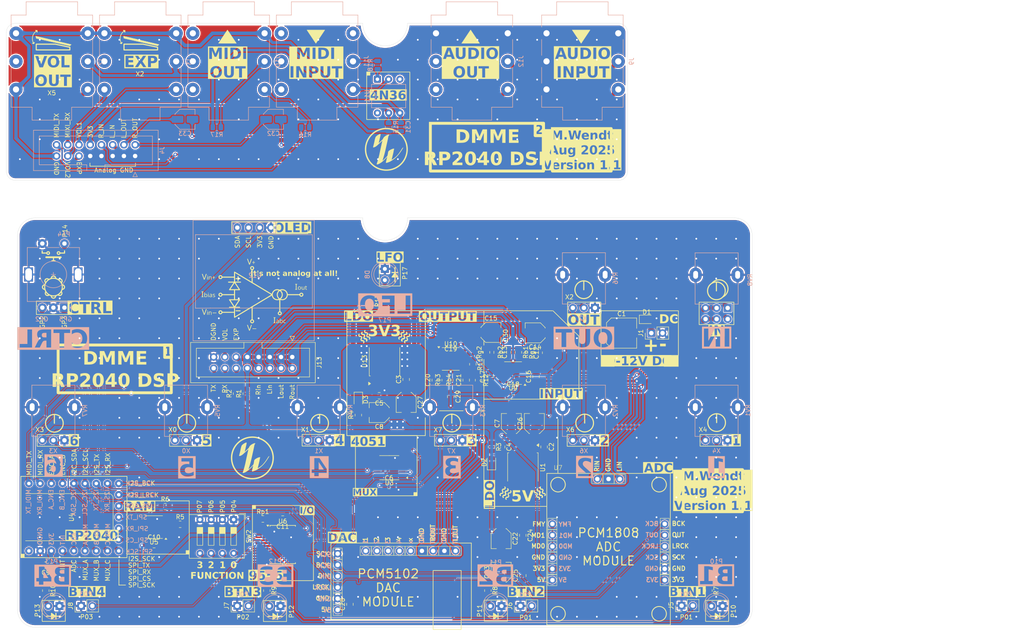
<source format=kicad_pcb>
(kicad_pcb (version 20241229) (generator "pcbnew") (generator_version "9.0")
  (title_block (title "RP2040 DSP Modular") (date "2025-08-19") (rev "V1.1") (company "DMME - NL") (comment 1 "Copyright (C) 2025 Milan Wendt"))
  (layers (0 "F.Cu" signal "Top Layer") (2 "B.Cu" signal "Bottom Layer") (13 "F.Paste" user "Top Paste") (15 "B.Paste" user "Bottom Paste") (5 "F.SilkS" user "Top Silkscreen") (7 "B.SilkS" user "Bottom Silkscreen") (1 "F.Mask" user "Top Soldermask") (3 "B.Mask" user "Bottom Soldermask") (25 "Edge.Cuts" user))
  (net 0 "")
  (net 1 "GND")
  (net 2 "VCC")
  (net 3 "+5V")
  (net 4 "GNDD")
  (net 5 "+3V3")
  (net 6 "Net-(U9A-+)")
  (net 7 "Net-(U9B-+)")
  (net 8 "Net-(C14-Pad1)")
  (net 9 "Net-(C15-Pad1)")
  (net 10 "/L_ADC")
  (net 11 "Net-(U9A--)")
  (net 12 "/R_ADC")
  (net 13 "Net-(U9B--)")
  (net 14 "/L_DAC")
  (net 15 "Net-(U10A-+)")
  (net 16 "/R_DAC")
  (net 17 "Net-(U10B-+)")
  (net 18 "Net-(D1-A)")
  (net 19 "Net-(D2-A)")
  (net 20 "Net-(D3-A)")
  (net 21 "/I2C_SCL")
  (net 22 "/I2C_SDA")
  (net 23 "/EXP_1")
  (net 24 "POT_V")
  (net 25 "Net-(U5-SIO2)")
  (net 26 "Net-(U5-SIO3)")
  (net 27 "Vbias")
  (net 28 "/INT")
  (net 29 "POT_1")
  (net 30 "POT_2")
  (net 31 "POT_3")
  (net 32 "POT_4")
  (net 33 "POT_5")
  (net 34 "POT_6")
  (net 35 "/MUX_C")
  (net 36 "/MUX_B")
  (net 37 "/MUX_ADC")
  (net 38 "/MUX_A")
  (net 39 "/SPI_RX")
  (net 41 "/ENC_A")
  (net 42 "/SPI_CS")
  (net 43 "/I2S_TX")
  (net 44 "/I2S_LRCK")
  (net 45 "/I2S_BCK")
  (net 46 "/SPI_TX")
  (net 47 "/ENC_B")
  (net 48 "/I2S_SCK")
  (net 49 "/SPI_SCK")
  (net 50 "/MIDI_RXd")
  (net 51 "/I2S_RX")
  (net 52 "/MIDI_TXd")
  (net 55 "Net-(J10-PadR)")
  (net 56 "Net-(J10-PadT)")
  (net 57 "Net-(J11-PadT)")
  (net 58 "Net-(D4-A)")
  (net 59 "Net-(D5-A)")
  (net 60 "Net-(D6-A)")
  (net 61 "Net-(D7-A)")
  (net 62 "Net-(J5-Pin_2)")
  (net 63 "Net-(J6-Pin_2)")
  (net 64 "Net-(J7-Pin_2)")
  (net 65 "Net-(J8-Pin_2)")
  (net 66 "Net-(U6-IO1_3)")
  (net 67 "Net-(U6-IO1_2)")
  (net 68 "Net-(U6-IO1_1)")
  (net 69 "Net-(U6-IO1_0)")
  (net 70 "Net-(U6-IO0_4)")
  (net 72 "Net-(U6-IO0_5)")
  (net 73 "Net-(U6-IO1_4)")
  (net 74 "Net-(D8-A)")
  (net 75 "Net-(U6-IO0_6)")
  (net 77 "Net-(U6-IO0_7)")
  (net 78 "Net-(U7-FMY)")
  (net 84 "/L_OUT")
  (net 85 "/R_IN")
  (net 86 "/L_IN")
  (net 87 "/R_OUT")
  (net 88 "Net-(J11-PadR)")
  (net 89 "/VOL_2d")
  (net 90 "/VOL_1d")
  (net 91 "/MIDI_TX")
  (net 92 "/EXP_1d")
  (net 93 "Net-(U6-IO1_7)")
  (net 94 "/L_OUTd")
  (net 95 "/R_INd")
  (net 96 "/MIDI_RX")
  (net 97 "Net-(R18-Pad2)")
  (net 98 "/L_INd")
  (net 99 "/R_OUTd")
  (net 100 "/VOL_2")
  (net 101 "/VOL_1")
  (net 113 "GNDd")
  (net 114 "GNDDd")
  (net 115 "+3V3d")
  (net 116 "EXP")
  (net 117 "Net-(C32-Pad2)")
  (net 118 "Net-(C33-Pad2)")
  (footprint "Resistor_SMD:R_0805_2012Metric" (layer "F.Cu") (at 217.90325 151.8 -90)
    (property "Reference" "R7")
    (property "Value" "1k")
  )
  (footprint "Resistor_SMD:R_0805_2012Metric" (layer "F.Cu") (at 174.80325 97.9 -90)
    (property "Reference" "Rb1")
    (property "Value" "1M")
  )
  (footprint "Resistor_SMD:R_0805_2012Metric" (layer "F.Cu") (at 179.50325 98 90)
    (property "Reference" "Rg1")
    (property "Value" "4k7")
  )
  (footprint "Resistor_SMD:R_0805_2012Metric" (layer "F.Cu") (at 160.75325 104.1875 90)
    (property "Reference" "Rb4")
    (property "Value" "1M")
  )
  (footprint "Capacitor_SMD:C_0805_2012Metric" (layer "F.Cu") (at 136.70325 154.9 90)
    (property "Reference" "C28")
    (property "Value" "100n")
  )
  (footprint "Resistor_SMD:R_0805_2012Metric" (layer "F.Cu") (at 98.30325 136.8)
    (property "Reference" "R5")
    (property "Value" "10k")
  )
  (footprint "Connector_PinHeader_2.54mm:PinHeader_1x02_P2.54mm_Vertical" (layer "F.Cu") (at 211.72825 155.2 90)
    (property "Reference" "J5")
    (property "Value" "SW1")
  )
  (footprint "NetTie:NetTie-2_SMD_Pad2.0mm" (layer "F.Cu") (at 175.75 112.25 180)
    (property "Reference" "NT1" (hide yes))
    (property "Value" "NetTie_2" (hide yes))
  )
  (footprint "Resistor_SMD:R_0805_2012Metric" (layer "F.Cu") (at 113.25 107.25 90)
    (property "Reference" "R1")
    (property "Value" "1k")
  )
  (footprint "Resistor_SMD:R_0805_2012Metric" (layer "F.Cu") (at 117.00325 135.6)
    (property "Reference" "Rp1")
    (property "Value" "10k")
  )
  (footprint "Resistor_SMD:R_0805_2012Metric" (layer "F.Cu") (at 111.05 107.25 90)
    (property "Reference" "R2")
    (property "Value" "1k")
  )
  (footprint "Resistor_SMD:R_0805_2012Metric" (layer "F.Cu") (at 117.90325 151.8 -90)
    (property "Reference" "R9")
    (property "Value" "1k")
  )
  (footprint "Capacitor_SMD:C_0805_2012Metric" (layer "F.Cu") (at 163.00325 104.1875 90)
    (property "Reference" "C21")
    (property "Value" "100n")
  )
  (footprint "Resistor_SMD:R_0805_2012Metric" (layer "F.Cu") (at 144.60325 86.2125 90)
    (property "Reference" "R13")
    (property "Value" "1k")
  )
  (footprint "Capacitor_SMD:C_0805_2012Metric" (layer "F.Cu") (at 175.80325 148.4 90)
    (property "Reference" "C25")
    (property "Value" "100n")
  )
  (footprint "Diode_SMD:D_0805_2012Metric" (layer "F.Cu") (at 168.72325 122.805 90)
    (property "Reference" "D2")
    (property "Value" "LED")
  )
  (footprint "Capacitor_SMD:C_Elec_4x5.4" (layer "F.Cu") (at 168.60325 93.4)
    (property "Reference" "C15")
    (property "Value" "10u")
  )
  (footprint "Capacitor_SMD:C_0805_2012Metric" (layer "F.Cu") (at 149.425 104.035 90)
    (property "Reference" "C3")
    (property "Value" "100n")
  )
  (footprint "Capacitor_SMD:C_0805_2012Metric" (layer "F.Cu") (at 67.90325 146.05 180)
    (property "Reference" "C9")
    (property "Value" "1u")
  )
  (footprint "Capacitor_SMD:C_Elec_4x5.4" (layer "F.Cu") (at 143.325 111.535 180)
    (property "Reference" "C8")
    (property "Value" "10u")
  )
  (footprint "Capacitor_SMD:C_0805_2012Metric" (layer "F.Cu") (at 173.60325 106.8)
    (property "Reference" "C18")
    (property "Value" "100n")
  )
  (footprint "Capacitor_SMD:C_Elec_4x5.4" (layer "F.Cu") (at 173.22325 114.005 90)
    (property "Reference" "C7")
    (property "Value" "10u")
  )
  (footprint "Capacitor_SMD:C_Elec_4x5.4" (layer "F.Cu") (at 178.42325 114.005 90)
    (property "Reference" "C26")
    (property "Value" "10u")
  )
  (footprint "Diode_SMD:D_0805_2012Metric" (layer "F.Cu") (at 138.60325 108.6 -90)
    (property "Reference" "D3")
    (property "Value" "LED")
  )
  (footprint "Capacitor_SMD:C_0805_2012Metric" (layer "F.Cu") (at 177.20325 98 -90)
    (property "Reference" "C12")
    (property "Value" "100n")
  )
  (footprint "Button_Switch_THT:SW_DIP_SPSTx04_Slide_9.78x12.34mm_W7.62mm_P2.54mm" (layer "F.Cu") (at 110.3975 135.7325 -90)
    (property "Reference" "SW2")
    (property "Value" "ADDR")
  )
  (footprint "Capacitor_SMD:C_0805_2012Metric" (layer "F.Cu") (at 180.62325 119.305 -90)
    (property "Reference" "C2")
    (property "Value" "100n")
  )
  (footprint "Package_TO_SOT_SMD:TO-252-3_TabPin2" (layer "F.Cu") (at 144.525 99.935 90)
    (property "Reference" "U13")
    (property "Value" "AMS1117CD-3.3")
  )
  (footprint "Package_TO_SOT_SMD:TO-252-2" (layer "F.Cu") (at 175.82325 123.945 -90)
    (property "Reference" "U1")
    (property "Value" "LM78M05_TO252")
  )
  (footprint "Package_SO:SOIC-8_3.9x4.9mm_P1.27mm" (layer "F.Cu") (at 92.37825 137.435 180)
    (property "Reference" "U5")
    (property "Value" "APS6404L-3SQRx-SN")
  )
  (footprint "Capacitor_SMD:C_0805_2012Metric" (layer "F.Cu") (at 143.325 107.735 180)
    (property "Reference" "C5")
    (property "Value" "100n")
  )
  (footprint "Resistor_SMD:R_0805_2012Metric" (layer "F.Cu") (at 94.90325 132.8)
    (property "Reference" "R6")
    (property "Value" "10k")
  )
  (footprint "RP2040_DSP_Project_Library:DMME Logo" (layer "F.Cu") (at 114.7 121.8)
    (property "Reference" "G***" (hide yes))
    (property "Value" "LOGO" (hide yes))
  )
  (footprint "Capacitor_SMD:C_0805_2012Metric" (layer "F.Cu") (at 121.50325 135.625 180)
    (property "Reference" "C11")
    (property "Value" "100n")
  )
  (footprint "Connector_PinHeader_2.54mm:PinHeader_1x02_P2.54mm_Vertical" (layer "F.Cu") (at 75.90325 155.26 90)
    (property "Reference" "J8")
    (property "Value" "SW4")
  )
  (footprint "Resistor_SMD:R_0805_2012Metric" (layer "F.Cu") (at 67.90325 151.8 -90)
    (property "Reference" "R10")
    (property "Value" "1k")
  )
  (footprint "Capacitor_SMD:C_0805_2012Metric" (layer "F.Cu") (at 168.40325 103.4 90)
    (property "Reference" "C17")
    (property "Value" "100p")
  )
  (footprint "Package_SO:SOIC-8_3.9x4.9mm_P1.27mm" (layer "F.Cu") (at 159.50325 99.4)
    (property "Reference" "U10")
    (property "Value" "NE5532")
  )
  (footprint "Connector_PinHeader_2.54mm:PinHeader_1x02_P2.54mm_Vertical" (layer "F.Cu") (at 111.20325 155.26 90)
    (property "Reference" "J7")
    (property "Value" "SW3")
  )
  (footprint "Capacitor_SMD:C_Elec_4x5.4" (layer "F.Cu") (at 149.425 109.235 -90)
    (property "Reference" "C27")
    (property "Value" "10u")
  )
  (footprint "DMME_Library:RP2040 Zero Header" (layer "F.Cu") (at 87.07475 145.352 90)
    (property "Reference" "U4")
    (property "Value" "RP2040-Zero")
  )
  (footprint "Capacitor_SMD:C_Elec_4x5.4" (layer "F.Cu") (at 170.90325 147.65 90)
    (property "Reference" "C23")
    (property "Value" "10u")
  )
  (footprint "Diode_SMD:D_0805_2012Metric" (layer "F.Cu") (at 203.85 90.45)
    (property "Reference" "D1")
    (property "Value" "D")
  )
  (footprint "Resistor_SMD:R_0805_2012Metric" (layer "F.Cu") (at 167.60325 97.9 90)
    (property "Reference" "Rg2")
    (property "Value" "4k7")
  )
  (footprint "Resistor_SMD:R_0805_2012Metric" (layer "F.Cu") (at 164.50325 100.6 -90)
    (property "Reference" "R11")
    (property "Value" "4k7")
  )
  (footprint "Capacitor_SMD:C_0805_2012Metric" (layer "F.Cu") (at 173.60325 94.1 90)
    (property "Reference" "C30")
    (property "Value" "1u")
  )
  (footprint "Capacitor_SMD:C_0805_2012Metric" (layer "F.Cu") (at 175.80325 139.3 -90)
    (property "Reference" "C24")
    (property "Value" "100n")
  )
  (footprint "Capacitor_SMD:C_0805_2012Metric" (layer "F.Cu") (at 170.00325 97.9 -90)
    (property "Reference" "C13")
    (property "Value" "100n")
  )
  (footprint "Capacitor_SMD:C_0805_2012Metric" (layer "F.Cu") (at 156.00325 104.1875 90)
    (property "Reference" "C20")
    (property "Value" "100n")
  )
  (footprint "Package_SO:SSOP-24_5.3x8.2mm_P0.65mm" (layer "F.Cu") (at 121.50325 141.375)
    (property "Reference" "U6")
    (property "Value" "PCA9555DB")
  )
  (footprint "Resistor_SMD:R_0805_2012Metric" (layer "F.Cu") (at 138.60325 112.1 90)
    (property "Reference" "R4")
    (property "Value" "1k")
  )
  (footprint "Package_SO:TSSOP-16_4.4x5mm_P0.65mm" (layer "F.Cu") (at 145.60325 124 180)
    (property "Reference" "U3")
    (property "Value" "4051")
  )
  (footprint "Capacitor_SMD:C_0805_2012Metric" (layer "F.Cu") (at 92.40325 141.4)
    (property "Reference" "C10")
    (property "Value" "100n")
  )
  (footprint "Capacitor_SMD:C_0805_2012Metric" (layer "F.Cu") (at 159.50325 95.4625 180)
    (property "Reference" "C19")
    (property "Value" "100n")
  )
  (footprint "Capacitor_SMD:C_0805_2012Metric" (layer "F.Cu") (at 145.55325 128)
    (property "Reference" "C6")
    (property "Value" "100n")
  )
  (footprint "Resistor_SMD:R_0805_2012Metric" (layer "F.Cu") (at 165.80325 104.2 -90)
    (property "Reference" "R12")
    (property "Value" "4k7")
  )
  (footprint "Connector_IDC:IDC-Header_2x08_P2.54mm_Vertical" (layer "F.Cu") (at 123.66 98.96 -90)
    (property "Reference" "J13")
    (property "Value" "Main")
  )
  (footprint "Resistor_SMD:R_0805_2012Metric" (layer "F.Cu") (at 158.25325 104.1875 90)
    (property "Reference" "Rb3")
    (property "Value" "1M")
  )
  (footprint "Capacitor_SMD:C_Elec_6.3x5.8" (layer "F.Cu") (at 198.15325 93.55)
    (property "Reference" "C1")
    (property "Value" "100u")
  )
  (footprint "DMME_Library:PCM1808_ADC_MODULE" (layer "F.Cu") (at 195.20325 141.8)
    (property "Reference" "U7")
    (property "Value" "PCM1808")
  )
  (footprint "Resistor_SMD:R_0805_2012Metric" (layer "F.Cu") (at 172.40325 97.9 90)
    (property "Reference" "Rb2")
    (property "Value" "1M")
  )
  (footprint "Capacitor_SMD:C_Elec_4x5.4" (layer "F.Cu") (at 170.90325 140.05 -90)
    (property "Reference" "C22")
    (property "Value" "10u")
  )
  (footprint "RP2040_DSP_Project_Library:DMME Logo" (layer "F.Cu") (at 145 52)
    (property "Reference" "G***" (hide yes))
    (property "Value" "LOGO" (hide yes))
  )
  (footprint "Resistor_SMD:R_0805_2012Metric" (layer "F.Cu") (at 168.72325 119.305 -90)
    (property "Reference" "R3")
    (property "Value" "1k")
  )
  (footprint "Connector_PinHeader_2.54mm:PinHeader_1x02_P2.54mm_Vertical" (layer "F.Cu") (at 175.27825 155.26 90)
    (property "Reference" "J6")
    (property "Value" "SW2")
  )
  (footprint "Package_SO:SOIC-8_3.9x4.9mm_P1.27mm" (layer "F.Cu") (at 173.60325 102.6 180)
    (property "Reference" "U9")
    (property "Value" "NE5532")
  )
  (footprint "Connector_PinHeader_2.54mm:PinHeader_1x02_P2.54mm_Vertical" (layer "F.Cu") (at 204.87825 93.55 90)
    (property "Reference" "J1")
    (property "Value" "DC")
  )
  (footprint "Capacitor_SMD:C_0805_2012Metric" (layer "F.Cu") (at 171.02325 119.305 -90)
    (property "Reference" "C4")
    (property "Value" "100n")
  )
  (footprint "Capacitor_SMD:C_0805_2012Metric" (layer "F.Cu") (at 178.80325 103.4 90)
    (property "Reference" "C16")
    (property "Value" "100p")
  )
  (footprint "Capacitor_SMD:C_0805_2012Metric" (layer "F.Cu") (at 159.50325 107.9375 -90)
    (property "Reference" "C29")
    (property "Value" "100n")
  )
  (footprint "RP2040_DSP_Project_Library:LOGO" (layer "F.Cu") (at 114.925 84.875)
    (property "Reference" "G***" (hide yes))
    (property "Value" "LOGO" (hide yes))
  )
  (footprint "Capacitor_SMD:C_Elec_4x5.4" (layer "F.Cu") (at 178.60325 93.5 180)
    (property "Reference" "C14")
    (property "Value" "10u")
  )
  (footprint "Resistor_SMD:R_0805_2012Metric" (layer "F.Cu") (at 167.90325 151.8 -90)
    (property "Reference" "R8")
    (property "Value" "1k")
  )
  (footprint "DMME_Library:PCM5102_DAC_MODULE" (layer "F.Cu") (at 147.90325 149.8)
    (property "Reference" "U8")
    (property "Value" "PCM5102")
  )
  (footprint "DMME_Library:Jack 6.35mm Horizontal" (layer "B.Cu") (at 97.4 38.435 90)
    (property "Reference" "J3")
    (property "Value" "EXP_2")
  )
  (footprint "RP2040_DSP_Project_Library:RotaryEncoder_Alps_EC11" (layer "B.Cu") (at 72.1265 87.8 90)
    (property "Reference" "SW1" (hide yes))
    (property "Value" "Encoder")
  )
  (footprint "RP2040_DSP_Project_Library:LED_D5.0mm" (layer "B.Cu") (at 71.0015 155.3 180)
    (property "Reference" "D7" (hide yes))
    (property "Value" "LED")
  )
  (footprint "LED_THT:LED_D5.0mm" (layer "B.Cu") (at 144.60325 79.025 -90)
    (property "Reference" "D8")
    (property "Value" "LED")
  )
  (footprint "Capacitor_SMD:C_Elec_4x5.4" (layer "B.Cu") (at 119.4 45.2)
    (property "Reference" "C32")
    (property "Value" "10u")
  )
  (footprint "DMME_Library:Jack 6.35mm Horizontal" (layer "B.Cu") (at 172.4 38.435 90)
    (property "Reference" "J12")
    (property "Value" "OUTPUT")
  )
  (footprint "DMME_Library:Jack 6.35mm Horizontal" (layer "B.Cu") (at 137.4 38.435 90)
    (property "Reference" "J11")
    (property "Value" "MIDI IN")
  )
  (footprint "DMME_Library:Potentiometer_Alpha_RD901F-40-00D" (layer "B.Cu") (at 192.1265 87.85 90)
    (property "Reference" "RV6")
    (property "Value" "10kB")
  )
  (footprint "DMME_Library:Potentiometer_Alpha_RD901F-40-00D" (layer "B.Cu") (at 72.1265 117.8 90)
    (property "Reference" "RV7")
    (property "Value" "10kB")
  )
  (footprint "DMME_Library:Jack 6.35mm Horizontal" (layer "B.Cu") (at 117.4 38.435 90)
    (property "Reference" "J10")
    (property "Value" "MIDI OUT")
  )
  (footprint "Resistor_SMD:R_0805_2012Metric" (layer "B.Cu") (at 126.6 47)
    (property "Reference" "R16")
    (property "Value" "10")
  )
  (footprint "DMME_Library:Potentiometer_Alpha_RD901F-40-00D" (layer "B.Cu") (at 222.1265 117.8 90)
    (property "Reference" "RV1")
    (property "Value" "10kB")
  )
  (footprint "DMME_Library:Jack 6.35mm Horizontal" (layer "B.Cu") (at 77.4 38.435 90)
    (property "Reference" "J2")
    (property "Value" "EXP1")
  )
  (footprint "Resistor_SMD:R_0805_2012Metric" (layer "B.Cu") (at 142.96 32.935 -90)
    (property "Reference" "R18")
    (property "Value" "220")
  )
  (footprint "Resistor_SMD:R_0805_2012Metric" (layer "B.Cu") (at 145.46 46.935 90)
    (property "Reference" "R15")
    (property "Value" "680")
  )
  (footprint "DMME_Library:Potentiometer_Alpha_RD901F-40-00D" (layer "B.Cu") (at 192.1265 117.8 90)
    (property "Reference" "RV2")
    (property "Value" "10kB")
  )
  (footprint "Capacitor_SMD:C_Elec_4x5.4" (layer "B.Cu") (at 99.4 45.2)
    (property "Reference" "C33")
    (property "Value" "10u")
  )
  (footprint "RP2040_DSP_Project_Library:128x64OLED" (layer "B.Cu") (at 115.2265 80.3 180)
    (property "Reference" "U12")
    (property "Value" "~")
  )
  (footprint "DMME_Library:Potentiometer_Alpha_RD901F-40-00D" (layer "B.Cu") (at 162.1265 117.8 90)
    (property "Reference" "RV3")
    (property "Value" "10kB")
  )
  (footprint "Resistor_SMD:R_0805_2012Metric" (layer "B.Cu") (at 106.5875 47)
    (property "Reference" "R17")
    (property "Value" "33")
  )
  (footprint "RP2040_DSP_Project_Library:LED_D5.0mm" (layer "B.Cu") (at 221.0015 155.3 180)
    (property "Reference" "D4" (hide yes))
    (property "Value" "LED")
  )
  (footprint "Capacitor_SMD:C_0805_2012Metric" (layer "B.Cu") (at 148.21 46.935 90)
    (property "Reference" "C31")
    (property "Value" "100n")
  )
  (footprint "DMME_Library:Potentiometer_Alpha_RD901F-40-00D" (layer "B.Cu") (at 102.1265 117.8 90)
    (property "Reference" "RV5")
    (property "Value" "10kB")
  )
  (footprint "DMME_Library:Potentiometer_Alpha_RD902F-40-00D" (layer "B.Cu") (at 222.15 87.875 90)
    (property "Reference" "RV8")
    (property "Value" "10k")
  )
  (footprint "RP2040_DSP_Project_Library:LED_D5.0mm" (layer "B.Cu") (at 171.0015 155.3 180)
    (property "Reference" "D5" (hide yes))
    (property "Value" "LED")
  )
  (footprint "Connector_IDC:IDC-Header_2x08_P2.54mm_Vertical" (layer "B.Cu") (at 88.12 53.5 90)
    (property "Reference" "J4")
    (property "Value" "Daughter")
  )
  (footprint "Package_DIP:DIP-6_W7.62mm" (layer "B.Cu") (at 142.92 36.13 -90)
    (property "Reference" "U11")
    (property "Value" "4N36")
  )
  (footprint "RP2040_DSP_Project_Library:LED_D5.0mm" (layer "B.Cu") (at 121.0015 155.3 180)
    (property "Reference" "D6" (hide yes))
    (property "Value" "LED")
  )
  (footprint "DMME_Library:Jack 6.35mm Horizontal" (layer "B.Cu") (at 197.4 38.435 90)
    (property "Reference" "J9")
    (property "Value" "INPUT")
  )
  (footprint "DMME_Library:Potentiometer_Alpha_RD901F-40-00D" (layer "B.Cu") (at 132.1265 117.8 90)
    (property "Reference" "RV4")
    (property "Value" "10kB")
  )
  (gr_rect (start 114.65 132.55) (end 128.45 149.55) (stroke (width 0.15)) (fill no) (layer "F.SilkS"))
  (gr_arc (start 180.049999 128.85) (mid 179.752005 128.700429) (end 179.8035 128.371005) (stroke (width 0.25)) (layer "F.SilkS"))
  (gr_arc (start 149.488987 93.392868) (mid 149.540481 93.722292) (end 149.242487 93.871863) (stroke (width 0.25)) (layer "F.SilkS"))
  (gr_line (start 167 108.5) (end 167 99.5) (stroke (width 0.15)) (layer "F.SilkS"))
  (gr_arc (start 85.020074 28.006999) (mid 84.8 26.4) (end 85.810459 25.131201) (stroke (width 0.15)) (layer "F.SilkS"))
  (gr_line (start 153.75 116.75) (end 153.75 112.7) (stroke (width 0.15)) (layer "F.SilkS"))
  (gr_line (start 189.8 113.9) (end 189.8 111.9) (stroke (width 0.25)) (layer "F.SilkS"))
  (gr_arc (start 179.253501 130.671005) (mid 179.551495 130.820576) (end 179.500001 131.15) (stroke (width 0.25)) (layer "F.SilkS"))
  (gr_line (start 162.325 111.125) (end 156.95 111.125) (stroke (width 0.15)) (layer "F.SilkS"))
  (gr_circle (center 70.8 75.45) (end 71.1 75.45) (stroke (width 0.25)) (fill no) (layer "F.SilkS"))
  (gr_arc (start 173.046499 129.221006) (mid 173.097994 129.550429) (end 172.8 129.7) (stroke (width 0.25)) (layer "F.SilkS"))
  (gr_poly (pts (xy 85.6 29.5) (xy 93.2 29.5) (xy 93.2 28.9) (xy 89.9 28.2) (xy 85.6 28.2)) (stroke (width 0.25)) (fill no) (layer "F.SilkS"))
  (gr_arc (start 180.049999 128.85) (mid 180.347993 128.999571) (end 180.2965 129.328995) (stroke (width 0.25)) (layer "F.SilkS"))
  (gr_arc (start 67.65 83.65) (mid 67.15 83.15) (end 67.65 82.65) (stroke (width 0.25)) (layer "F.SilkS"))
  (gr_line (start 69.65 76.4) (end 69.65 77.2) (stroke (width 0.25)) (layer "F.SilkS"))
  (gr_poly (pts (xy 193.5 98.6) (xy 196.5 98.6) (xy 196.5 101.1) (xy 207.75 101.1) (xy 207.75 98.7) (xy 211 98.7) (xy 211 101.1) (xy 193.5 101.1)) (stroke (width 0.1)) (fill yes) (layer "F.SilkS"))
  (gr_line (start 69.3 77.2) (end 70 77.2) (stroke (width 0.25)) (layer "F.SilkS"))
  (gr_rect (start 185.85 116.525) (end 193.35 119.15) (stroke (width 0.15)) (fill no) (layer "F.SilkS"))
  (gr_arc (start 140.855508 94.421434) (mid 141.153502 94.571005) (end 141.102007 94.900429) (stroke (width 0.25)) (layer "F.SilkS"))
  (gr_rect (start 143.35 77.675) (end 148.1 82.9) (stroke (width 0.15)) (fill no) (layer "F.SilkS"))
  (gr_poly (pts (xy 85.195561 27.8) (xy 84.737068 28.007819) (xy 85.051857 28.092171)) (stroke (width 0.15)) (fill yes) (layer "F.SilkS"))
  (gr_rect (start 178.6 46.1) (end 180.5 48.9) (stroke (width 0.65)) (fill no) (layer "F.SilkS"))
  (gr_arc (start 148.342999 93.94201) (mid 148.394493 94.271434) (end 148.096499 94.421005) (stroke (width 0.25)) (layer "F.SilkS"))
  (gr_line (start 99.8 113.95) (end 99.8 111.95) (stroke (width 0.25)) (layer "F.SilkS"))
  (gr_arc (start 69.15 81.15) (mid 69.65 80.65) (end 70.15 81.15) (stroke (width 0.25)) (layer "F.SilkS"))
  (gr_line (start 219.6 84) (end 219.6 82) (stroke (width 0.25)) (layer "F.SilkS"))
  (gr_arc (start 172.390992 128.792439) (mid 172.442487 129.121863) (end 172.144493 129.271434) (stroke (width 0.25)) (layer "F.SilkS"))
  (gr_line (start 121.45 157.65) (end 118.15 157.65) (stroke (width 0.25)) (layer "F.SilkS"))
  (gr_rect (start 185.95 86.55) (end 193.45 89.175) (stroke (width 0.15)) (fill no) (layer "F.SilkS"))
  (gr_line (start 120.305944 157) (end 120.305944 158.3) (stroke (width 0.25)) (layer "F.SilkS"))
  (gr_arc (start 139.54449 95.278566) (mid 139.246496 95.128995) (end 139.29799 94.799571) (stroke (width 0.25)) (layer "F.SilkS"))
  (gr_arc (start 171.744493 128.371434) (mid 171.795988 128.700858) (end 171.497994 128.850429) (stroke (width 0.25)) (layer "F.SilkS"))
  (gr_poly (pts (xy 166.000001 28) (xy 164 25) (xy 161.999999 28)) (stroke (width 0.1)) (fill yes) (layer "F.SilkS"))
  (gr_line (start 77.9 55.1) (end 77.9 55.8) (stroke (width 0.15)) (layer "F.SilkS"))
  (gr_arc (start 140.352007 93.450429) (mid 140.650001 93.6) (end 140.598506 93.929424) (stroke (width 0.25)) (layer "F.SilkS"))
  (gr_circle (center 68.45 75.45) (end 68.75 75.45) (stroke (width 0.25)) (fill no) (layer "F.SilkS"))
  (gr_arc (start 179.253501 130.671005) (mid 178.955507 130.521434) (end 179.007002 130.19201) (stroke (width 0.25)) (layer "F.SilkS"))
  (gr_arc (start 149.651495 94.779424) (mid 149.6 94.45) (end 149.897994 94.300429) (stroke (width 0.25)) (layer "F.SilkS"))
  (gr_arc (start 172.049999 131.15) (mid 171.998505 130.820577) (end 172.2965 130.671005) (stroke (width 0.25)) (layer "F.SilkS"))
  (gr_arc (start 172.5535 130.178995) (mid 172.502006 129.84957) (end 172.8 129.7) (stroke (width 0.25)) (layer "F.SilkS"))
  (gr_circle (center 189.8 113.9) (end 191.8 113.9) (stroke (width 0.25)) (fill no) (layer "F.SilkS"))
  (gr_circle (center 219.65 113.8) (end 221.65 113.8) (stroke (width 0.25)) (fill no) (layer "F.SilkS"))
  (gr_arc (start 140.855508 94.421434) (mid 140.557514 94.271863) (end 140.609008 93.942439) (stroke (width 0.25)) (layer "F.SilkS"))
  (gr_arc (start 140.199997 94.85) (mid 139.902003 94.700429) (end 139.953497 94.371005) (stroke (width 0.25)) (layer "F.SilkS"))
  (gr_rect (start 62.325 143.525) (end 63.075 144.275) (stroke (width 0.1)) (fill yes) (layer "F.SilkS"))
  (gr_arc (start 149.640993 94.792439) (mid 149.692487 95.121863) (end 149.394493 95.271434) (stroke (width 0.25)) (layer "F.SilkS"))
  (gr_arc (start 171.4035 130.728995) (mid 171.352006 130.399572) (end 171.650001 130.25) (stroke (width 0.25)) (layer "F.SilkS"))
  (gr_arc (start 140.352007 93.450429) (mid 140.054013 93.300858) (end 140.105507 92.971434) (stroke (width 0.25)) (layer "F.SilkS"))
  (gr_rect (start 125.9 116.475) (end 133.4 119.1) (stroke (width 0.15)) (fill no) (layer "F.SilkS"))
  (gr_rect (start 120.15 68.35) (end 127.19 71.05) (stroke (width 0.15)) (fill no) (layer "F.SilkS"))
  (gr_rect (start 215.7 86.5625) (end 223.55 91.6375) (stroke (width 0.15)) (fill no) (layer "F.SilkS"))
  (gr_poly (pts (xy 146.9 79.968444) (xy 146.25 80.855944) (xy 147.55 80.855944)) (stroke (width 0.25)) (fill yes) (layer "F.SilkS"))
  (gr_arc (start 70.15 85.15) (mid 69.65 85.65) (end 69.15 85.15) (stroke (width 0.25)) (layer "F.SilkS"))
  (gr_arc (start 172.4 128.800001) (mid 172.451495 129.129424) (end 172.153501 129.278995) (stroke (width 0.25)) (layer "F.SilkS"))
  (gr_rect (start 94.8 96.25) (end 96.3 99.05) (stroke (width 0.65)) (fill no) (layer "F.SilkS"))
  (gr_line (start 67.1 75.45) (end 68.15 75.45) (stroke (width 0.25)) (layer "F.SilkS"))
  (gr_circle (center 219.6 84) (end 219.6 82) (stroke (width 0.1)) (fill no) (layer "F.SilkS"))
  (gr_line (start 129.85 113.95) (end 129.85 111.95) (stroke (width 0.25)) (layer "F.SilkS"))
  (gr_arc (start 179.405507 129.271434) (mid 179.703501 129.421005) (end 179.652008 129.750429) (stroke (width 0.25)) (layer "F.SilkS"))
  (gr_arc (start 148.492487 95.321863) (mid 148.440992 94.992439) (end 148.738986 94.842868) (stroke (width 0.25)) (layer "F.SilkS"))
  (gr_poly (pts (xy 126.999999 25) (xy 129 28) (xy 131.000001 25)) (stroke (width 0.1)) (fill yes) (layer "F.SilkS"))
  (gr_poly (pts (xy 170.0875 157.6) (xy 169.2 156.95) (xy 169.2 158.25)) (stroke (width 0.25)) (fill yes) (layer "F.SilkS"))
  (gr_rect (start 65.95 116.525) (end 73.45 119.15) (stroke (width 0.15)) (fill no) (layer "F.SilkS"))
  (gr_arc (start 178.75 129.7) (mid 179.047994 129.849571) (end 178.9965 130.178995) (stroke (width 0.25)) (layer "F.SilkS"))
  (gr_poly (pts (xy 111.000001 28) (xy 109 25) (xy 106.999999 28)) (stroke (width 0.1)) (fill yes) (layer "F.SilkS"))
  (gr_line (start 153.75 88.5) (end 136 88.5) (stroke (width 0.15)) (layer "F.SilkS"))
  (gr_line (start 67.1 75) (end 67.1 75.45) (stroke (width 0.25)) (layer "F.SilkS"))
  (gr_arc (start 139.6965 93.878995) (mid 139.994494 94.028566) (end 139.942999 94.35799) (stroke (width 0.25)) (layer "F.SilkS"))
  (gr_circle (center 99.8 113.95) (end 101.8 113.95) (stroke (width 0.25)) (fill no) (layer "F.SilkS"))
  (gr_line (start 167 132.75) (end 181.2 132.75) (stroke (width 0.15)) (layer "F.SilkS"))
  (gr_line (start 167 96.275) (end 167 95.275) (stroke (width 0.15)) (layer "F.SilkS"))
  (gr_poly (pts (xy 117.1375 158.8) (xy 117.137501 154.05) (xy 122.362499 154.05) (xy 122.3625 158.8)) (stroke (width 0.15)) (fill no) (layer "F.SilkS"))
  (gr_arc (start 67.85 82.107106) (mid 67.85 81.4) (end 68.557106 81.4) (stroke (width 0.25)) (layer "F.SilkS"))
  (gr_line (start 136 88.5) (end 136 116.75) (stroke (width 0.15)) (layer "F.SilkS"))
  (gr_arc (start 171.896499 129.771005) (mid 171.947994 130.100429) (end 171.650001 130.25) (stroke (width 0.25)) (layer "F.SilkS"))
  (gr_line (start 171.35 157.6) (end 168.05 157.6) (stroke (width 0.25)) (layer "F.SilkS"))
  (gr_arc (start 148.353501 93.928995) (mid 148.302006 93.599571) (end 148.6 93.45) (stroke (width 0.25)) (layer "F.SilkS"))
  (gr_arc (start 170.747993 130.300429) (mid 170.696499 129.971005) (end 170.994493 129.821434) (stroke (width 0.25)) (layer "F.SilkS"))
  (gr_line (start 183.75 113) (end 183.75 125.25) (stroke (width 0.15)) (layer "F.SilkS"))
  (gr_arc (start 172.542998 130.19201) (mid 172.594493 130.521434) (end 172.2965 130.671005) (stroke (width 0.25)) (layer "F.SilkS"))
  (gr_rect (start 154.9 46.1) (end 180.5 56.9) (stroke (width 0.65)) (fill no) (layer "F.SilkS"))
  (gr_poly (pts (xy 217.149999 158.759992) (xy 217.15 154.009993) (xy 222.374998 154.009992) (xy 222.374999 158.759992)) (stroke (width 0.15)) (fill no) (layer "F.SilkS"))
  (gr_line (start 188.5 108.5) (end 167 108.5) (stroke (width 0.15)) (layer "F.SilkS"))
  (gr_arc (start 65.170074 28.006999) (mid 64.95 26.4) (end 65.960459 25.131201) (stroke (width 0.15)) (layer "F.SilkS"))
  (gr_arc (start 149.502007 93.399571) (mid 149.553501 93.728995) (end 149.255507 93.878566) (stroke (width 0.25)) (layer "F.SilkS"))
  (gr_rect (start 212.1 124.45) (end 225.5 133.95) (stroke (width 0.65)) (fill no) (layer "F.SilkS"))
  (gr_line (start 72.15 74.95) (end 72.15 75.45) (stroke (width 0.25)) (layer "F.SilkS"))
  (gr_line (start 167 91.525) (end 167 88.525) (stroke (width 0.15)) (layer "F.SilkS"))
  (gr_arc (start 149.147994 95.750429) (mid 149.096499 95.421005) (end 149.394493 95.271434) (stroke (width 0.25)) (layer "F.SilkS"))
  (gr_arc (start 139.696496 93.878995) (mid 139.99449 94.028566) (end 139.942995 94.35799) (stroke (width 0.25)) (layer "F.SilkS"))
  (gr_arc (start 171.887491 129.763444) (mid 171.938986 130.092868) (end 171.640992 130.242439) (stroke (width 0.25)) (layer "F.SilkS"))
  (gr_arc (start 148.998506 94.370576) (mid 149.05 94.7) (end 148.752006 94.849571) (stroke (width 0.25)) (layer "F.SilkS"))
  (gr_arc (start 171.251494 129.329424) (mid 171.2 129) (end 171.497994 128.850429) (stroke (width 0.25)) (layer "F.SilkS"))
  (gr_poly (pts (xy 220.2375 157.6) (xy 219.35 156.95) (xy 219.35 158.25)) (stroke (width 0.25)) (fill yes) (layer "F.SilkS"))
  (gr_circle (center 69.65 83.15) (end 71.65 83.15) (stroke (width 0.25)) (fill no) (layer "F.SilkS"))
  (gr_circle (center 219.6 84) (end 221.6 84) (stroke (width 0.25)) (fill no) (layer "F.SilkS"))
  (gr_arc (start 71.65 82.65) (mid 72.15 83.15) (end 71.65 83.65) (stroke (width 0.25)) (layer "F.SilkS"))
  (gr_poly (pts (xy 167.099999 158.709992) (xy 167.1 153.959993) (xy 172.324998 153.959992) (xy 172.324999 158.709992)) (stroke (width 0.15)) (fill no) (layer "F.SilkS"))
  (gr_circle (center 129.85 113.95) (end 131.85 113.95) (stroke (width 0.25)) (fill no) (layer "F.SilkS"))
  (gr_poly (pts (xy 65.75 29.5) (xy 73.35 29.5) (xy 73.35 28.9) (xy 70.05 28.2) (xy 65.75 28.2)) (stroke (width 0.25)) (fill no) (layer "F.SilkS"))
  (gr_line (start 220.355944 156.95) (end 220.355944 158.25) (stroke (width 0.25)) (layer "F.SilkS"))
  (gr_arc (start 70.742894 81.442894) (mid 71.45 81.442895) (end 71.45 82.15) (stroke (width 0.25)) (layer "F.SilkS"))
  (gr_arc (start 171.240992 129.342439) (mid 171.292487 129.671863) (end 170.994493 129.821434) (stroke (width 0.25)) (layer "F.SilkS"))
  (gr_line (start 146.9 78.705944) (end 146.9 82.005943) (stroke (width 0.25)) (layer "F.SilkS"))
  (gr_line (start 68 76.4) (end 71.3 76.4) (stroke (width 0.4)) (layer "F.SilkS"))
  (gr_line (start 221.5 157.6) (end 218.2 157.6) (stroke (width 0.25)) (layer "F.SilkS"))
  (gr_line (start 167 111.125) (end 165.725 111.125) (stroke (width 0.15)) (layer "F.SilkS"))
  (gr_arc (start 140.200001 94.85) (mid 140.497995 94.999571) (end 140.4465 95.328995) (stroke (width 0.25)) (layer "F.SilkS"))
  (gr_arc (start 178.75 129.7) (mid 178.452006 129.550429) (end 178.503501 129.221005) (stroke (width 0.25)) (layer "F.SilkS"))
  (gr_rect (start 140.5 34.5) (end 150.25 45.25) (stroke (width 0.15)) (fill no) (layer "F.SilkS"))
  (gr_line (start 182.625 88.5) (end 188.5 94.25) (stroke (width 0.15)) (layer "F.SilkS"))
  (gr_arc (start 139.040989 94.307561) (mid 139.338983 94.457132) (end 139.287488 94.786556) (stroke (width 0.25)) (layer "F.SilkS"))
  (gr_arc (start 68.657106 84.907106) (mid 67.95 84.907105) (end 67.95 84.2) (stroke (width 0.25)) (layer "F.SilkS"))
  (gr_rect (start 155.85 116.475) (end 163.35 119.1) (stroke (width 0.15)) (fill no) (layer "F.SilkS"))
  (gr_poly (pts (xy 93.2 28.568285) (xy 85.6 26.868285) (xy 85.5 26.4) (xy 93.5 28.3)) (stroke (width 0.1)) (fill yes) (layer "F.SilkS"))
  (gr_arc (start 180.5535 129.821005) (mid 180.851494 129.970576) (end 180.8 130.3) (stroke (width 0.25)) (layer "F.SilkS"))
  (gr_line (start 153.75 88.5) (end 182.5 88.5) (stroke (width 0.15)) (layer "F.SilkS"))
  (gr_arc (start 179.405507 129.271434) (mid 179.107513 129.121863) (end 179.159008 128.792439) (stroke (width 0.25)) (layer "F.SilkS"))
  (gr_arc (start 218.653847 82.198418) (mid 221.8 82.3) (end 221.069187 85.361781) (stroke (width 0.25)) (layer "F.SilkS"))
  (gr_rect (start 109.95 68.35) (end 120.15 71.05) (stroke (width 0.15)) (fill no) (layer "F.SilkS"))
  (gr_circle (center 189.6 83.75) (end 191.6 83.75) (stroke (width 0.25)) (fill no) (layer "F.SilkS"))
  (gr_rect (start 151.15 129.6) (end 151.9 130.35) (stroke (width 0.1)) (fill yes) (layer "F.SilkS"))
  (gr_rect (start 86.25 131.5) (end 100.3575 143.55) (stroke (width 0.15)) (fill no) (layer "F.SilkS"))
  (gr_arc (start 140.200001 94.85) (mid 139.902007 94.700429) (end 139.953501 94.371005) (stroke (width 0.25)) (layer "F.SilkS"))
  (gr_arc (start 148.8465 92.971005) (mid 148.897994 93.300429) (end 148.6 93.45) (stroke (width 0.25)) (layer "F.SilkS"))
  (gr_arc (start 139.6965 93.878995) (mid 139.398506 93.729424) (end 139.45 93.4) (stroke (width 0.25)) (layer "F.SilkS"))
  (gr_line (start 159.75 113.9) (end 159.75 111.9) (stroke (width 0.25)) (layer "F.SilkS"))
  (gr_poly (pts (xy 65.599004 25.059694) (xy 65.96046 25.500001) (xy 65.960465 25.131201)) (stroke (width 0.15)) (fill yes) (layer "F.SilkS"))
  (gr_rect (start 95.9 116.525) (end 103.4 119.15) (stroke (width 0.15)) (fill no) (layer "F.SilkS"))
  (gr_line (start 219.65 113.8) (end 219.65 111.8) (stroke (width 0.25)) (layer "F.SilkS"))
  (gr_rect (start 70.7 96.25) (end 96.3 107.05) (stroke (width 0.65)) (fill no) (layer "F.SilkS"))
  (gr_arc (start 148.995988 94.350858) (mid 148.944493 94.021434) (end 149.242487 93.871863) (stroke (width 0.25)) (layer "F.SilkS"))
  (gr_line (start 188.5 94.25) (end 188.5 108.5) (stroke (width 0.15)) (layer "F.SilkS"))
  (gr_line (start 136 116.75) (end 153.75 116.75) (stroke (width 0.15)) (layer "F.SilkS"))
  (gr_poly (pts (xy 186.999999 25) (xy 189 28) (xy 191.000001 25)) (stroke (width 0.1)) (fill yes) (layer "F.SilkS"))
  (gr_line (start 189.6 83.75) (end 189.6 81.75) (stroke (width 0.25)) (layer "F.SilkS"))
  (gr_arc (start 171.907001 129.75799) (mid 171.855507 129.428565) (end 172.153501 129.278995) (stroke (width 0.25)) (layer "F.SilkS"))
  (gr_poly (pts (xy 67.099999 158.759992) (xy 67.1 154.009993) (xy 72.324998 154.009992) (xy 72.324999 158.759992)) (stroke (width 0.15)) (fill no) (layer "F.SilkS"))
  (gr_line (start 153.75 108.925) (end 153.75 88.5) (stroke (width 0.15)) (layer "F.SilkS"))
  (gr_rect (start 215.9 116.5) (end 223.4 119.125) (stroke (width 0.15)) (fill no) (layer "F.SilkS"))
  (gr_arc (start 148.505507 95.328566) (mid 148.454012 94.999142) (end 148.752006 94.849571) (stroke (width 0.25)) (layer "F.SilkS"))
  (gr_arc (start 180.5535 129.821005) (mid 180.255506 129.671434) (end 180.307001 129.34201) (stroke (width 0.25)) (layer "F.SilkS"))
  (gr_arc (start 179.909008 130.242439) (mid 180.207002 130.39201) (end 180.155508 130.721434) (stroke (width 0.25)) (layer "F.SilkS"))
  (gr_rect (start 140.5 34.5) (end 141.25 35.25) (stroke (width 0.1)) (fill yes) (layer "F.SilkS"))
  (gr_rect (start 193.5 88.5) (end 211 98.6) (stroke (width 0.15)) (fill no) (layer "F.SilkS"))
  (gr_arc (start 139.696496 93.878995) (mid 139.398502 93.729424) (end 139.449996 93.4) (stroke (width 0.25)) (layer "F.SilkS"))
  (gr_line (start 84.45 144.85) (end 84.45 150.55) (stroke (width 0.15)) (layer "F.SilkS"))
  (gr_line (start 77.9 55.8) (end 88.2 55.8) (stroke (width 0.15)) (layer "F.SilkS"))
  (gr_arc (start 71.407106 84.192894) (mid 71.407105 84.9) (end 70.7 84.9) (stroke (width 0.25)) (layer "F.SilkS"))
  (gr_arc (start 148.985486 94.363873) (mid 149.03698 94.693297) (end 148.738986 94.842868) (stroke (width 0.25)) (layer "F.SilkS"))
  (gr_poly (pts (xy 65.345561 27.8) (xy 64.887068 28.007819) (xy 65.201857 28.092171)) (stroke (width 0.15)) (fill yes) (layer "F.SilkS"))
  (gr_arc (start 171.897993 129.750429) (mid 171.846499 129.421005) (end 172.144493 129.271434) (stroke (width 0.25)) (layer "F.SilkS"))
  (gr_line (start 70.205944 156.95) (end 70.205944 158.25) (stroke (width 0.25)) (layer "F.SilkS"))
  (gr_arc (start 147.85 94.9) (mid 147.798505 94.570576) (end 148.096499 94.421005) (stroke (width 0.25)) (layer "F.SilkS"))
  (gr_circle (center 159.75 113.9) (end 161.75 113.9) (stroke (width 0.25)) (fill no) (layer "F.SilkS"))
  (gr_line (start 170.205944 156.95) (end 170.205944 158.25) (stroke (width 0.25)) (layer "F.SilkS"))
  (gr_rect (start 65.775 86.325) (end 73.725 89.35) (stroke (width 0.15)) (fill no) (layer "F.SilkS"))
  (gr_arc (start 171.394492 130.721434) (mid 171.342998 130.39201) (end 171.640992 130.242439) (stroke (width 0.25)) (layer "F.SilkS"))
  (gr_arc (start 139.54449 95.278566) (mid 139.842484 95.428137) (end 139.790989 95.757561) (stroke (width 0.25)) (layer "F.SilkS"))
  (gr_arc (start 179.909008 130.242439) (mid 179.611014 130.092868) (end 179.662509 129.763444) (stroke (width 0.25)) (layer "F.SilkS"))
  (gr_arc (start 149.009008 94.357561) (mid 148.957513 94.028137) (end 149.255507 93.878566) (stroke (width 0.25)) (layer "F.SilkS"))
  (gr_arc (start 139.040989 94.307561) (mid 138.742995 94.15799) (end 138.794489 93.828566) (stroke (width 0.25)) (layer "F.SilkS"))
  (gr_line (start 84.45 150.55) (end 85.95 150.55) (stroke (width 0.15)) (layer "F.SilkS"))
  (gr_arc (start 179.394492 129.278566) (mid 179.692486 129.428137) (end 179.640992 129.757561) (stroke (width 0.25)) (layer "F.SilkS"))
  (gr_line (start 167 108.5) (end 167 132.75) (stroke (width 0.15)) (layer "F.SilkS"))
  (gr_arc (start 179.897993 130.249571) (mid 180.195987 130.399142) (end 180.144493 130.728566) (stroke (width 0.25)) (layer "F.SilkS"))
  (gr_rect (start 182.5 47.3) (end 195.8 56.9) (stroke (width 0.65)) (fill no) (layer "F.SilkS"))
  (gr_rect (start 99.625 142.725) (end 100.375 143.475) (stroke (width 0.1)) (fill yes) (layer "F.SilkS"))
  (gr_line (start 72.15 75.45) (end 71.1 75.45) (stroke (width 0.25)) (layer "F.SilkS"))
  (gr_poly (pts (xy 73.35 28.568285) (xy 65.75 26.868285) (xy 65.65 26.4) (xy 73.65 28.3)) (stroke (width 0.1)) (fill yes) (layer "F.SilkS"))
  (gr_rect (start 137.95 116.75) (end 151.9 130.35) (stroke (width 0.15)) (fill no) (layer "F.SilkS"))
  (gr_poly (pts (xy 85.449004 25.059694) (xy 85.81046 25.500001) (xy 85.810465 25.131201)) (stroke (width 0.15)) (fill yes) (layer "F.SilkS"))
  (gr_poly (pts (xy 120.1875 157.65) (xy 119.3 157) (xy 119.3 158.3)) (stroke (width 0.25)) (fill yes) (layer "F.SilkS"))
  (gr_arc (start 179.394492 129.278566) (mid 179.096498 129.128995) (end 179.147993 128.799571) (stroke (width 0.25)) (layer "F.SilkS"))
  (gr_line (start 88.2 55.8) (end 88.2 55.1) (stroke (width 0.15)) (layer "F.SilkS"))
  (gr_arc (start 179.897993 130.249571) (mid 179.599999 130.1) (end 179.651494 129.770576) (stroke (width 0.25)) (layer "F.SilkS"))
  (gr_poly (pts (xy 70.0875 157.6) (xy 69.2 156.95) (xy 69.2 158.25)) (stroke (width 0.25)) (fill yes) (layer "F.SilkS"))
  (gr_line (start 71.35 157.6) (end 68.05 157.6) (stroke (width 0.25)) (layer "F.SilkS"))
  (gr_line (start 146.25 79.85) (end 147.55 79.85) (stroke (width 0.25)) (layer "F.SilkS"))
  (gr_arc (start 150.144494 93.821434) (mid 150.195988 94.150858) (end 149.897994 94.300429) (stroke (width 0.25)) (layer "F.SilkS"))
  (gr_arc (start 140.199997 94.85) (mid 140.497991 94.999571) (end 140.446496 95.328995) (stroke (width 0.25)) (layer "F.SilkS"))
  (gr_rect (start 114.625 132.525) (end 115.375 133.275) (stroke (width 0.1)) (fill yes) (layer "F.SilkS"))
  (gr_circle (center 69.85 113.95) (end 71.85 113.95) (stroke (width 0.25)) (fill no) (layer "F.SilkS"))
  (gr_line (start 69.85 113.95) (end 69.85 111.95) (stroke (width 0.25)) (layer "F.SilkS"))
  (gr_line (start 61 59) (end 197.5 59) (stroke (width 0.05)) (layer "Edge.Cuts"))
  (gr_line (start 59 25.5) (end 59 57) (stroke (width 0.05)) (layer "Edge.Cuts"))
  (gr_line (start 197.5 23.5) (end 149.7265 23.5) (stroke (width 0.05)) (layer "Edge.Cuts"))
  (gr_arc (start 227.7 156.1) (mid 226.528427 158.928427) (end 223.7 160.1) (stroke (width 0.05)) (layer "Edge.Cuts"))
  (gr_line (start 223.7 160.1) (end 65.50325 160.1) (stroke (width 0.05)) (layer "Edge.Cuts"))
  (gr_arc (start 197.5 23.5) (mid 198.914214 24.085786) (end 199.5 25.5) (stroke (width 0.05)) (layer "Edge.Cuts"))
  (gr_line (start 199.5 57) (end 199.5 25.5) (stroke (width 0.05)) (layer "Edge.Cuts"))
  (gr_arc (start 65.50325 160.1) (mid 62.674823 158.928427) (end 61.50325 156.1) (stroke (width 0.05)) (layer "Edge.Cuts"))
  (gr_line (start 227.7 71.496753) (end 227.7 156.1) (stroke (width 0.05)) (layer "Edge.Cuts"))
  (gr_arc (start 59 25.5) (mid 59.585786 24.085786) (end 61 23.5) (stroke (width 0.05)) (layer "Edge.Cuts"))
  (gr_arc (start 149.7265 67.5) (mid 144.664875 72.561625) (end 139.60325 67.5) (stroke (width 0.05)) (layer "Edge.Cuts"))
  (gr_arc (start 149.7265 23.5) (mid 144.664875 28.561625) (end 139.60325 23.5) (stroke (width 0.05)) (layer "Edge.Cuts"))
  (gr_line (start 61.50325 156.1) (end 61.50325 71.5) (stroke (width 0.05)) (layer "Edge.Cuts"))
  (gr_line (start 149.7265 67.5) (end 223.70325 67.5) (stroke (width 0.05)) (layer "Edge.Cuts"))
  (gr_line (start 65.50325 67.5) (end 139.60325 67.5) (stroke (width 0.05)) (layer "Edge.Cuts"))
  (gr_arc (start 223.70325 67.5) (mid 226.529365 68.670637) (end 227.7 71.496753) (stroke (width 0.05)) (layer "Edge.Cuts"))
  (gr_line (start 139.60325 23.5) (end 61 23.5) (stroke (width 0.05)) (layer "Edge.Cuts"))
  (gr_arc (start 61.50325 71.5) (mid 62.674823 68.671573) (end 65.50325 67.5) (stroke (width 0.05)) (layer "Edge.Cuts"))
  (gr_arc (start 61 59) (mid 59.585786 58.414214) (end 59 57) (stroke (width 0.05)) (layer "Edge.Cuts"))
  (gr_arc (start 199.5 57) (mid 198.914214 58.414214) (end 197.5 59) (stroke (width 0.05)) (layer "Edge.Cuts"))
  (gr_text "GND" (at 70.3 54.7 270) (layer "F.SilkS") (effects (font (size 1 1)) (justify left)))
  (gr_text "LFO" (at 145.725 76.55 0) (layer "F.SilkS" knockout) (effects (font (size 2 2) (thickness 0.1) (bold yes))))
  (gr_text "X0" (at 96.6 115.4 0) (layer "F.SilkS") (effects (font (size 1 1))))
  (gr_text "2" (at 194.225 118.025 0) (layer "F.SilkS" knockout) (effects (font (size 2.2 2.2) (thickness 0.1) (bold yes))))
  (gr_text "MIDI\nINPUT" (at 128.95 32.6 0) (layer "F.SilkS" knockout) (effects (font (size 2.5 2.5) (thickness 0.1) (bold yes))))
  (gr_text "AUDIO\nINPUT" (at 189.4 32.6 0) (layer "F.SilkS" knockout) (effects (font (size 2.5 2.5) (thickness 0.1) (bold yes))))
  (gr_text "I2C_SCL" (at 76.9 125.85 90) (layer "F.SilkS") (effects (font (size 1 1)) (justify left)))
  (gr_text "Rin" (at 116 105.1 90) (layer "F.SilkS") (effects (font (size 1 1)) (justify right)))
  (gr_text "-" (at 207.5 96.2 0) (layer "F.SilkS") (effects (font (size 3 3) (thickness 0.1) (bold yes))))
  (gr_text "5" (at 104.275 118 0) (layer "F.SilkS" knockout) (effects (font (size 2.2 2.2) (thickness 0.1) (bold yes))))
  (gr_text "2" (at 179.5 47.7 0) (layer "F.SilkS" knockout) (effects (font (size 2 2) (thickness 0.4) (bold yes))))
  (gr_text "X1" (at 126.6 115.4 0) (layer "F.SilkS") (effects (font (size 1 1))))
  (gr_text "3V3" (at 78 49.5 90) (layer "F.SilkS") (effects (font (size 1 1)) (justify left)))
  (gr_text "I/O" (at 127 133.75 0) (layer "F.SilkS" knockout) (effects (font (size 1.5 1.5) (thickness 0.1) (bold yes))))
  (gr_text "P02" (at 112.5 157.8 0) (layer "F.SilkS") (effects (font (size 1 1))))
  (gr_text "I2C_SDA" (at 74.35 125.85 90) (layer "F.SilkS") (effects (font (size 1 1)) (justify left)))
  (gr_text "1" (at 224 118 0) (layer "F.SilkS" knockout) (effects (font (size 2.25 2.25) (thickness 0.1) (bold yes))))
  (gr_text "IN" (at 219.625 93.15 0) (layer "F.SilkS" knockout) (effects (font (size 2.2 2.2) (thickness 0.1) (bold yes))))
  (gr_text "MIXI_RX" (at 72.85 49.5 90) (layer "F.SilkS") (effects (font (size 1 1)) (justify left)))
  (gr_text "EXP" (at 89.45 32.35 0) (layer "F.SilkS" knockout) (effects (font (size 2.5 2.5) (thickness 0.1) (bold yes))))
  (gr_text "ENC_B" (at 71.75 125.85 90) (layer "F.SilkS") (effects (font (size 1 1)) (justify left)))
  (gr_text "SPI_CS" (at 86.45 149.1 0) (layer "F.SilkS") (effects (font (size 1 1)) (justify left)))
  (gr_text "P14" (at 72.25 70.45 90) (layer "F.SilkS") (effects (font (size 1 1))))
  (gr_text "Lin" (at 118.55 105.1 90) (layer "F.SilkS") (effects (font (size 1 1)) (justify right)))
  (gr_text "TX" (at 105.85 105.1 90) (layer "F.SilkS") (effects (font (size 1 1)) (justify right)))
  (gr_text "ADC" (at 74.25 144.7 90) (layer "F.SilkS") (effects (font (size 1 1)) (justify right)))
  (gr_text "1" (at 107.9 146.1 0) (layer "F.SilkS") (effects (font (size 1.5 1.5) (thickness 0.15) (bold yes))))
  (gr_text "P13" (at 66 156.3 90) (layer "F.SilkS") (effects (font (size 1 1))))
  (gr_text "EXP" (at 75.45 54.7 270) (layer "F.SilkS") (effects (font (size 1 1)) (justify left)))
  (gr_text "MUX_A" (at 76.85 144.7 90) (layer "F.SilkS") (effects (font (size 1 1)) (justify right)))
  (gr_text "4" (at 134.325 117.95 0) (layer "F.SilkS" knockout) (effects (font (size 2.2 2.2) (thickness 0.1) (bold yes))))
  (gr_text "L_IN" (at 82.95 49.6 90) (layer "F.SilkS") (effects (font (size 1 1)) (justify left)))
  (gr_text "MUX" (at 140.05 129.65 0) (layer "F.SilkS" knockout) (effects (font (size 1.5 1.5) (thickness 0.1) (bold yes))))
  (gr_text "M.Wendt\nAug 2025\nVersion 1.1" (at 218.9 129.35 0) (layer "F.SilkS" knockout) (effects (font (size 2 2) (thickness 0.4) (bold yes))))
  (gr_text "OUTPUT" (at 158.775 89.925 0) (layer "F.SilkS" knockout) (effects (font (size 2 2) (thickness 0.1) (bold yes))))
  (gr_text "OUT" (at 189.55 90.725 0) (layer "F.SilkS" knockout) (effects (font (size 2.2 2.2) (thickness 0.1) (bold yes))))
  (gr_text "AUDIO\nOUT" (at 164.05 32.6 0) (layer "F.SilkS" knockout) (effects (font (size 2.5 2.5) (thickness 0.1) (bold yes))))
  (gr_text "P04" (at 110.45 132.7 90) (layer "F.SilkS") (effects (font (size 1 1))))
  (gr_text "MUX_B" (at 79.35 144.7 90) (layer "F.SilkS") (effects (font (size 1 1)) (justify right)))
  (gr_text "FUNCTION" (at 106.7 148.5 0) (layer "F.SilkS") (effects (font (size 1.5 1.5) (thickness 0.1) (bold yes))))
  (gr_text "I2S_LRCK" (at 86.4 130.2 0) (layer "F.SilkS") (effects (font (size 1 1)) (justify left)))
  (gr_text "ENC_A" (at 69.25 125.85 90) (layer "F.SilkS") (effects (font (size 1 1)) (justify left)))
  (gr_text "DGND" (at 105.85 95.35 90) (layer "F.SilkS") (effects (font (size 1 1)) (justify left)))
  (gr_text "X2" (at 89.2 34.95 0) (layer "F.SilkS") (effects (font (size 1 1))))
  (gr_text "LDO" (at 138.6 89.9 0) (layer "F.SilkS" knockout) (effects (font (size 2 2) (thickness 0.1) (bold yes))))
  (gr_text "BTN1" (at 212.99825 152.2 0) (layer "F.SilkS" knockout) (effects (font (size 2 2) (thickness 0.1) (bold yes))))
  (gr_text "ADC" (at 206.5 124.2 0) (layer "F.SilkS" knockout) (effects (font (size 2 2) (thickness 0.1) (bold yes))))
  (gr_text "R_IN" (at 80.45 49.6 90) (layer "F.SilkS") (effects (font (size 1 1)) (justify left)))
  (gr_text "DAC" (at 134.95 139.95 0) (layer "F.SilkS" knockout) (effects (font (size 2 2) (thickness 0.1) (bold yes))))
  (gr_text "Rout" (at 123.65 105.1 90) (layer "F.SilkS") (effects (font (size 1 1)) (justify right)))
  (gr_text "GND" (at 118.87 71.44 90) (layer "F.SilkS") (effects (font (size 1 1)) (justify right)))
  (gr_text "5V" (at 175.75 130.6 0) (layer "F.SilkS") (effects (font (size 2.5 2.5) (thickness 0.1) (bold yes))))
  (gr_text "P07" (at 102.7 132.8 90) (layer "F.SilkS") (effects (font (size 1 1))))
  (gr_text "P12" (at 123.5 156.55 90) (layer "F.SilkS") (effects (font (size 1 1))))
  (gr_text "P05" (at 107.9 132.75 90) (layer "F.SilkS") (effects (font (size 1 1))))
  (gr_text "2" (at 105.3 146.1 0) (layer "F.SilkS") (effects (font (size 1.5 1.5) (thickness 0.15) (bold yes))))
  (gr_text "VOL\nOUT" (at 69.45 34.5 0) (layer "F.SilkS" knockout) (effects (font (size 2.5 2.5) (thickness 0.1) (bold yes))))
  (gr_text "P03" (at 77.15 157.75 0) (layer "F.SilkS") (effects (font (size 1 1))))
  (gr_text "3" (at 102.78 146.1 0) (layer "F.SilkS") (effects (font (size 1.5 1.5) (thickness 0.15) (bold yes))))
  (gr_text "VOL2" (at 72.85 54.7 270) (layer "F.SilkS") (effects (font (size 1 1)) (justify left)))
  (gr_text "MIDI_TX" (at 64.15 125.85 90) (layer "F.SilkS") (effects (font (size 1 1)) (justify left)))
  (gr_text "It's not analog at all!" (at 124.1 80.125 0) (layer "F.SilkS") (effects (font (size 1.2 1.2) (thickness 0.1) (bold yes))))
  (gr_text "P06" (at 105.3 132.75 90) (layer "F.SilkS") (effects (font (size 1 1))))
  (gr_text "RX" (at 108.4 105.1 90) (layer "F.SilkS") (effects (font (size 1 1)) (justify right)))
  (gr_text "INT" (at 71.7 144.7 90) (layer "F.SilkS") (effects (font (size 1 1)) (justify right)))
  (gr_text "9555" (at 117.7 148.55 0) (layer "F.SilkS" knockout) (effects (font (size 2 2) (thickness 0.1) (bold yes))))
  (gr_text "I2S_RX" (at 81.95 125.85 90) (layer "F.SilkS") (effects (font (size 1 1)) (justify left)))
  (gr_text "6" (at 74.275 118 0) (layer "F.SilkS" knockout) (effects (font (size 2.2 2.2) (thickness 0.1) (bold yes))))
  (gr_text "R_OUT" (at 88.1 49.6 90) (layer "F.SilkS") (effects (font (size 1 1)) (justify left)))
  (gr_text "+" (at 204.8 96.5 0) (layer "F.SilkS") (effects (font (size 3 3) (thickness 0.1) (bold yes))))
  (gr_text "INPUT" (at 184.375 107.425 0) (layer "F.SilkS" knockout) (effects (font (size 2 2) (thickness 0.1) (bold yes))))
  (gr_text "BTN3" (at 112.47325 152.2 0) (layer "F.SilkS" knockout) (effects (font (size 2 2) (thickness 0.1) (bold yes))))
  (gr_text "VOL1" (at 75.45 49.5 90) (layer "F.SilkS") (effects (font (size 1 1)) (justify left)))
  (gr_text "DC" (at 208.8 90.5 0) (layer "F.SilkS") (effects (font (size 2 2) (thickness 0.1) (bold yes))))
  (gr_text "VOL" (at 108.45 95.35 90) (layer "F.SilkS") (effects (font (size 1 1)) (justify left)))
  (gr_text "4051" (at 140.85 118.2 0) (layer "F.SilkS" knockout) (effects (font (size 2 2) (thickness 0.1) (bold yes))))
  (gr_text "P11" (at 166.05 156.35 90) (layer "F.SilkS") (effects (font (size 1 1))))
  (gr_text "MUX_C" (at 81.9 144.7 90) (layer "F.SilkS") (effects (font (size 1 1)) (justify right)))
  (gr_text "I2S_TX" (at 79.45 125.85 90) (layer "F.SilkS") (effects (font (size 1 1)) (justify left)))
  (gr_text "GP2" (at 67.15 91.1 90) (layer "F.SilkS") (effects (font (size 1 1))))
  (gr_text "Lout" (at 121.15 105.1 90) (layer "F.SilkS") (effects (font (size 1 1)) (justify right)))
  (gr_text "MIDI_RX" (at 66.7 125.85 90) (layer "F.SilkS") (effects (font (size 1 1)) (justify left)))
  (gr_text "1" (at 95.525 97.85 0) (layer "F.SilkS" knockout) (effects (font (size 2 2) (thickness 0.4) (bold yes))))
  (gr_text "M.Wendt\nAug 2025\nVersion 1.1" (at 189.2 52.3 0) (layer "F.SilkS" knockout) (effects (font (size 2 2) (thickness 0.4) (bold yes))))
  (gr_text "X6" (at 186.55 115.4 0) (layer "F.SilkS") (effects (font (size 1 1))))
  (gr_text "CTRL" (at 77.875 88.025 0) (layer "F.SilkS" knockout) (effects (font (size 2.5 2.5) (thickness 0.1) (bold yes))))
  (gr_text "I2S_BCK" (at 86.4 127.5 0) (layer "F.SilkS") (effects (font (size 1 1)) (justify left)))
  (gr_text "9-12V DC" (at 202.1 100 0) (layer "F.SilkS" knockout) (effects (font (size 2 2) (thickness 0.1) (bold yes))))
  (gr_text "X3" (at 66.55 115.4 0) (layer "F.SilkS") (effects (font (size 1 1))))
  (gr_text "X2" (at 186.35 85.4 0) (layer "F.SilkS") (effects (font (size 1 1))))
  (gr_text "3V3" (at 116.319999 71.44 90) (layer "F.SilkS") (effects (font (size 1 1)) (justify right)))
  (gr_text "P10" (at 223.45 156.45 90) (layer "F.SilkS") (effects (font (size 1 1))))
  (gr_text "X4" (at 216.55 115.4 0) (layer "F.SilkS") (effects (font (size 1 1))))
  (gr_text "4N36" (at 145.375 39.875 0) (layer "F.SilkS" knockout) (effects (font (size 2 2) (thickness 0.1) (bold yes))))
  (gr_text "SPI_TX" (at 86.45 146.1 0) (layer "F.SilkS") (effects (font (size 1 1)) (justify left)))
  (gr_text "DMME\nRP2040 DSP" (at 167.8 51.8 0) (layer "F.SilkS") (effects (font (size 3 3) (thickness 0.75) (bold yes))))
  (gr_text "SPI_RX" (at 86.45 147.6 0) (layer "F.SilkS") (effects (font (size 1 1)) (justify left)))
  (gr_text "P01" (at 176.5 157.9 0) (layer "F.SilkS") (effects (font (size 1 1))))
  (gr_text "MIDI\nOUT" (at 109.05 32.6 0) (layer "F.SilkS" knockout) (effects (font (size 2.5 2.5) (thickness 0.1) (bold yes))))
  (gr_text "RP2040" (at 78.3 139.5 0) (layer "F.SilkS" knockout) (effects (font (size 2 2) (thickness 0.1) (bold yes))))
  (gr_text "X5" (at 69.25 39.25 0) (layer "F.SilkS") (effects (font (size 1 1))))
  (gr_text "I2S_SCK" (at 86.45 144.6 0) (layer "F.SilkS") (effects (font (size 1 1)) (justify left)))
  (gr_text "OLED" (at 123.67 69.86 0) (layer "F.SilkS" knockout) (effects (font (size 2.1 2) (thickness 0.1) (bold yes))))
  (gr_text "SDA" (at 111.269999 71.44 90) (layer "F.SilkS") (effects (font (size 1 1)) (justify right)))
  (gr_text "RAM" (at 89.14 132.88 0) (layer "F.SilkS" knockout) (effects (font (size 2 2) (thickness 0.1) (bold yes))))
  (gr_text "SPI_SCK" (at 86.45 150.55 0) (layer "F.SilkS") (effects (font (size 1 1)) (justify left)))
  (gr_text "L_OUT" (at 85.55 49.6 90) (layer "F.SilkS") (effects (font (size 1 1)) (justify left)))
  (gr_text "MIDI_TX" (at 70.35 49.5 90) (layer "F.SilkS") (effects (font (size 1 1)) (justify left)))
  (gr_text "X7" (at 156.6 115.45 0) (layer "F.SilkS") (effects (font (size 1 1))))
  (gr_text "3V3" (at 144.5 93.2 0) (layer "F.SilkS") (effects (font (size 2.5 2.5) (thickness 0.1) (bold yes))))
  (gr_text "EXP" (at 111 95.35 90) (layer "F.SilkS") (effects (font (size 1 1)) (justify left)))
  (gr_text "SCL" (at 113.769999 71.44 90) (layer "F.SilkS") (effects (font (size 1 1)) (justify right)))
  (gr_text "BTN4" (at 77.17325 152.2 0) (layer "F.SilkS" knockout) (effects (font (size 2 2) (thickness 0.1) (bold yes))))
  (gr_text "DMME\nRP2040 DSP" (at 83.6 101.95 0) (layer "F.SilkS") (effects (font (size 3 3) (thickness 0.75) (bold yes))))
  (gr_text "3" (at 164.275 117.975 0) (layer "F.SilkS" knockout) (effects (font (size 2.2 2.2) (thickness 0.1) (bold yes))))
  (gr_text "Analog GND" (at 78.8 56.7 0) (layer "F.SilkS") (effects (font (size 1 1)) (justify left)))
  (gr_text "GP3" (at 72.15 91.1 90) (layer "F.SilkS") (effects (font (size 1 1))))
  (gr_text "P17" (at 149.15 80 90) (layer "F.SilkS") (effects (font (size 1 1))))
  (gr_text "0" (at 110.4 146.1 0) (layer "F.SilkS") (effects (font (size 1.5 1.5) (thickness 0.15) (bold yes))))
  (gr_text "P01" (at 212.8 157.8 0) (layer "F.SilkS") (effects (font (size 1 1))))
  (gr_text "BTN2" (at 176.54825 152.2 0) (layer "F.SilkS" knockout) (effects (font (size 2 2) (thickness 0.1) (bold yes))))
  (gr_text "LDO" (at 168.45 130.1 90) (layer "F.SilkS" knockout) (effects (font (size 2 2) (thickness 0.1) (bold yes))))
  (gr_text "SCK" (at 132.6 144.247 0) (layer "B.SilkS") (effects (font (size 1 1) (thickness 0.2) (bold yes)) (justify left bottom mirror)))
  (gr_text "GND" (at 132.6 154.28 0) (layer "B.SilkS") (effects (font (size 1 1) (thickness 0.2) (bold yes)) (justify left bottom mirror)))
  (gr_text "SPI_CS" (at 85.85 140.4 0) (layer "B.SilkS") (effects (font (size 1 1)) (justify right mirror)))
  (gr_text "3V3" (at 69.2 141.6 90) (layer "B.SilkS") (effects (font (size 1 1)) (justify right mirror)))
  (gr_text "LOUT" (at 161.14 141.4 90) (layer "B.SilkS") (effects (font (size 1 1) (thickness 0.2) (bold yes)) (justify right bottom mirror)))
  (gr_text "4" (at 148.44 141.4 90) (layer "B.SilkS") (effects (font (size 1 1) (thickness 0.2) (bold yes)) (justify right bottom mirror)))
  (gr_text "1" (at 219.75 124.25 0) (layer "B.SilkS" knockout) (effects (font (size 4 4) (thickness 0.1) (bold yes)) (justify mirror)))
  (gr_text "X2" (at 189.4 90.2 0) (layer "B.SilkS") (effects (font (size 1 1)) (justify mirror)))
  (gr_text "P17" (at 144.60325 90.6 0) (layer "B.SilkS") (effects (font (size 1 1)) (justify mirror)))
  (gr_text "P11" (at 169.6 145.4 0) (layer "B.SilkS") (effects (font (size 1 1)) (justify mirror)))
  (gr_text "X3" (at 69.6 120.2 0) (layer "B.SilkS") (effects (font (size 1 1)) (justify mirror)))
  (gr_text "3" (at 145.9 141.4 90) (layer "B.SilkS") (effects (font (size 1 1) (thickness 0.2) (bold yes)) (justify right bottom mirror)))
  (gr_text "MUX_A" (at 76.9 141.6 90) (layer "B.SilkS") (effects (font (size 1 1)) (justify right mirror)))
  (gr_text "I2C_SCL" (at 76.75 128.8 90) (layer "B.SilkS") (effects (font (size 1 1)) (justify left mirror)))
  (gr_text "5V" (at 132.6 156.82 0) (layer "B.SilkS") (effects (font (size 1 1) (thickness 0.2) (bold yes)) (justify left bottom mirror)))
  (gr_text "I2C_SDA" (at 74.2 128.8 90) (layer "B.SilkS") (effects (font (size 1 1)) (justify left mirror)))
  (gr_text "B3" (at 119.9 148.8 0) (layer "B.SilkS" knockout) (effects (font (size 4 4) (thickness 0.1) (bold yes)) (justify mirror)))
  (gr_text "GND" (at 153.52 141.4 90) (layer "B.SilkS") (effects (font (size 1 1) (thickness 0.2) (bold yes)) (justify right bottom mirror)))
  (gr_text "6" (at 69.7 123.9 0) (layer "B.SilkS" knockout) (effects (font (size 4 4) (thickness 0.1) (bold yes)) (justify mirror)))
  (gr_text "CTRL" (at 69.65 95.15 0) (layer "B.SilkS" knockout) (effects (font (size 4 4) (thickness 0.1) (bold yes)) (justify mirror)))
  (gr_text "1" (at 140.82 141.4 90) (layer "B.SilkS") (effects (font (size 1 1) (thickness 0.2) (bold yes)) (justify right bottom mirror)))
  (gr_text "SCK" (at 206.6 144.88 0) (layer "B.SilkS") (effects (font (size 1 1) (thickness 0.2) (bold yes)) (justify left bottom mirror)))
  (gr_text "ADC" (at 74.3 141.6 90) (layer "B.SilkS") (effects (font (size 1 1)) (justify right mirror)))
  (gr_text "5" (at 99.85 124.25 0) (layer "B.SilkS" knockout) (effects (font (size 4 4) (thickness 0.1) (bold yes)) (justify mirror)))
  (gr_text "LRCK" (at 206.6 142.34 0) (layer "B.SilkS") (effects (font (size 1 1) (thickness 0.2) (bold yes)) (justify left bottom mirror)))
  (gr_text "IN" (at 219.65 94.95 0) (layer "B.SilkS" knockout) (effects (font (size 4 4) (thickness 0.1) (bold yes)) (justify mirror)))
  (gr_text "SPI_RX" (at 85.85 137.8 0) (layer "B.SilkS") (effects (font (size 1 1)) (justify right mirror)))
  (gr_text "MIDI_TX" (at 64 128.8 90) (layer "B.SilkS") (effects (font (size 1 1)) (justify left mirror)))
  (gr_text "GND" (at 206.6 147.42 0) (layer "B.SilkS") (effects (font (size 1 1) (thickness 0.2) (bold yes)) (justify left bottom mirror)))
  (gr_text "4" (at 129.75 124.25 0) (layer "B.SilkS" knockout) (effects (font (size 4 4) (thickness 0.1) (bold yes)) (justify mirror)))
  (gr_text "B2" (at 169.6 148.8 0) (layer "B.SilkS" knockout) (effects (font (size 4 4) (thickness 0.1) (bold yes)) (justify mirror)))
  (gr_text "x" (at 150.98 141.4 90) (layer "B.SilkS") (effects (font (size 1 1) (thickness 0.2) (bold yes)) (justify right bottom mirror)))
  (gr_text "FMY" (at 183.8 137.4 0) (layer "B.SilkS") (effects (font (size 1 1) (thickness 0.2) (bold yes)) (justify right bottom mirror)))
  (gr_text "X7" (at 159.65 120.25 0) (layer "B.SilkS") (effects (font (size 1 1)) (justify mirror)))
  (gr_text "GND" (at 183.8 144.893 0) (layer "B.SilkS") (effects (font (size 1 1) (thickness 0.2) (bold yes)) (justify right bottom mirror)))
  (gr_text "B1" (at 219.6 148.7 0) (layer "B.SilkS" knockout) (effects (font (size 4 4) (thickness 0.1) (bold yes)) (justify mirror)))
  (gr_text "GNDD" (at 66.6 141.6 90) (layer "B.SilkS") (effects (font (size 1 1)) (justify right mirror)))
  (gr_text "MD1" (at 183.8 139.94 0) (layer "B.SilkS") (effects (font (size 1 1) (thickness 0.2) (bold yes)) (justify right bottom mirror)))
  (gr_text "I2S_TX" (at 79.3 128.8 90) (layer "B.SilkS") (effects (font (size 1 1)) (justify left mirror)))
  (gr_text "2" (at 143.36 141.4 90) (layer "B.SilkS") (effects (font (size 1 1) (thickness 0.2) (bold yes)) (justify right bottom mirror)))
  (gr_text "LRCK" (at 132.6 151.74 0) (layer "B.SilkS") (effects (font (size 1 1) (thickness 0.2) (bold yes)) (justify left bottom mirror)))
  (gr_text "MUX_C" (at 81.95 141.6 90) (layer "B.SilkS") (effects (font (size 1 1)) (justify right mirror)))
  (gr_text "2" (at 189.75 124.25 0) (layer "B.SilkS" knockout) (effects (font (size 4 4) (thickness 0.1) (bold yes)) (justify mirror)))
  (gr_text "GND" (at 158.6 141.4 90) (layer "B.SilkS") (effects (font (size 1 1) (thickness 0.2) (bold yes)) (justify right bottom mirror)))
  (gr_text "GP3" (at 72.4 90.4 0) (layer "B.SilkS") (effects (font (size 1 1)) (justify mirror)))
  (gr_text "DIN" (at 132.6 149.2 0) (layer "B.SilkS") (effects (font (size 1 1) (thickness 0.2) (bold yes)) (justify left bottom mirror)))
  (gr_text "ENC_A" (at 69.1 128.8 90) (layer "B.SilkS") (effects (font (size 1 1)) (justify left mirror)))
  (gr_text "B4" (at 69.6 148.8 0) (layer "B.SilkS" knockout) (effects (font (size 4 4) (thickness 0.1) (bold yes)) (justify mirror)))
  (gr_text "I2S_LRCK" (at 85.8 130.2 0) (layer "B.SilkS") (effects (font (size 1 1)) (justify right mirror)))
  (gr_text "GP2" (at 67 90.4 0) (layer "B.SilkS") (effects (font (size 1 1)) (justify mirror)))
  (gr_text "P12" (at 119.8 145.2 0) (layer "B.SilkS") (effects (font (size 1 1)) (justify mirror)))
  (gr_text "LFO" (at 144.8 87.5 0) (layer "B.SilkS" knockout) (effects (font (size 4 4) (thickness 0.1) (bold yes)) (justify mirror)))
  (gr_text "SPI_TX" (at 85.85 135.2 0) (layer "B.SilkS") (effects (font (size 1 1)) (justify right mirror)))
  (gr_text "P10" (at 219.6 145.2 0) (layer "B.SilkS") (effects (font (size 1 1)) (justify mirror)))
  (gr_text "P03" (at 77 152.6 0) (layer "B.SilkS") (effects (font (size 1 1)) (justify mirror)))
  (gr_text "P01" (at 176.35 152.75 0) (layer "B.SilkS") (effects (font (size 1 1)) (justify mirror)))
  (gr_text "3" (at 159.75 124.25 0) (layer "B.SilkS" knockout) (effects (font (size 4 4) (thickness 0.1) (bold yes)) (justify mirror)))
  (gr_text "P01" (at 212.65 152.65 0) (layer "B.SilkS") (effects (font (size 1 1)) (justify mirror)))
  (gr_text "I2S_RX" (at 81.8 128.8 90) (layer "B.SilkS") (effects (font (size 1 1)) (justify left mirror)))
  (gr_text "3V3" (at 206.6 149.96 0) (layer "B.SilkS") (effects (font (size 1 1) (thickness 0.2) (bold yes)) (justify left bottom mirror)))
  (gr_text "P14" (at 72 71.2 0) (layer "B.SilkS") (effects (font (size 1 1)) (justify mirror)))
  (gr_text "OUT" (at 189.75 95.05 0) (layer "B.SilkS" knockout) (effects (font (size 4 4) (thickness 0.1) (bold yes)) (justify mirror)))
  (gr_text "MIDI_RX" (at 66.55 128.8 90) (layer "B.SilkS") (effects (font (size 1 1)) (justify left mirror)))
  (gr_text "MD0" (at 183.8 142.353 0) (layer "B.SilkS") (effects (font (size 1 1) (thickness 0.2) (bold yes)) (justify right bottom mirror)))
  (gr_text "ENC_B" (at 71.6 128.8 90) (layer "B.SilkS") (effects (font (size 1 1)) (justify left mirror)))
  (gr_text "SPI_SCK" (at 85.85 143 0) (layer "B.SilkS") (effects (font (size 1 1)) (justify right mirror)))
  (gr_text "OUT" (at 206.6 139.8 0) (layer "B.SilkS") (effects (font (size 1 1) (thickness 0.2) (bold yes)) (justify left bottom mirror)))
  (gr_text "X0" (at 99.65 120.2 0) (layer "B.SilkS") (effects (font (size 1 1)) (justify mirror)))
  (gr_text "BCK" (at 132.6 146.787 0) (layer "B.SilkS") (effects (font (size 1 1) (thickness 0.2) (bold yes)) (justify left bottom mirror)))
  (gr_text "BCK" (at 206.6 137.26 0) (layer "B.SilkS") (effects (font (size 1 1) (thickness 0.2) (bold yes)) (justify left bottom mirror)))
  (gr_text "X6" (at 189.6 120.2 0) (layer "B.SilkS") (effects (font (size 1 1)) (justify mirror)))
  (gr_text "5V" (at 183.8 149.973 0) (layer "B.SilkS") (effects (font (size 1 1) (thickness 0.2) (bold yes)) (justify right bottom mirror)))
  (gr_text "X4" (at 219.6 120.2 0) (layer "B.SilkS") (effects (font (size 1 1)) (justify mirror)))
  (gr_text "INT" (at 71.75 141.6 90) (layer "B.SilkS") (effects (font (size 1 1)) (justify right mirror)))
  (gr_text "P13" (at 69.2 145.2 0) (layer "B.SilkS") (effects (font (size 1 1)) (justify mirror)))
  (gr_text "ROUT" (at 156.06 141.4 90) (layer "B.SilkS") (effects (font (size 1 1) (thickness 0.2) (bold yes)) (justify right bottom mirror)))
  (gr_text "3V3" (at 183.8 147.433 0) (layer "B.SilkS") (effects (font (size 1 1) (thickness 0.2) (bold yes)) (justify right bottom mirror)))
  (gr_text "I2S_SCK" (at 85.8 132.6 0) (layer "B.SilkS") (effects (font (size 1 1)) (justify right mirror)))
  (gr_text "MUX_B" (at 79.4 141.6 90) (layer "B.SilkS") (effects (font (size 1 1)) (justify right mirror)))
  (gr_text "X1" (at 129.65 120.2 0) (layer "B.SilkS") (effects (font (size 1 1)) (justify mirror)))
  (gr_text "I2S_BCK" (at 85.8 127.6 0) (layer "B.SilkS") (effects (font (size 1 1)) (justify right mirror)))
  (gr_text "P02" (at 112.35 152.65 0) (layer "B.SilkS") (effects (font (size 1 1)) (justify mirror)))
  (segment (start 165.5 107.4) (end 165.5 105.41575) (width 0.65) (layer "F.Cu") (net 1))
  (segment (start 169.82 111.72) (end 173.22325 111.72) (width 0.65) (layer "F.Cu") (net 1))
  (segment (start 175.82325 114.32325) (end 175.82325 125.205) (width 0.8) (layer "F.Cu") (net 1))
  (segment (start 176.07825 100.695) (end 174.49825 100.695) (width 0.5) (layer "F.Cu") (net 1))
  (segment (start 171.15325 93.15) (end 176.15325 93.15) (width 0.5) (layer "F.Cu") (net 1))
  (segment (start 177.90325 107.2) (end 174.95325 107.2) (width 0.65) (layer "F.Cu") (net 1))
  (segment (start 157.03325 101.3) (end 158.69325 101.3) (width 0.5) (layer "F.Cu") (net 1))
  (segment (start 123.66 98.96) (end 113.5 98.96) (width 0.8) (layer "F.Cu") (net 1))
  (segment (start 201.60325 104.09743) (end 201.60325 104.4) (width 0.45) (layer "F.Cu") (net 1))
  (segment (start 158.69825 101.305) (end 159.50325 102.11) (width 0.5) (layer "F.Cu") (net 1))
  (segment (start 171.25825 120.255) (end 175.82325 124.82) (width 0.8) (layer "F.Cu") (net 1))
  (segment (start 174.49825 100.695) (end 173.60325 99.8) (width 0.5) (layer "F.Cu") (net 1))
  (segment (start 173.83 112.33) (end 175.82325 114.32325) (width 0.8) (layer "F.Cu") (net 1))
  (segment (start 174.95325 107.2) (end 174.55325 106.8) (width 0.65) (layer "F.Cu") (net 1))
  (segment (start 158.70325 101.3) (end 158.69825 101.305) (width 0.5) (layer "F.Cu") (net 1))
  (segment (start 175.103251 100.695) (end 176.07825 100.695) (width 0.5) (layer "F.Cu") (net 1))
  (segment (start 158.70325 95.6125) (end 158.70325 101.3) (width 0.5) (layer "F.Cu") (net 1))
  (segment (start 201.60325 104.4) (end 180.70325 104.4) (width 0.65) (layer "F.Cu") (net 1))
  (segment (start 173.60325 92) (end 173.60325 93.15) (width 0.5) (layer "F.Cu") (net 1))
  (segment (start 174.50325 106.75) (end 174.50325 105.5) (width 0.8) (layer "F.Cu") (net 1))
  (segment (start 158.69325 101.3) (end 158.69825 101.305) (width 0.5) (layer "F.Cu") (net 1))
  (segment (start 174.50325 100.7) (end 174.49825 100.695) (width 0.5) (layer "F.Cu") (net 1))
  (segment (start 215.25325 90.44743) (end 201.60325 104.09743) (width 0.45) (layer "F.Cu") (net 1))
  (segment (start 159.50325 110) (end 159.50325 108.8875) (width 0.65) (layer "F.Cu") (net 1))
  (segment (start 174.50325 105.5) (end 174.50325 100.7) (width 0.5) (layer "F.Cu") (net 1))
  (segment (start 180.70325 104.4) (end 177.90325 107.2) (width 0.65) (layer "F.Cu") (net 1))
  (segment (start 165.5 105.41575) (end 165.80325 105.1125) (width 0.65) (layer "F.Cu") (net 1))
  (segment (start 165.5 107.4) (end 169.82 111.72) (width 0.65) (layer "F.Cu") (net 1))
  (segment (start 168.72325 123.7425) (end 174.36075 123.7425) (width 0.65) (layer "F.Cu") (net 1))
  (segment (start 159.50325 102.11) (end 159.50325 102.3) (width 0.5) (layer "F.Cu") (net 1))
  (via (at 174.50325 105.5) (size 0.8) (drill 0.4) (layers "F.Cu" "B.Cu") (net 1))
  (via (at 201.60325 104.4) (size 0.8) (drill 0.4) (layers "F.Cu" "B.Cu") (net 1))
  (via (at 159.50325 102.3) (size 0.8) (drill 0.4) (layers "F.Cu" "B.Cu") (net 1))
  (via (at 165.5 107.4) (size 0.8) (drill 0.4) (layers "F.Cu" "B.Cu") (net 1))
  (via (at 154.90325 92.4) (size 0.8) (drill 0.4) (layers "F.Cu" "B.Cu") (net 1))
  (via (at 159.50325 110) (size 0.8) (drill 0.4) (layers "F.Cu" "B.Cu") (net 1))
  (via (at 173.60325 92) (size 0.8) (drill 0.4) (layers "F.Cu" "B.Cu") (net 1))
  (via (at 173.60325 99.8) (size 0.8) (drill 0.4) (layers "F.Cu" "B.Cu") (net 1))
  (via (at 165.50325 117.8) (size 0.8) (drill 0.4) (layers "F.Cu" "B.Cu") (net 1))
  (segment (start 174.50325 106.39675) (end 172.3 108.6) (width 0.65) (layer "B.Cu") (net 1))
  (segment (start 167.8 107.4) (end 165.5 107.4) (width 0.65) (layer "B.Cu") (net 1))
  (segment (start 165.5 107.4) (end 159.50325 107.4) (width 0.65) (layer "B.Cu") (net 1))
  (segment (start 159.50325 110) (end 159.50325 106.4) (width 0.65) (layer "B.Cu") (net 1))
  (segment (start 172.3 108.6) (end 169 108.6) (width 0.65) (layer "B.Cu") (net 1))
  (segment (start 169 108.6) (end 167.8 107.4) (width 0.65) (layer "B.Cu") (net 1))
  (segment (start 159.50325 107.4) (end 159.50325 106.4) (width 0.65) (layer "B.Cu") (net 1))
  (segment (start 173.60325 99.8) (end 173.60325 92) (width 0.5) (layer "B.Cu") (net 1))
  (segment (start 159.50325 106.4) (end 159.50325 102.3) (width 0.65) (layer "B.Cu") (net 1))
  (segment (start 174.50325 105.5) (end 174.50325 106.39675) (width 0.65) (layer "B.Cu") (net 1))
  (segment (start 161.97825 97.495) (end 161.09825 97.495) (width 0.5) (layer "F.Cu") (net 2))
  (segment (start 178.65325 118.355) (end 178.10325 118.905) (width 0.8) (layer "F.Cu") (net 2))
  (segment (start 190.773375 97.526625) (end 194.75 93.55) (width 0.8) (layer "F.Cu") (net 2))
  (segment (start 160.45325 96.85) (end 160.45325 95.4625) (width 0.5) (layer "F.Cu") (net 2))
  (segment (start 161.09825 97.495) (end 160.45325 96.85) (width 0.5) (layer "F.Cu") (net 2))
  (segment (start 172.65325 105.15) (end 172.00825 104.505) (width 0.5) (layer "F.Cu") (net 2))
  (segment (start 152.2 90.2) (end 153.9 88.5) (width 0.65) (layer "F.Cu") (net 2))
  (segment (start 202.9125 90.45) (end 199.15 90.45) (width 1) (layer "F.Cu") (net 2))
  (segment (start 162.90325 96.1) (end 164.50325 97.7) (width 0.5) (layer "F.Cu") (net 2))
  (segment (start 161.09075 96.1) (end 160.45325 95.4625) (width 0.5) (layer "F.Cu") (net 2))
  (segment (start 149.425 107.56) (end 149.425 105.225) (width 0.65) (layer "F.Cu") (net 2))
  (segment (start 192 90.8) (end 194.75 93.55) (width 0.65) (layer "F.Cu") (net 2))
  (segment (start 199.15 90.45) (end 196.05 93.55) (width 1) (layer "F.Cu") (net 2))
  (segment (start 164.50325 97.7) (end 164.50325 99.6875) (width 0.5) (layer "F.Cu") (net 2))
  (segment (start 181.70325 112.2) (end 178.58325 115.32) (width 0.8) (layer "F.Cu") (net 2))
  (segment (start 180.62325 118.355) (end 178.65325 118.355) (width 0.8) (layer "F.Cu") (net 2))
  (segment (start 172.00825 104.505) (end 171.12825 104.505) (width 0.5) (layer "F.Cu") (net 2))
  (segment (start 146.805 104.975) (end 149.415 104.975) (width 0.65) (layer "F.Cu") (net 2))
  (segment (start 172.65325 106.8) (end 171.80325 106.8) (width 0.5) (layer "F.Cu") (net 2))
  (segment (start 152.2 106.40325) (end 152.2 90.2) (width 0.65) (layer "F.Cu") (net 2))
  (segment (start 153.9 88.5) (end 182.5 88.5) (width 0.65) (layer "F.Cu") (net 2))
  (segment (start 161.80325 96.1) (end 161.09075 96.1) (width 0.5) (layer "F.Cu") (net 2))
  (segment (start 182.5 88.5) (end 184.8 90.8) (width 0.65) (layer "F.Cu") (net 2))
  (segment (start 171.45325 106.45) (end 171.45325 105.75) (width 0.5) (layer "F.Cu") (net 2))
  (segment (start 172.65325 106.8) (end 172.65325 105.15) (width 0.5) (layer "F.Cu") (net 2))
  (segment (start 185.226625 97.526625) (end 190.773375 97.526625) (width 0.8) (layer "F.Cu") (net 2))
  (segment (start 149.425 104.985) (end 149.425 107.56) (width 0.65) (layer "F.Cu") (net 2))
  (segment (start 178.10325 118.905) (end 178.10325 116) (width 0.8) (layer "F.Cu") (net 2))
  (segment (start 149.425 107.56) (end 151.04325 107.56) (width 0.65) (layer "F.Cu") (net 2))
  (segment (start 184.8 90.8) (end 192 90.8) (width 0.65) (layer "F.Cu") (net 2))
  (segment (start 161.80325 96.1) (end 162.90325 96.1) (width 0.5) (layer "F.Cu") (net 2))
  (segment (start 151.04325 107.56) (end 152.2 106.40325) (width 0.65) (layer "F.Cu") (net 2))
  (segment (start 171.80325 106.8) (end 171.45325 106.45) (width 0.5) (layer "F.Cu") (net 2))
  (via (at 161.80325 96.1) (size 0.8) (drill 0.4) (layers "F.Cu" "B.Cu") (net 2))
  (via (at 171.45325 105.75) (size 0.8) (drill 0.4) (layers "F.Cu" "B.Cu") (net 2))
  (via (at 185.226625 97.526625) (size 0.8) (drill 0.4) (layers "F.Cu" "B.Cu") (net 2))
  (via (at 181.70325 112.2) (size 0.8) (drill 0.4) (layers "F.Cu" "B.Cu") (net 2))
  (segment (start 181.70325 103.8) (end 181.70325 103.09675) (width 0.8) (layer "B.Cu") (net 2))
  (segment (start 174.1065 103.09675) (end 180 103.09675) (width 0.5) (layer "B.Cu") (net 2))
  (segment (start 185.226625 99.573375) (end 185.226625 97.526625) (width 0.8) (layer "B.Cu") (net 2))
  (segment (start 171.45325 105.75) (end 174.1065 103.09675) (width 0.5) (layer "B.Cu") (net 2))
  (segment (start 180 103.09675) (end 181 103.09675) (width 0.5) (layer "B.Cu") (net 2))
  (segment (start 181.70325 103.09675) (end 185.226625 99.573375) (width 0.8) (layer "B.Cu") (net 2))
  (segment (start 180 103.09675) (end 181.70325 103.09675) (width 0.5) (layer "B.Cu") (net 2))
  (segment (start 161.80325 96.1) (end 171.45325 105.75) (width 0.5) (layer "B.Cu") (net 2))
  (segment (start 181.70325 112.2) (end 181.70325 103.8) (width 0.8) (layer "B.Cu") (net 2))
  (segment (start 181 103.09675) (end 181.70325 103.8) (width 0.5) (layer "B.Cu") (net 2))
  (segment (start 172.99325 118.355) (end 173.54325 118.905) (width 0.8) (layer "F.Cu") (net 3))
  (segment (start 175.80325 149.35) (end 182.43325 149.35) (width 0.65) (layer "F.Cu") (net 3))
  (segment (start 171.02325 118.355) (end 172.99325 118.355) (width 0.8) (layer "F.Cu") (net 3))
  (segment (start 154.25325 156.15) (end 161.07825 149.325) (width 0.65) (layer "F.Cu") (net 3))
  (segment (start 133.93325 156.15) (end 154.25325 156.15) (width 0.65) (layer "F.Cu") (net 3))
  (segment (start 173.54325 118.905) (end 173.54325 116) (width 0.8) (layer "F.Cu") (net 3))
  (segment (start 173.22325 115.68) (end 173.22325 116.7) (width 0.65) (layer "F.Cu") (net 3))
  (segment (start 161.07825 149.325) (end 170.90325 149.325) (width 0.65) (layer "F.Cu") (net 3))
  (segment (start 173.22325 116.7) (end 171.10325 116.7) (width 0.65) (layer "F.Cu") (net 3))
  (segment (start 168.72325 118.3925) (end 170.98575 118.3925) (width 0.32) (layer "F.Cu") (net 3))
  (segment (start 170.90325 149.325) (end 175.77825 149.325) (width 0.65) (layer "F.Cu") (net 3))
  (via (at 171.10325 116.7) (size 0.8) (drill 0.4) (layers "F.Cu" "B.Cu") (net 3))
  (segment (start 179.10325 148.1) (end 179.10325 124.7) (width 0.65) (layer "B.Cu") (net 3))
  (segment (start 179.10325 124.7) (end 171.10325 116.7) (width 0.65) (layer "B.Cu") (net 3))
  (segment (start 182.50325 149.42) (end 180.42325 149.42) (width 0.65) (layer "B.Cu") (net 3))
  (segment (start 180.42325 149.42) (end 179.10325 148.1) (width 0.65) (layer "B.Cu") (net 3))
  (segment (start 66.95325 144.55) (end 66.95325 146.05) (width 0.32) (layer "F.Cu") (net 4))
  (segment (start 94.85325 135.53) (end 97.94575 135.53) (width 0.32) (layer "F.Cu") (net 4))
  (segment (start 120.55325 138.4) (end 120.55325 139.8) (width 0.32) (layer "F.Cu") (net 4))
  (segment (start 94.85325 135.53) (end 94.85325 134.90625) (width 0.32) (layer "F.Cu") (net 4))
  (segment (start 119.6 138.45) (end 120.50325 138.45) (width 0.32) (layer "F.Cu") (net 4))
  (segment (start 120.50325 138.45) (end 120.55325 138.4) (width 0.32) (layer "F.Cu") (net 4))
  (segment (start 148.46575 121.725) (end 148.46575 123.025) (width 0.32) (layer "F.Cu") (net 4))
  (segment (start 66.62775 144.2245) (end 66.95325 144.55) (width 0.32) (layer "F.Cu") (net 4))
  (segment (start 143.665 103.085) (end 142.245 104.505) (width 0.32) (layer "F.Cu") (net 4))
  (segment (start 120.55325 143.85) (end 119.45325 144.95) (width 0.32) (layer "F.Cu") (net 4))
  (segment (start 94.85325 134.90625) (end 95.81575 133.94375) (width 0.32) (layer "F.Cu") (net 4))
  (segment (start 117.90325 138.45) (end 119.6 138.45) (width 0.32) (layer "F.Cu") (net 4))
  (segment (start 142.375 107.735) (end 138.67575 107.735) (width 0.32) (layer "F.Cu") (net 4))
  (segment (start 117.90325 138.45) (end 117.90325 139.1) (width 0.32) (layer "F.Cu") (net 4))
  (segment (start 66.62775 142.812) (end 66.62775 144.2245) (width 0.32) (layer "F.Cu") (net 4))
  (segment (start 142.245 104.975) (end 142.245 110.94) (width 0.32) (layer "F.Cu") (net 4))
  (segment (start 148.46575 122.375) (end 147.32825 122.375) (width 0.32) (layer "F.Cu") (net 4))
  (segment (start 136.40325 153.95) (end 134.27325 153.95) (width 0.65) (layer "F.Cu") (net 4))
  (segment (start 149.425 103.085) (end 143.665 103.085) (width 0.32) (layer "F.Cu") (net 4))
  (segment (start 120.60325 139.75) (end 120.55325 139.8) (width 0.32) (layer "F.Cu") (net 4))
  (segment (start 120.55325 139.8) (end 120.55325 143.85) (width 0.32) (layer "F.Cu") (net 4))
  (segment (start 95.81575 133.94375) (end 95.81575 132.8) (width 0.32) (layer "F.Cu") (net 4))
  (segment (start 146.50325 125.3) (end 146.50325 128) (width 0.32) (layer "F.Cu") (net 4))
  (segment (start 120.55325 135.625) (end 120.55325 138.4) (width 0.32) (layer "F.Cu") (net 4))
  (segment (start 147.10325 122.6) (end 147.10325 124.7) (width 0.32) (layer "F.Cu") (net 4))
  (segment (start 75.90325 155.26) (end 71.0415 155.26) (width 0.32) (layer "F.Cu") (net 4))
  (segment (start 123.4 139.75) (end 120.60325 139.75) (width 0.32) (layer "F.Cu") (net 4))
  (segment (start 125.10325 139.75) (end 123.4 139.75) (width 0.32) (layer "F.Cu") (net 4))
  (segment (start 97.94575 135.53) (end 99.21575 136.8) (width 0.32) (layer "F.Cu") (net 4))
  (segment (start 119.45325 144.95) (end 117.90325 144.95) (width 0.32) (layer "F.Cu") (net 4))
  (segment (start 147.32825 122.375) (end 147.10325 122.6) (width 0.32) (layer "F.Cu") (net 4))
  (segment (start 147.10325 124.7) (end 146.50325 125.3) (width 0.32) (layer "F.Cu") (net 4))
  (via (at 210.55175 139.71) (size 0.8) (drill 0.4) (layers "F.Cu" "B.Cu") (net 4))
  (via (at 66.55175 121.71) (size 0.8) (drill 0.4) (layers "F.Cu" "B.Cu") (net 4))
  (via (at 89.05175 90.21) (size 0.8) (drill 0.4) (layers "F.Cu" "B.Cu") (net 4))
  (via (at 224.05175 112.71) (size 0.8) (drill 0.4) (layers "F.Cu" "B.Cu") (net 4))
  (via (at 93.1 135.6) (size 0.8) (drill 0.4) (layers "F.Cu" "B.Cu") (net 4))
  (via (at 71.05175 103.71) (size 0.8) (drill 0.4) (layers "F.Cu" "B.Cu") (net 4))
  (via (at 179.05175 76.71) (size 0.8) (drill 0.4) (layers "F.Cu" "B.Cu") (net 4))
  (via (at 84.55175 90.21) (size 0.8) (drill 0.4) (layers "F.Cu" "B.Cu") (net 4))
  (via (at 215.05175 157.71) (size 0.8) (drill 0.4) (layers "F.Cu" "B.Cu") (net 4))
  (via (at 197.05175 144.21) (size 0.8) (drill 0.4) (layers "F.Cu" "B.Cu") (net 4))
  (via (at 71.05175 130.71) (size 0.8) (drill 0.4) (layers "F.Cu" "B.Cu") (net 4))
  (via (at 89.05175 103.71) (size 0.8) (drill 0.4) (layers "F.Cu" "B.Cu") (net 4))
  (via (at 120.55175 148.71) (size 0.8) (drill 0.4) (layers "F.Cu" "B.Cu") (net 4))
  (via (at 71.05175 144.21) (size 0.8) (drill 0.4) (layers "F.Cu" "B.Cu") (net 4))
  (via (at 84.55175 85.71) (size 0.8) (drill 0.4) (layers "F.Cu" "B.Cu") (net 4))
  (via (at 197.05175 81.21) (size 0.8) (drill 0.4) (layers "F.Cu" "B.Cu") (net 4))
  (via (at 170.05175 81.21) (size 0.8) (drill 0.4) (layers "F.Cu" "B.Cu") (net 4))
  (via (at 75.55175 157.71) (size 0.8) (drill 0.4) (layers "F.Cu" "B.Cu") (net 4))
  (via (at 107.05175 72.21) (size 0.8) (drill 0.4) (layers "F.Cu" "B.Cu") (net 4))
  (via (at 93.55175 157.71) (size 0.8) (drill 0.4) (layers "F.Cu" "B.Cu") (net 4))
  (via (at 129.55175 148.71) (size 0.8) (drill 0.4) (layers "F.Cu" "B.Cu") (net 4))
  (via (at 111.55175 81.21) (size 0.8) (drill 0.4) (layers "F.Cu" "B.Cu") (net 4))
  (via (at 219.55175 81.21) (size 0.8) (drill 0.4) (layers "F.Cu" "B.Cu") (net 4))
  (via (at 129.55175 76.71) (size 0.8) (drill 0.4) (layers "F.Cu" "B.Cu") (net 4))
  (via (at 75.55175 76.71) (size 0.8) (drill 0.4) (layers "F.Cu" "B.Cu") (net 4))
  (via (at 98.05175 112.71) (size 0.8) (drill 0.4) (layers "F.Cu" "B.Cu") (net 4))
  (via (at 75.55175 108.21) (size 0.8) (drill 0.4) (layers "F.Cu" "B.Cu") (net 4))
  (via (at 89.05175 108.21) (size 0.8) (drill 0.4) (layers "F.Cu" "B.Cu") (net 4))
  (via (at 89.05175 117.21) (size 0.8) (drill 0.4) (layers "F.Cu" "B.Cu") (net 4))
  (via (at 107.05175 90.21) (size 0.8) (drill 0.4) (layers "F.Cu" "B.Cu") (net 4))
  (via (at 120.55175 157.71) (size 0.8) (drill 0.4) (layers "F.Cu" "B.Cu") (net 4))
  (via (at 66.55175 130.71) (size 0.8) (drill 0.4) (layers "F.Cu" "B.Cu") (net 4))
  (via (at 116.05175 153.21) (size 0.8) (drill 0.4) (layers "F.Cu" "B.Cu") (net 4))
  (via (at 66.55175 153.21) (size 0.8) (drill 0.4) (layers "F.Cu" "B.Cu") (net 4))
  (via (at 174.55175 144.21) (size 0.8) (drill 0.4) (layers "F.Cu" "B.Cu") (net 4))
  (via (at 215.05175 72.21) (size 0.8) (drill 0.4) (layers "F.Cu" "B.Cu") (net 4))
  (via (at 66.55175 139.71) (size 0.8) (drill 0.4) (layers "F.Cu" "B.Cu") (net 4))
  (via (at 93.55175 81.21) (size 0.8) (drill 0.4) (layers "F.Cu" "B.Cu") (net 4))
  (via (at 84.55175 108.21) (size 0.8) (drill 0.4) (layers "F.Cu" "B.Cu") (net 4))
  (via (at 93.55175 103.71) (size 0.8) (drill 0.4) (layers "F.Cu" "B.Cu") (net 4))
  (via (at 80.05175 76.71) (size 0.8) (drill 0.4) (layers "F.Cu" "B.Cu") (net 4))
  (via (at 179.05175 81.21) (size 0.8) (drill 0.4) (layers "F.Cu" "B.Cu") (net 4))
  (via (at 188.05175 139.71) (size 0.8) (drill 0.4) (layers "F.Cu" "B.Cu") (net 4))
  (via (at 98.05175 99.21) (size 0.8) (drill 0.4) (layers "F.Cu" "B.Cu") (net 4))
  (via (at 179.05175 72.21) (size 0.8) (drill 0.4) (layers "F.Cu" "B.Cu") (net 4))
  (via (at 80.05175 90.21) (size 0.8) (drill 0.4) (layers "F.Cu" "B.Cu") (net 4))
  (via (at 116.05175 90.21) (size 0.8) (drill 0.4) (layers "F.Cu" "B.Cu") (net 4))
  (via (at 147.55175 76.71) (size 0.8) (drill 0.4) (layers "F.Cu" "B.Cu") (net 4))
  (via (at 102.55175 94.71) (size 0.8) (drill 0.4) (layers "F.Cu" "B.Cu") (net 4))
  (via (at 129.55175 153.21) (size 0.8) (drill 0.4) (layers "F.Cu" "B.Cu") (net 4))
  (via (at 156.55175 81.21) (size 0.8) (drill 0.4) (layers "F.Cu" "B.Cu") (net 4))
  (via (at 165.55175 144.21) (size 0.8) (drill 0.4) (layers "F.Cu" "B.Cu") (net 4))
  (via (at 210.55175 81.21) (size 0.8) (drill 0.4) (layers "F.Cu" "B.Cu") (net 4))
  (via (at 188.05175 135.21) (size 0.8) (drill 0.4) (layers "F.Cu" "B.Cu") (net 4))
  (via (at 188.05175 157.71) (size 0.8) (drill 0.4) (layers "F.Cu" "B.Cu") (net 4))
  (via (at 75.55175 99.21) (size 0.8) (drill 0.4) (layers "F.Cu" "B.Cu") (net 4))
  (via (at 161.05175 121.71) (size 0.8) (drill 0.4) (layers "F.Cu" "B.Cu") (net 4))
  (via (at 93.55175 117.21) (size 0.8) (drill 0.4) (layers "F.Cu" "B.Cu") (net 4))
  (via (at 129.55175 94.71) (size 0.8) (drill 0.4) (layers "F.Cu" "B.Cu") (net 4))
  (via (at 102.55175 72.21) (size 0.8) (drill 0.4) (layers "F.Cu" "B.Cu") (net 4))
  (via (at 93.55175 112.71) (size 0.8) (drill 0.4) (layers "F.Cu" "B.Cu") (net 4))
  (via (at 215.05175 135.21) (size 0.8) (drill 0.4) (layers "F.Cu" "B.Cu") (net 4))
  (via (at 66.55175 135.21) (size 0.8) (drill 0.4) (layers "F.Cu" "B.Cu") (net 4))
  (via (at 183.55175 72.21) (size 0.8) (drill 0.4) (layers "F.Cu" "B.Cu") (net 4))
  (via (at 116.05175 103.71) (size 0.8) (drill 0.4) (layers "F.Cu" "B.Cu") (net 4))
  (via (at 188.05175 99.21) (size 0.8) (drill 0.4) (layers "F.Cu" "B.Cu") (net 4))
  (via (at 84.55175 112.71) (size 0.8) (drill 0.4) (layers "F.Cu" "B.Cu") (net 4))
  (via (at 219.55175 99.21) (size 0.8) (drill 0.4) (layers "F.Cu" "B.Cu") (net 4))
  (via (at 224.05175 135.21) (size 0.8) (drill 0.4) (layers "F.Cu" "B.Cu") (net 4))
  (via (at 98.05175 76.71) (size 0.8) (drill 0.4) (layers "F.Cu" "B.Cu") (net 4))
  (via (at 219.55175 76.71) (size 0.8) (drill 0.4) (layers "F.Cu" "B.Cu") (net 4))
  (via (at 219.55175 121.71) (size 0.8) (drill 0.4) (layers "F.Cu" "B.Cu") (net 4))
  (via (at 143.05175 76.71) (size 0.8) (drill 0.4) (layers "F.Cu" "B.Cu") (net 4))
  (via (at 98.05175 90.21) (size 0.8) (drill 0.4) (layers "F.Cu" "B.Cu") (net 4))
  (via (at 206.05175 72.21) (size 0.8) (drill 0.4) (layers "F.Cu" "B.Cu") (net 4))
  (via (at 89.05175 85.71) (size 0.8) (drill 0.4) (layers "F.Cu" "B.Cu") (net 4))
  (via (at 80.05175 153.21) (size 0.8) (drill 0.4) (layers "F.Cu" "B.Cu") (net 4))
  (via (at 152.05175 72.21) (size 0.8) (drill 0.4) (layers "F.Cu" "B.Cu") (net 4))
  (via (at 75.55175 117.21) (size 0.8) (drill 0.4) (layers "F.Cu" "B.Cu") (net 4))
  (via (at 224.05175 94.71) (size 0.8) (drill 0.4) (layers "F.Cu" "B.Cu") (net 4))
  (via (at 206.05175 153.21) (size 0.8) (drill 0.4) (layers "F.Cu" "B.Cu") (net 4))
  (via (at 224.05175 126.21) (size 0.8) (drill 0.4) (layers "F.Cu" "B.Cu") (net 4))
  (via (at 206.05175 85.71) (size 0.8) (drill 0.4) (layers "F.Cu" "B.Cu") (net 4))
  (via (at 75.55175 148.71) (size 0.8) (drill 0.4) (layers "F.Cu" "B.Cu") (net 4))
  (via (at 98.05175 72.21) (size 0.8) (drill 0.4) (layers "F.Cu" "B.Cu") (net 4))
  (via (at 183.55175 76.71) (size 0.8) (drill 0.4) (layers "F.Cu" "B.Cu") (net 4))
  (via (at 192.55175 121.71) (size 0.8) (drill 0.4) (layers "F.Cu" "B.Cu") (net 4))
  (via (at 125.05175 103.71) (size 0.8) (drill 0.4) (layers "F.Cu" "B.Cu") (net 4))
  (via (at 125.05175 81.21) (size 0.8) (drill 0.4) (layers "F.Cu" "B.Cu") (net 4))
  (via (at 152.05175 76.71) (size 0.8) (drill 0.4) (layers "F.Cu" "B.Cu") (net 4))
  (via (at 215.05175 112.71) (size 0.8) (drill 0.4) (layers "F.Cu" "B.Cu") (net 4))
  (via (at 66.55175 94.71) (size 0.8) (drill 0.4) (layers "F.Cu" "B.Cu") (net 4))
  (via (at 183.55175 94.71) (size 0.8) (drill 0.4) (layers "F.Cu" "B.Cu") (net 4))
  (via (at 224.05175 144.21) (size 0.8) (drill 0.4) (layers "F.Cu" "B.Cu") (net 4))
  (via (at 120.55175 72.21) (size 0.8) (drill 0.4) (layers "F.Cu" "B.Cu") (net 4))
  (via (at 102.55175 148.71) (size 0.8) (drill 0.4) (layers "F.Cu" "B.Cu") (net 4))
  (via (at 188.05175 144.21) (size 0.8) (drill 0.4) (layers "F.Cu" "B.Cu") (net 4))
  (via (at 201.55175 153.21) (size 0.8) (drill 0.4) (layers "F.Cu" "B.Cu") (net 4))
  (via (at 170.05175 72.21) (size 0.8) (drill 0.4) (layers "F.Cu" "B.Cu") (net 4))
  (via (at 201.55175 117.21) (size 0.8) (drill 0.4) (layers "F.Cu" "B.Cu") (net 4))
  (via (at 161.05175 81.21) (size 0.8) (drill 0.4) (layers "F.Cu" "B.Cu") (net 4))
  (via (at 134.05175 103.71) (size 0.8) (drill 0.4) (layers "F.Cu" "B.Cu") (net 4))
  (via (at 219.55175 139.71) (size 0.8) (drill 0.4) (layers "F.Cu" "B.Cu") (net 4))
  (via (at 98.05175 153.21) (size 0.8) (drill 0.4) (layers "F.Cu" "B.Cu") (net 4))
  (via (at 201.55175 126.21) (size 0.8) (drill 0.4) (layers "F.Cu" "B.Cu") (net 4))
  (via (at 197.05175 90.21) (size 0.8) (drill 0.4) (layers "F.Cu" "B.Cu") (net 4))
  (via (at 84.55175 117.21) (size 0.8) (drill 0.4) (layers "F.Cu" "B.Cu") (net 4))
  (via (at 219.55175 103.71) (size 0.8) (drill 0.4) (layers "F.Cu" "B.Cu") (net 4))
  (via (at 80.05175 99.21) (size 0.8) (drill 0.4) (layers "F.Cu" "B.Cu") (net 4))
  (via (at 116.05175 157.71) (size 0.8) (drill 0.4) (layers "F.Cu" "B.Cu") (net 4))
  (via (at 210.55175 90.21) (size 0.8) (drill 0.4) (layers "F.Cu" "B.Cu") (net 4))
  (via (at 80.05175 72.21) (size 0.8) (drill 0.4) (layers "F.Cu" "B.Cu") (net 4))
  (via (at 219.55175 157.71) (size 0.8) (drill 0.4) (layers "F.Cu" "B.Cu") (net 4))
  (via (at 125.05175 117.21) (size 0.8) (drill 0.4) (layers "F.Cu" "B.Cu") (net 4))
  (via (at 102.55175 108.21) (size 0.8) (drill 0.4) (layers "F.Cu" "B.Cu") (net 4))
  (via (at 120.55175 153.21) (size 0.8) (drill 0.4) (layers "F.Cu" "B.Cu") (net 4))
  (via (at 84.55175 81.21) (size 0.8) (drill 0.4) (layers "F.Cu" "B.Cu") (net 4))
  (via (at 156.55175 76.71) (size 0.8) (drill 0.4) (layers "F.Cu" "B.Cu") (net 4))
  (via (at 210.55175 121.71) (size 0.8) (drill 0.4) (layers "F.Cu" "B.Cu") (net 4))
  (via (at 197.05175 153.21) (size 0.8) (drill 0.4) (layers "F.Cu" "B.Cu") (net 4))
  (via (at 66.55175 85.71) (size 0.8) (drill 0.4) (layers "F.Cu" "B.Cu") (net 4))
  (via (at 192.55175 76.71) (size 0.8) (drill 0.4) (layers "F.Cu" "B.Cu") (net 4))
  (via (at 219.55175 72.21) (size 0.8) (drill 0.4) (layers "F.Cu" "B.Cu") (net 4))
  (via (at 210.55175 144.21) (size 0.8) (drill 0.4) (layers "F.Cu" "B.Cu") (net 4))
  (via (at 206.05175 90.21) (size 0.8) (drill 0.4) (layers "F.Cu" "B.Cu") (net 4))
  (via (at 89.05175 76.71) (size 0.8) (drill 0.4) (layers "F.Cu" "B.Cu") (net 4))
  (via (at 129.55175 112.71) (size 0.8) (drill 0.4) (layers "F.Cu" "B.Cu") (net 4))
  (via (at 192.55175 72.21) (size 0.8) (drill 0.4) (layers "F.Cu" "B.Cu") (net 4))
  (via (at 98.05175 139.71) (size 0.8) (drill 0.4) (layers "F.Cu" "B.Cu") (net 4))
  (via (at 165.55175 135.21) (size 0.8) (drill 0.4) (layers "F.Cu" "B.Cu") (net 4))
  (via (at 197.05175 72.21) (size 0.8) (drill 0.4) (layers "F.Cu" "B.Cu") (net 4))
  (via (at 75.55175 85.71) (size 0.8) (drill 0.4) (layers "F.Cu" "B.Cu") (net 4))
  (via (at 129.55175 144.21) (size 0.8) (drill 0.4) (layers "F.Cu" "B.Cu") (net 4))
  (via (at 89.05175 157.71) (size 0.8) (drill 0.4) (layers "F.Cu" "B.Cu") (net 4))
  (via (at 71.05175 157.71) (size 0.8) (drill 0.4) (layers "F.Cu" "B.Cu") (net 4))
  (via (at 71.05175 85.71) (size 0.8) (drill 0.4) (layers "F.Cu" "B.Cu") (net 4))
  (via (at 206.05175 121.71) (size 0.8) (drill 0.4) (layers "F.Cu" "B.Cu") (net 4))
  (via (at 206.05175 144.21) (size 0.8) (drill 0.4) (layers "F.Cu" "B.Cu") (net 4))
  (via (at 138.55175 144.21) (size 0.8) (drill 0.4) (layers "F.Cu" "B.Cu") (net 4))
  (via (at 71.05175 148.71) (size 0.8) (drill 0.4) (layers "F.Cu" "B.Cu") (net 4))
  (via (at 71.05175 121.71) (size 0.8) (drill 0.4) (layers "F.Cu" "B.Cu") (net 4))
  (via (at 197.05175 99.21) (size 0.8) (drill 0.4) (layers "F.Cu" "B.Cu") (net 4))
  (via (at 215.05175 76.71) (size 0.8) (drill 0.4) (layers "F.Cu" "B.Cu") (net 4))
  (via (at 210.55175 76.71) (size 0.8) (drill 0.4) (layers "F.Cu" "B.Cu") (net 4))
  (via (at 93.55175 108.21) (size 0.8) (drill 0.4) (layers "F.Cu" "B.Cu") (net 4))
  (via (at 219.55175 94.71) (size 0.8) (drill 0.4) (layers "F.Cu" "B.Cu") (net 4))
  (via (at 210.55175 135.21) (size 0.8) (drill 0.4) (layers "F.Cu" "B.Cu") (net 4))
  (via (at 224.05175 72.21) (size 0.8) (drill 0.4) (layers "F.Cu" "B.Cu") (net 4))
  (via (at 165.55175 76.71) (size 0.8) (drill 0.4) (layers "F.Cu" "B.Cu") (net 4))
  (via (at 183.55175 99.21) (size 0.8) (drill 0.4) (layers "F.Cu" "B.Cu") (net 4))
  (via (at 98.05175 94.71) (size 0.8) (drill 0.4) (layers "F.Cu" "B.Cu") (net 4))
  (via (at 192.55175 144.21) (size 0.8) (drill 0.4) (layers "F.Cu" "B.Cu") (net 4))
  (via (at 120.55175 76.71) (size 0.8) (drill 0.4) (layers "F.Cu" "B.Cu") (net 4))
  (via (at 102.55175 157.71) (size 0.8) (drill 0.4) (layers "F.Cu" "B.Cu") (net 4))
  (via (at 215.05175 130.71) (size 0.8) (drill 0.4) (layers "F.Cu" "B.Cu") (net 4))
  (via (at 224.05175 130.71) (size 0.8) (drill 0.4) (layers "F.Cu" "B.Cu") (net 4))
  (via (at 71.05175 81.21) (size 0.8) (drill 0.4) (layers "F.Cu" "B.Cu") (net 4))
  (via (at 183.55175 135.21) (size 0.8) (drill 0.4) (layers "F.Cu" "B.Cu") (net 4))
  (via (at 201.55175 81.21) (size 0.8) (drill 0.4) (layers "F.Cu" "B.Cu") (net 4))
  (via (at 143.05175 81.21) (size 0.8) (drill 0.4) (layers "F.Cu" "B.Cu") (net 4))
  (via (at 170.05175 76.71) (size 0.8) (drill 0.4) (layers "F.Cu" "B.Cu") (net 4))
  (via (at 183.55175 117.21) (size 0.8) (drill 0.4) (layers "F.Cu" "B.Cu") (net 4))
  (via (at 93.55175 94.71) (size 0.8) (drill 0.4) (layers "F.Cu" "B.Cu") (net 4))
  (via (at 210.55175 130.71) (size 0.8) (drill 0.4) (layers "F.Cu" "B.Cu") (net 4))
  (via (at 93.55175 85.71) (size 0.8) (drill 0.4) (layers "F.Cu" "B.Cu") (net 4))
  (via (at 165.55175 72.21) (size 0.8) (drill 0.4) (layers "F.Cu" "B.Cu") (net 4))
  (via (at 89.05175 72.21) (size 0.8) (drill 0.4) (layers "F.Cu" "B.Cu") (net 4))
  (via (at 143.05175 139.71) (size 0.8) (drill 0.4) (layers "F.Cu" "B.Cu") (net 4))
  (via (at 89.05175 99.21) (size 0.8) (drill 0.4) (layers "F.Cu" "B.Cu") (net 4))
  (via (at 84.55175 157.71) (size 0.8) (drill 0.4) (layers "F.Cu" "B.Cu") (net 4))
  (via (at 129.55175 72.21) (size 0.8) (drill 0.4) (layers "F.Cu" "B.Cu") (net 4))
  (via (at 120.55175 117.21) (size 0.8) (drill 0.4) (layers "F.Cu" "B.Cu") (net 4))
  (via (at 210.55175 72.21) (size 0.8) (drill 0.4) (layers "F.Cu" "B.Cu") (net 4))
  (via (at 66.55175 90.21) (size 0.8) (drill 0.4) (layers "F.Cu" "B.Cu") (net 4))
  (via (at 89.05175 153.21) (size 0.8) (drill 0.4) (layers "F.Cu" "B.Cu") (net 4))
  (via (at 93.55175 99.21) (size 0.8) (drill 0.4) (layers "F.Cu" "B.Cu") (net 4))
  (via (at 107.05175 153.21) (size 0.8) (drill 0.4) (layers "F.Cu" "B.Cu") (net 4))
  (via (at 210.55175 85.71) (size 0.8) (drill 0.4) (layers "F.Cu" "B.Cu") (net 4))
  (via (at 201.55175 99.21) (size 0.8) (drill 0.4) (layers "F.Cu" "B.Cu") (net 4))
  (via (at 138.55175 76.71) (size 0.8) (drill 0.4) (layers "F.Cu" "B.Cu") (net 4))
  (via (at 188.05175 81.21) (size 0.8) (drill 0.4) (layers "F.Cu" "B.Cu") (net 4))
  (via (at 174.55175 81.21) (size 0.8) (drill 0.4) (layers "F.Cu" "B.Cu") (net 4))
  (via (at 75.55175 139.71) (size 0.8) (drill 0.4) (layers "F.Cu" "B.Cu") (net 4))
  (via (at 201.55175 139.71) (size 0.8) (drill 0.4) (layers "F.Cu" "B.Cu") (net 4))
  (via (at 165.55175 139.71) (size 0.8) (drill 0.4) (layers "F.Cu" "B.Cu") (net 4))
  (via (at 161.05175 135.21) (size 0.8) (drill 0.4) (layers "F.Cu" "B.Cu") (net 4))
  (via (at 206.05175 108.21) (size 0.8) (drill 0.4) (layers "F.Cu" "B.Cu") (net 4))
  (via (at 161.05175 72.21) (size 0.8) (drill 0.4) (layers "F.Cu" "B.Cu") (net 4))
  (via (at 174.55175 72.21) (size 0.8) (drill 0.4) (layers "F.Cu" "B.Cu") (net 4))
  (via (at 98.05175 148.71) (size 0.8) (drill 0.4) (layers "F.Cu" "B.Cu") (net 4))
  (via (at 206.05175 112.71) (size 0.8) (drill 0.4) (layers "F.Cu" "B.Cu") (net 4))
  (via (at 84.55175 153.21) (size 0.8) (drill 0.4) (layers "F.Cu" "B.Cu") (net 4))
  (via (at 80.05175 94.71) (size 0.8) (drill 0.4) (layers "F.Cu" "B.Cu") (net 4))
  (via (at 192.55175 135.21) (size 0.8) (drill 0.4) (layers "F.Cu" "B.Cu") (net 4))
  (via (at 201.55175 76.71) (size 0.8) (drill 0.4) (layers "F.Cu" "B.Cu") (net 4))
  (via (at 93.55175 72.21) (size 0.8) (drill 0.4) (layers "F.Cu" "B.Cu") (net 4))
  (via (at 71.05175 139.71) (size 0.8) (drill 0.4) (layers "F.Cu" "B.Cu") (net 4))
  (via (at 134.05175 99.21) (size 0.8) (drill 0.4) (layers "F.Cu" "B.Cu") (net 4))
  (via (at 134.05175 112.71) (size 0.8) (drill 0.4) (layers "F.Cu" "B.Cu") (net 4))
  (via (at 75.55175 94.71) (size 0.8) (drill 0.4) (layers "F.Cu" "B.Cu") (net 4))
  (via (at 102.55175 99.21) (size 0.8) (drill 0.4) (layers "F.Cu" "B.Cu") (net 4))
  (via (at 98.05175 81.21) (size 0.8) (drill 0.4) (layers "F.Cu" "B.Cu") (net 4))
  (via (at 111.55175 94.71) (size 0.8) (drill 0.4) (layers "F.Cu" "B.Cu") (net 4))
  (via (at 66.55175 76.71) (size 0.8) (drill 0.4) (layers "F.Cu" "B.Cu") (net 4))
  (via (at 147.7 129) (size 0.8) (drill 0.4) (layers "F.Cu" "B.Cu") (net 4))
  (via (at 170.05175 153.21) (size 0.8) (drill 0.4) (layers "F.Cu" "B.Cu") (net 4))
  (via (at 210.55175 108.21) (size 0.8) (drill 0.4) (layers "F.Cu" "B.Cu") (net 4))
  (via (at 89.05175 126.21) (size 0.8) (drill 0.4) (layers "F.Cu" "B.Cu") (net 4))
  (via (at 206.05175 135.21) (size 0.8) (drill 0.4) (layers "F.Cu" "B.Cu") (net 4))
  (via (at 84.55175 144.21) (size 0.8) (drill 0.4) (layers "F.Cu" "B.Cu") (net 4))
  (via (at 201.55175 72.21) (size 0.8) (drill 0.4) (layers "F.Cu" "B.Cu") (net 4))
  (via (at 174.55175 153.21) (size 0.8) (drill 0.4) (layers "F.Cu" "B.Cu") (net 4))
  (via (at 93.55175 153.21) (size 0.8) (drill 0.4) (layers "F.Cu" "B.Cu") (net 4))
  (via (at 152.05175 81.21) (size 0.8) (drill 0.4) (layers "F.Cu" "B.Cu") (net 4))
  (via (at 98.05175 103.71) (size 0.8) (drill 0.4) (layers "F.Cu" "B.Cu") (net 4))
  (via (at 206.05175 81.21) (size 0.8) (drill 0.4) (layers "F.Cu" "B.Cu") (net 4))
  (via (at 224.05175 76.71) (size 0.8) (drill 0.4) (layers "F.Cu" "B.Cu") (net 4))
  (via (at 107.05175 85.71) (size 0.8) (drill 0.4) (layers "F.Cu" "B.Cu") (net 4))
  (via (at 206.05175 126.21) (size 0.8) (drill 0.4) (layers "F.Cu" "B.Cu") (net 4))
  (via (at 210.55175 112.71) (size 0.8) (drill 0.4) (layers "F.Cu" "B.Cu") (net 4))
  (via (at 215.05175 139.71) (size 0.8) (drill 0.4) (layers "F.Cu" "B.Cu") (net 4))
  (via (at 129.55175 108.21) (size 0.8) (drill 0.4) (layers "F.Cu" "B.Cu") (net 4))
  (via (at 143.05175 135.21) (size 0.8) (drill 0.4) (layers "F.Cu" "B.Cu") (net 4))
  (via (at 219.55175 112.71) (size 0.8) (drill 0.4) (layers "F.Cu" "B.Cu") (net 4))
  (via (at 107.05175 94.71) (size 0.8) (drill 0.4) (layers "F.Cu" "B.Cu") (net 4))
  (via (at 125.05175 76.71) (size 0.8) (drill 0.4) (layers "F.Cu" "B.Cu") (net 4))
  (via (at 224.05175 121.71) (size 0.8) (drill 0.4) (layers "F.Cu" "B.Cu") (net 4))
  (via (at 224.05175 99.21) (size 0.8) (drill 0.4) (layers "F.Cu" "B.Cu") (net 4))
  (via (at 215.05175 153.21) (size 0.8) (drill 0.4) (layers "F.Cu" "B.Cu") (net 4))
  (via (at 75.55175 90.21) (size 0.8) (drill 0.4) (layers "F.Cu" "B.Cu") (net 4))
  (via (at 143.05175 153.21) (size 0.8) (drill 0.4) (layers "F.Cu" "B.Cu") (net 4))
  (via (at 80.05175 85.71) (size 0.8) (drill 0.4) (layers "F.Cu" "B.Cu") (net 4))
  (via (at 75.55175 153.21) (size 0.8) (drill 0.4) (layers "F.Cu" "B.Cu") (net 4))
  (via (at 125.05175 112.71) (size 0.8) (drill 0.4) (layers "F.Cu" "B.Cu") (net 4))
  (via (at 156.55175 126.21) (size 0.8) (drill 0.4) (layers "F.Cu" "B.Cu") (net 4))
  (via (at 93.55175 76.71) (size 0.8) (drill 0.4) (layers "F.Cu" "B.Cu") (net 4))
  (via (at 165.55175 81.21) (size 0.8) (drill 0.4) (layers "F.Cu" "B.Cu") (net 4))
  (via (at 111.55175 112.71) (size 0.8) (drill 0.4) (layers "F.Cu" "B.Cu") (net 4))
  (via (at 224.05175 103.71) (size 0.8) (drill 0.4) (layers "F.Cu" "B.Cu") (net 4))
  (via (at 197.05175 157.71) (size 0.8) (drill 0.4) (layers "F.Cu" "B.Cu") (net 4))
  (via (at 120.55175 81.21) (size 0.8) (drill 0.4) (layers "F.Cu" "B.Cu") (net 4))
  (via (at 129.55175 81.21) (size 0.8) (drill 0.4) (layers "F.Cu" "B.Cu") (net 4))
  (via (at 116.05175 108.21) (size 0.8) (drill 0.4) (layers "F.Cu" "B.Cu") (net 4))
  (via (at 89.05175 81.21) (size 0.8) (drill 0.4) (layers "F.Cu" "B.Cu") (net 4))
  (via (at 215.05175 99.21) (size 0.8) (drill 0.4) (layers "F.Cu" "B.Cu") (net 4))
  (via (at 134.05175 76.71) (size 0.8) (drill 0.4) (layers "F.Cu" "B.Cu") (net 4))
  (via (at 224.05175 117.21) (size 0.8) (drill 0.4) (layers "F.Cu" "B.Cu") (net 4))
  (via (at 111.55175 85.71) (size 0.8) (drill 0.4) (layers "F.Cu" "B.Cu") (net 4))
  (via (at 147.55175 135.21) (size 0.8) (drill 0.4) (layers "F.Cu" "B.Cu") (net 4))
  (via (at 98.05175 157.71) (size 0.8) (drill 0.4) (layers "F.Cu" "B.Cu") (net 4))
  (via (at 192.55175 112.71) (size 0.8) (drill 0.4) (layers "F.Cu" "B.Cu") (net 4))
  (via (at 102.55175 103.71) (size 0.8) (drill 0.4) (layers "F.Cu" "B.Cu") (net 4))
  (via (at 192.55175 108.21) (size 0.8) (drill 0.4) (layers "F.Cu" "B.Cu") (net 4))
  (via (at 224.05175 153.21) (size 0.8) (drill 0.4) (layers "F.Cu" "B.Cu") (net 4))
  (via (at 75.55175 112.71) (size 0.8) (drill 0.4) (layers "F.Cu" "B.Cu") (net 4))
  (via (at 80.05175 81.21) (size 0.8) (drill 0.4) (layers "F.Cu" "B.Cu") (net 4))
  (via (at 117.9 145.9) (size 0.8) (drill 0.4) (layers "F.Cu" "B.Cu") (net 4))
  (via (at 111.55175 90.21) (size 0.8) (drill 0.4) (layers "F.Cu" "B.Cu") (net 4))
  (via (at 219.55175 130.71) (size 0.8) (drill 0.4) (layers "F.Cu" "B.Cu") (net 4))
  (via (at 138.55175 72.21) (size 0.8) (drill 0.4) (layers "F.Cu" "B.Cu") (net 4))
  (via (at 201.55175 121.71) (size 0.8) (drill 0.4) (layers "F.Cu" "B.Cu") (net 4))
  (via (at 219.55175 108.21) (size 0.8) (drill 0.4) (layers "F.Cu" "B.Cu") (net 4))
  (via (at 197.05175 76.71) (size 0.8) (drill 0.4) (layers "F.Cu" "B.Cu") (net 4))
  (via (at 111.55175 157.71) (size 0.8) (drill 0.4) (layers "F.Cu" "B.Cu") (net 4))
  (via (at 147.55175 81.21) (size 0.8) (drill 0.4) (layers "F.Cu" "B.Cu") (net 4))
  (via (at 183.55175 157.71) (size 0.8) (drill 0.4) (layers "F.Cu" "B.Cu") (net 4))
  (via (at 66.55175 103.71) (size 0.8) (drill 0.4) (layers "F.Cu" "B.Cu") (net 4))
  (via (at 210.55175 103.71) (size 0.8) (drill 0.4) (layers "F.Cu" "B.Cu") (net 4))
  (via (at 197.05175 85.71) (size 0.8) (drill 0.4) (layers "F.Cu" "B.Cu") (net 4))
  (via (at 192.55175 157.71) (size 0.8) (drill 0.4) (layers "F.Cu" "B.Cu") (net 4))
  (via (at 80.05175 157.71) (size 0.8) (drill 0.4) (layers "F.Cu" "B.Cu") (net 4))
  (via (at 152.05175 153.21) (size 0.8) (drill 0.4) (layers "F.Cu" "B.Cu") (net 4))
  (via (at 84.55175 103.71) (size 0.8) (drill 0.4) (layers "F.Cu" "B.Cu") (net 4))
  (via (at 174.55175 76.71) (size 0.8) (drill 0.4) (layers "F.Cu" "B.Cu") (net 4))
  (via (at 170.05175 135.21) (size 0.8) (drill 0.4) (layers "F.Cu" "B.Cu") (net 4))
  (via (at 210.55175 126.21) (size 0.8) (drill 0.4) (layers "F.Cu" "B.Cu") (net 4))
  (via (at 206.05175 117.21) (size 0.8) (drill 0.4) (layers "F.Cu" "B.Cu") (net 4))
  (via (at 215.05175 144.21) (size 0.8) (drill 0.4) (layers "F.Cu" "B.Cu") (net 4))
  (via (at 192.55175 139.71) (size 0.8) (drill 0.4) (layers "F.Cu" "B.Cu") (net 4))
  (via (at 183.55175 112.71) (size 0.8) (drill 0.4) (layers "F.Cu" "B.Cu") (net 4))
  (via (at 134.05175 81.21) (size 0.8) (drill 0.4) (layers "F.Cu" "B.Cu") (net 4))
  (via (at 174.55175 135.21) (size 0.8) (drill 0.4) (layers "F.Cu" "B.Cu") (net 4))
  (via (at 183.55175 108.21) (size 0.8) (drill 0.4) (layers "F.Cu" "B.Cu") (net 4))
  (via (at 192.55175 85.71) (size 0.8) (drill 0.4) (layers "F.Cu" "B.Cu") (net 4))
  (via (at 152.05175 139.71) (size 0.8) (drill 0.4) (layers "F.Cu" "B.Cu") (net 4))
  (via (at 215.05175 126.21) (size 0.8) (drill 0.4) (layers "F.Cu" "B.Cu") (net 4))
  (via (at 107.05175 108.21) (size 0.8) (drill 0.4) (layers "F.Cu" "B.Cu") (net 4))
  (via (at 188.05175 76.71) (size 0.8) (drill 0.4) (layers "F.Cu" "B.Cu") (net 4))
  (via (at 134.05175 72.21) (size 0.8) (drill 0.4) (layers "F.Cu" "B.Cu") (net 4))
  (via (at 120.55175 108.21) (size 0.8) (drill 0.4) (layers "F.Cu" "B.Cu") (net 4))
  (via (at 219.55175 148.71) (size 0.8) (drill 0.4) (layers "F.Cu" "B.Cu") (net 4))
  (via (at 71.05175 112.71) (size 0.8) (drill 0.4) (layers "F.Cu" "B.Cu") (net 4))
  (via (at 107.05175 117.21) (size 0.8) (drill 0.4) (layers "F.Cu" "B.Cu") (net 4))
  (via (at 120.55175 112.71) (size 0.8) (drill 0.4) (layers "F.Cu" "B.Cu") (net 4))
  (via (at 147.55175 139.71) (size 0.8) (drill 0.4) (layers "F.Cu" "B.Cu") (net 4))
  (via (at 179.05175 157.71) (size 0.8) (drill 0.4) (layers "F.Cu" "B.Cu") (net 4))
  (via (at 66.55175 81.21) (size 0.8) (drill 0.4) (layers "F.Cu" "B.Cu") (net 4))
  (via (at 84.55175 94.71) (size 0.8) (drill 0.4) (layers "F.Cu" "B.Cu") (net 4))
  (via (at 210.55175 157.71) (size 0.8) (drill 0.4) (layers "F.Cu" "B.Cu") (net 4))
  (via (at 192.55175 99.21) (size 0.8) (drill 0.4) (layers "F.Cu" "B.Cu") (net 4))
  (via (at 75.55175 135.21) (size 0.8) (drill 0.4) (layers "F.Cu" "B.Cu") (net 4))
  (via (at 206.05175 76.71) (size 0.8) (drill 0.4) (layers "F.Cu" "B.Cu") (net 4))
  (via (at 165.55175 126.21) (size 0.8) (drill 0.4) (layers "F.Cu" "B.Cu") (net 4))
  (via (at 152.05175 117.21) (size 0.8) (drill 0.4) (layers "F.Cu" "B.Cu") (net 4))
  (via (at 138.55175 153.21) (size 0.8) (drill 0.4) (layers "F.Cu" "B.Cu") (net 4))
  (via (at 219.55175 144.21) (size 0.8) (drill 0.4) (layers "F.Cu" "B.Cu") (net 4))
  (via (at 84.55175 76.71) (size 0.8) (drill 0.4) (layers "F.Cu" "B.Cu") (net 4))
  (via (at 125.05175 72.21) (size 0.8) (drill 0.4) (layers "F.Cu" "B.Cu") (net 4))
  (via (at 129.55175 103.71) (size 0.8) (drill 0.4) (layers "F.Cu" "B.Cu") (net 4))
  (via (at 210.55175 148.71) (size 0.8) (drill 0.4) (layers "F.Cu" "B.Cu") (net 4))
  (via (at 197.05175 139.71) (size 0.8) (drill 0.4) (layers "F.Cu" "B.Cu") (net 4))
  (via (at 119.6 138.45) (size 0.8) (drill 0.4) (layers "F.Cu" "B.Cu") (net 4))
  (via (at 75.55175 144.21) (size 0.8) (drill 0.4) (layers "F.Cu" "B.Cu") (net 4))
  (via (at 111.55175 117.21) (size 0.8) (drill 0.4) (layers "F.Cu" "B.Cu") (net 4))
  (via (at 89.05175 112.71) (size 0.8) (drill 0.4) (layers "F.Cu" "B.Cu") (net 4))
  (via (at 146.9 121.8) (size 0.8) (drill 0.4) (layers "F.Cu" "B.Cu") (net 4))
  (via (at 147.55175 153.21) (size 0.8) (drill 0.4) (layers "F.Cu" "B.Cu") (net 4))
  (via (at 197.05175 135.21) (size 0.8) (drill 0.4) (layers "F.Cu" "B.Cu") (net 4))
  (via (at 84.55175 72.21) (size 0.8) (drill 0.4) (layers "F.Cu" "B.Cu") (net 4))
  (via (at 107.05175 112.71) (size 0.8) (drill 0.4) (layers "F.Cu" "B.Cu") (net 4))
  (via (at 219.55175 126.21) (size 0.8) (drill 0.4) (layers "F.Cu" "B.Cu") (net 4))
  (via (at 71.05175 153.21) (size 0.8) (drill 0.4) (layers "F.Cu" "B.Cu") (net 4))
  (via (at 215.05175 148.71) (size 0.8) (drill 0.4) (layers "F.Cu" "B.Cu") (net 4))
  (via (at 116.05175 85.71) (size 0.8) (drill 0.4) (layers "F.Cu" "B.Cu") (net 4))
  (via (at 111.55175 153.21) (size 0.8) (drill 0.4) (layers "F.Cu" "B.Cu") (net 4))
  (via (at 138.55175 81.21) (size 0.8) (drill 0.4) (layers "F.Cu" "B.Cu") (net 4))
  (via (at 102.55175 112.71) (size 0.8) (drill 0.4) (layers "F.Cu" "B.Cu") (net 4))
  (via (at 93.55175 144.21) (size 0.8) (drill 0.4) (layers "F.Cu" "B.Cu") (net 4))
  (via (at 107.05175 157.71) (size 0.8) (drill 0.4) (layers "F.Cu" "B.Cu") (net 4))
  (via (at 120.55175 103.71) (size 0.8) (drill 0.4) (layers "F.Cu" "B.Cu") (net 4))
  (via (at 161.05175 139.71) (size 0.8) (drill 0.4) (layers "F.Cu" "B.Cu") (net 4))
  (via (at 129.55175 99.21) (size 0.8) (drill 0.4) (layers "F.Cu" "B.Cu") (net 4))
  (via (at 134.05175 94.71) (size 0.8) (drill 0.4) (layers "F.Cu" "B.Cu") (net 4))
  (via (at 210.55175 117.21) (size 0.8) (drill 0.4) (layers "F.Cu" "B.Cu") (net 4))
  (via (at 66.55175 157.71) (size 0.8) (drill 0.4) (layers "F.Cu" "B.Cu") (net 4))
  (via (at 188.05175 94.71) (size 0.8) (drill 0.4) (layers "F.Cu" "B.Cu") (net 4))
  (via (at 179.05175 90.21) (size 0.8) (drill 0.4) (layers "F.Cu" "B.Cu") (net 4))
  (via (at 188.05175 72.21) (size 0.8) (drill 0.4) (layers "F.Cu" "B.Cu") (net 4))
  (via (at 95.8 131.3) (size 0.8) (drill 0.4) (layers "F.Cu" "B.Cu") (net 4))
  (via (at 102.55175 90.21) (size 0.8) (drill 0.4) (layers "F.Cu" "B.Cu") (net 4))
  (via (at 161.05175 153.21) (size 0.8) (drill 0.4) (layers "F.Cu" "B.Cu") (net 4))
  (via (at 224.05175 157.71) (size 0.8) (drill 0.4) (layers "F.Cu" "B.Cu") (net 4))
  (via (at 116.05175 76.71) (size 0.8) (drill 0.4) (layers "F.Cu" "B.Cu") (net 4))
  (via (at 71.05175 135.21) (size 0.8) (drill 0.4) (layers "F.Cu" "B.Cu") (net 4))
  (via (at 224.05175 148.71) (size 0.8) (drill 0.4) (layers "F.Cu" "B.Cu") (net 4))
  (via (at 219.55175 135.21) (size 0.8) (drill 0.4) (layers "F.Cu" "B.Cu") (net 4))
  (via (at 156.55175 72.21) (size 0.8) (drill 0.4) (layers "F.Cu" "B.Cu") (net 4))
  (via (at 197.05175 108.21) (size 0.8) (drill 0.4) (layers "F.Cu" "B.Cu") (net 4))
  (via (at 224.05175 139.71) (size 0.8) (drill 0.4) (layers "F.Cu" "B.Cu") (net 4))
  (via (at 219.55175 153.21) (size 0.8) (drill 0.4) (layers "F.Cu" "B.Cu") (net 4))
  (via (at 80.05175 144.21) (size 0.8) (drill 0.4) (layers "F.Cu" "B.Cu") (net 4))
  (via (at 123.4 139.75) (size 0.8) (drill 0.4) (layers "F.Cu" "B.Cu") (net 4))
  (via (at 152.05175 112.71) (size 0.8) (drill 0.4) (layers "F.Cu" "B.Cu") (net 4))
  (via (at 102.55175 76.71) (size 0.8) (drill 0.4) (layers "F.Cu" "B.Cu") (net 4))
  (via (at 161.05175 76.71) (size 0.8) (drill 0.4) (layers "F.Cu" "B.Cu") (net 4))
  (via (at 116.05175 117.21) (size 0.8) (drill 0.4) (layers "F.Cu" "B.Cu") (net 4))
  (via (at 152.05175 135.21) (size 0.8) (drill 0.4) (layers "F.Cu" "B.Cu") (net 4))
  (via (at 201.55175 157.71) (size 0.8) (drill 0.4) (layers "F.Cu" "B.Cu") (net 4))
  (via (at 147.55175 108.21) (size 0.8) (drill 0.4) (layers "F.Cu" "B.Cu") (net 4))
  (via (at 98.05175 108.21) (size 0.8) (drill 0.4) (layers "F.Cu" "B.Cu") (net 4))
  (via (at 197.05175 112.71) (size 0.8) (drill 0.4) (layers "F.Cu" "B.Cu") (net 4))
  (via (at 215.05175 103.71) (size 0.8) (drill 0.4) (layers "F.Cu" "B.Cu") (net 4))
  (via (at 75.55175 72.21) (size 0.8) (drill 0.4) (layers "F.Cu" "B.Cu") (net 4))
  (via (at 188.05175 108.21) (size 0.8) (drill 0.4) (layers "F.Cu" "B.Cu") (net 4))
  (via (at 71.05175 76.71) (size 0.8) (drill 0.4) (layers "F.Cu" "B.Cu") (net 4))
  (via (at 116.05175 81.21) (size 0.8) (drill 0.4) (layers "F.Cu" "B.Cu") (net 4))
  (via (at 66.55175 99.21) (size 0.8) (drill 0.4) (layers "F.Cu" "B.Cu") (net 4))
  (via (at 215.05175 121.71) (size 0.8) (drill 0.4) (layers "F.Cu" "B.Cu") (net 4))
  (via (at 201.55175 85.71) (size 0.8) (drill 0.4) (layers "F.Cu" "B.Cu") (net 4))
  (segment (start 123.40325 137.8) (end 125.10325 137.8) (width 0.45) (layer "F.Cu") (net 5))
  (segment (start 143.97825 126.275) (end 144.60325 126.9) (width 0.4) (layer "F.Cu") (net 5))
  (segment (start 142.60325 113.4) (end 144.46825 111.535) (width 0.32) (layer "F.Cu") (net 5))
  (segment (start 146.635 111.535) (end 145 111.535) (width 0.8) (layer "F.Cu") (net 5))
  (segment (start 175.80325 138.35) (end 176.15325 138.35) (width 0.8) (layer "F.Cu") (net 5))
  (segment (start 144.60325 126.9) (end 144.60325 128) (width 0.4) (layer "F.Cu") (net 5))
  (segment (start 214.1265 114.8) (end 217.1265 117.8) (width 0.8) (layer "F.Cu") (net 5))
  (segment (start 116.09075 135.3125) (end 116.09075 135.00925) (width 0.8) (layer "F.Cu") (net 5))
  (segment (start 122.45325 135.625) (end 122.45325 136.85) (width 0.45) (layer "F.Cu") (net 5))
  (segment (start 122.45325 136.85) (end 123.40325 137.8) (width 0.45) (layer "F.Cu") (net 5))
  (segment (start 170.90325 138.375) (end 175.77825 138.375) (width 0.8) (layer "F.Cu") (net 5))
  (segment (start 185.13 146.88) (end 187.67 149.42) (width 0.8) (layer "F.Cu") (net 5))
  (segment (start 180.98325 146.88) (end 182.50325 146.88) (width 0.8) (layer "F.Cu") (net 5))
  (segment (start 69.16775 145.7355) (end 68.85325 146.05) (width 0.65) (layer "F.Cu") (net 5))
  (segment (start 138.99075 113.4) (end 142.60325 113.4) (width 0.32) (layer "F.Cu") (net 5))
  (segment (start 143.40325 128) (end 144.60325 128) (width 0.65) (layer "F.Cu") (net 5))
  (segment (start 90.94325 139.34) (end 91.45325 139.85) (width 0.65) (layer "F.Cu") (net 5))
  (segment (start 130.67825 138.375) (end 126.10325 133.8) (width 0.8) (layer "F.Cu") (net 5))
  (segment (start 142.74075 126.275) (end 143.97825 126.275) (width 0.4) (layer "F.Cu") (net 5))
  (segment (start 190.1265 114.8) (end 214.1265 114.8) (width 0.8) (layer "F.Cu") (net 5))
  (segment (start 89.90325 139.34) (end 90.94325 139.34) (width 0.65) (layer "F.Cu") (net 5))
  (segment (start 176.15325 138.35) (end 177.80325 140) (width 0.8) (layer "F.Cu") (net 5))
  (segment (start 187.67 149.42) (end 207.90325 149.42) (width 0.8) (layer "F.Cu") (net 5))
  (segment (start 148.70325 114.9) (end 148.70325 113.60325) (width 0.8) (layer "F.Cu") (net 5))
  (segment (start 148.70325 113.60325) (end 146.635 111.535) (width 0.8) (layer "F.Cu") (net 5))
  (segment (start 122.40325 133.8) (end 122.45325 133.85) (width 0.8) (layer "F.Cu") (net 5))
  (segment (start 146.10325 112.63825) (end 145 111.535) (width 0.8) (layer "F.Cu") (net 5))
  (segment (start 146.10325 114.9) (end 148.70325 114.9) (width 0.8) (layer "F.Cu") (net 5))
  (segment (start 187.1265 117.8) (end 190.1265 114.8) (width 0.8) (layer "F.Cu") (net 5))
  (segment (start 116.09075 135.00925) (end 117.3 133.8) (width 0.8) (layer "F.Cu") (net 5))
  (segment (start 168.8 138.375) (end 170.90325 138.375) (width 0.8) (layer "F.Cu") (net 5))
  (segment (start 91.45325 139.85) (end 91.45325 141.55) (width 0.65) (layer "F.Cu") (net 5))
  (segment (start 69.16775 142.812) (end 69.16775 145.7355) (width 0.65) (layer "F.Cu") (net 5))
  (segment (start 122.45325 133.85) (end 122.45325 135.625) (width 0.8) (layer "F.Cu") (net 5))
  (segment (start 138.60325 113.0125) (end 138.99075 113.4) (width 0.32) (layer "F.Cu") (net 5))
  (segment (start 182.50325 146.88) (end 185.13 146.88) (width 0.8) (layer "F.Cu") (net 5))
  (segment (start 113.7 135.55) (end 116.04075 135.55) (width 0.8) (layer "F.Cu") (net 5))
  (segment (start 177.80325 143.7) (end 180.98325 146.88) (width 0.8) (layer "F.Cu") (net 5))
  (segment (start 117.3 133.8) (end 122.40325 133.8) (width 0.8) (layer "F.Cu") (net 5))
  (segment (start 144.525 104.975) (end 144.525 106.5) (width 1) (layer "F.Cu") (net 5))
  (segment (start 177.80325 140) (end 177.80325 143.7) (width 0.8) (layer "F.Cu") (net 5))
  (segment (start 146.10325 114.9) (end 146.10325 112.63825) (width 0.8) (layer "F.Cu") (net 5))
  (segment (start 144.525 106.5) (end 144.525 111.06) (width 1) (layer "F.Cu") (net 5))
  (segment (start 91.45325 141.55) (end 89.65325 141.55) (width 0.65) (layer "F.Cu") (net 5))
  (segment (start 168.8 138.375) (end 130.67825 138.375) (width 0.8) (layer "F.Cu") (net 5))
  (segment (start 126.10325 133.8) (end 122.40325 133.8) (width 0.8) (layer "F.Cu") (net 5))
  (via (at 147.40325 114.9) (size 0.8) (drill 0.4) (layers "F.Cu" "B.Cu") (net 5))
  (via (at 140.5 96.5) (size 0.8) (drill 0.4) (layers "F.Cu" "B.Cu") (net 5))
  (via (at 149.7 101) (size 0.8) (drill 0.4) (layers "F.Cu" "B.Cu") (net 5))
  (via (at 144.525 106.5) (size 0.8) (drill 0.4) (layers "F.Cu" "B.Cu") (net 5))
  (via (at 149.7 98) (size 0.8) (drill 0.4) (layers "F.Cu" "B.Cu") (net 5))
  (via (at 140.5 98) (size 0.8) (drill 0.4) (layers "F.Cu" "B.Cu") (net 5))
  (via (at 146.1 113.6) (size 0.8) (drill 0.4) (layers "F.Cu" "B.Cu") (net 5))
  (via (at 139.3 96.5) (size 0.8) (drill 0.4) (layers "F.Cu" "B.Cu") (net 5))
  (via (at 148.5 99.5) (size 0.8) (drill 0.4) (layers "F.Cu" "B.Cu") (net 5))
  (via (at 139.3 99.5) (size 0.8) (drill 0.4) (layers "F.Cu" "B.Cu") (net 5))
  (via (at 148.5 101) (size 0.8) (drill 0.4) (layers "F.Cu" "B.Cu") (net 5))
  (via (at 168.8 138.375) (size 0.8) (drill 0.4) (layers "F.Cu" "B.Cu") (net 5))
  (via (at 147.4 113.6) (size 0.8) (drill 0.4) (layers "F.Cu" "B.Cu") (net 5))
  (via (at 148.5 98) (size 0.8) (drill 0.4) (layers "F.Cu" "B.Cu") (net 5))
  (via (at 139.3 101) (size 0.8) (drill 0.4) (layers "F.Cu" "B.Cu") (net 5))
  (via (at 143.40325 128) (size 0.8) (drill 0.4) (layers "F.Cu" "B.Cu") (net 5))
  (via (at 148.7 113.6) (size 0.8) (drill 0.4) (layers "F.Cu" "B.Cu") (net 5))
  (via (at 149.7 99.5) (size 0.8) (drill 0.4) (layers "F.Cu" "B.Cu") (net 5))
  (via (at 148.5 96.5) (size 0.8) (drill 0.4) (layers "F.Cu" "B.Cu") (net 5))
  (via (at 113.7 135.55) (size 0.8) (drill 0.4) (layers "F.Cu" "B.Cu") (net 5))
  (via (at 148.70325 114.9) (size 0.8) (drill 0.4) (layers "F.Cu" "B.Cu") (net 5))
  (via (at 139.3 98) (size 0.8) (drill 0.4) (layers "F.Cu" "B.Cu") (net 5))
  (via (at 146.10325 114.9) (size 0.8) (drill 0.4) (layers "F.Cu" "B.Cu") (net 5))
  (via (at 89.65325 141.55) (size 0.8) (drill 0.4) (layers "F.Cu" "B.Cu") (net 5))
  (via (at 140.5 101) (size 0.8) (drill 0.4) (layers "F.Cu" "B.Cu") (net 5))
  (via (at 140.5 99.5) (size 0.8) (drill 0.4) (layers "F.Cu" "B.Cu") (net 5))
  (via (at 149.7 96.5) (size 0.8) (drill 0.4) (layers "F.Cu" "B.Cu") (net 5))
  (segment (start 100.55325 114.9) (end 99.70325 114.05) (width 0.8) (layer "B.Cu") (net 5))
  (segment (start 99.70325 114.05) (end 99.70325 114.9) (width 0.8) (layer "B.Cu") (net 5))
  (segment (start 89.65325 145.45325) (end 90.25 146.05) (width 0.65) (layer "B.Cu") (net 5))
  (segment (start 157.1265 115.6) (end 157.1265 114.92325) (width 0.8) (layer "B.Cu") (net 5))
  (segment (start 148.7 113.6) (end 146.1 113.6) (width 0.8) (layer "B.Cu") (net 5))
  (segment (start 148.70325 114.9) (end 151 114.9) (width 0.8) (layer "B.Cu") (net 5))
  (segment (start 115.15 114.9) (end 117.15 114.9) (width 0.8) (layer "B.Cu") (net 5))
  (segment (start 157.1265 117.8) (end 157.1265 115.6) (width 0.8) (layer "B.Cu") (net 5))
  (segment (start 160.1 114.9) (end 157.8265 114.9) (width 0.8) (layer "B.Cu") (net 5))
  (segment (start 185.15 114.9) (end 186.3265 114.9) (width 0.8) (layer "B.Cu") (net 5))
  (segment (start 187.30325 114.9) (end 189.60325 112.6) (width 0.8) (layer "B.Cu") (net 5))
  (segment (start 125.7 114.9) (end 126.3765 114.9) (width 0.8) (layer "B.Cu") (net 5))
  (segment (start 146.1 114.89675) (end 146.10325 114.9) (width 0.8) (layer "B.Cu") (net 5))
  (segment (start 69.16775 142.812) (end 69.16775 144.3145) (width 0.8) (layer "B.Cu") (net 5))
  (segment (start 189.60325 112.6) (end 189.60325 91.8) (width 0.8) (layer "B.Cu") (net 5))
  (segment (start 167.2 114.9) (end 167.9 114.9) (width 0.8) (layer "B.Cu") (net 5))
  (segment (start 117.15 114.9) (end 125.7 114.9) (width 0.8) (layer "B.Cu") (net 5))
  (segment (start 144.8 114.9) (end 144 114.9) (width 0.8) (layer "B.Cu") (net 5))
  (segment (start 126.3765 114.9) (end 127.1265 115.65) (width 0.8) (layer "B.Cu") (net 5))
  (segment (start 99.70325 114.9) (end 101.75 114.9) (width 0.8) (layer "B.Cu") (net 5))
  (segment (start 70.90325 146.05) (end 89.05 146.05) (width 0.8) (layer "B.Cu") (net 5))
  (segment (start 168.10325 114.9) (end 171.7 114.9) (width 0.8) (layer "B.Cu") (net 5))
  (segment (start 93.8 146.05) (end 90.25 146.05) (width 0.8) (layer "B.Cu") (net 5))
  (segment (start 171.7 114.9) (end 185.15 114.9) (width 0.8) (layer "B.Cu") (net 5))
  (segment (start 127.40325 114.9) (end 130.05 114.9) (width 0.8) (layer "B.Cu") (net 5))
  (segment (start 97.9265 114.9) (end 97.1265 115.7) (width 0.8) (layer "B.Cu") (net 5))
  (segment (start 89.65325 144.4) (end 89.65325 145.45325) (width 0.65) (layer "B.Cu") (net 5))
  (segment (start 69.16775 144.3145) (end 70.90325 146.05) (width 0.8) (layer "B.Cu") (net 5))
  (segment (start 130.05 114.9) (end 127.8765 114.9) (width 0.8) (layer "B.Cu") (net 5))
  (segment (start 99.70325 87.5) (end 116.3065 70.89675) (width 0.8) (layer "B.Cu") (net 5))
  (segment (start 113.5 114.2) (end 113.5 101.5) (width 0.8) (layer "B.Cu") (net 5))
  (segment (start 169.7 114.9) (end 168.8 115.8) (width 0.8) (layer "B.Cu") (net 5))
  (segment (start 125.7 114.9) (end 127.40325 114.9) (width 0.8) (layer "B.Cu") (net 5))
  (segment (start 127.1265 115.17675) (end 127.40325 114.9) (width 0.8) (layer "B.Cu") (net 5))
  (segment (start 150 114.9) (end 151 114.9) (width 0.8) (layer "B.Cu") (net 5))
  (segment (start 168.8 115.8) (end 168.8 138.375) (width 0.8) (layer "B.Cu") (net 5))
  (segment (start 185.15 114.9) (end 187.30325 114.9) (width 0.8) (layer "B.Cu") (net 5))
  (segment (start 157.10325 114.9) (end 160.1 114.9) (width 0.8) (layer "B.Cu") (net 5))
  (segment (start 70.0265 114.9) (end 94.8 114.9) (width 0.8) (layer "B.Cu") (net 5))
  (segment (start 148.70325 113.60325) (end 148.7 113.6) (width 0.8) (layer "B.Cu") (net 5))
  (segment (start 98.85325 114.9) (end 97.9265 114.9) (width 0.8) (layer "B.Cu") (net 5))
  (segment (start 127.1265 117.8) (end 127.1265 115.65) (width 0.8) (layer "B.Cu") (net 5))
  (segment (start 89.65325 144.4) (end 89.65325 145.44675) (width 0.65) (layer "B.Cu") (net 5))
  (segment (start 113.5 114.2) (end 114.2 114.9) (width 0.8) (layer "B.Cu") (net 5))
  (segment (start 146.1 113.6) (end 144.8 114.9) (width 0.8) (layer "B.Cu") (net 5))
  (segment (start 89.05 146.05) (end 89.65325 146.05) (width 0.8) (layer "B.Cu") (net 5))
  (segment (start 157.1265 117.8) (end 157.1265 123.37675) (width 0.65) (layer "B.Cu") (net 5))
  (segment (start 171.7 114.9) (end 169.7 114.9) (width 0.8) (layer "B.Cu") (net 5))
  (segment (start 67.1265 117.8) (end 70.0265 114.9) (width 0.8) (layer "B.Cu") (net 5))
  (segment (start 152.50325 128) (end 143.40325 128) (width 0.65) (layer "B.Cu") (net 5))
  (segment (start 167.2 114.9) (end 168.10325 114.9) (width 0.8) (layer "B.Cu") (net 5))
  (segment (start 109.998375 139.251625) (end 100.598375 139.251625) (width 0.8) (layer "B.Cu") (net 5))
  (segment (start 144 114.9) (end 148.70325 114.9) (width 0.8) (layer "B.Cu") (net 5))
  (segment (start 187.1265 89.32325) (end 187.1265 87.85) (width 0.8) (layer "B.Cu") (net 5))
  (segment (start 189.60325 91.8) (end 187.1265 89.32325) (width 0.8) (layer "B.Cu") (net 5))
  (segment (start 167.9 114.9) (end 168.8 115.8) (width 0.8) (layer "B.Cu") (net 5))
  (segment (start 155 114.9) (end 156.4265 114.9) (width 0.8) (layer "B.Cu") (net 5))
  (segment (start 94.8 114.9) (end 97.00325 114.9) (width 0.8) (layer "B.Cu") (net 5))
  (segment (start 112.8 114.9) (end 112.4 114.9) (width 0.8) (layer "B.Cu") (net 5))
  (segment (start 157.1265 114.92325) (end 157.10325 114.9) (width 0.8) (layer "B.Cu") (net 5))
  (segment (start 112.4 114.9) (end 115.15 114.9) (width 0.8) (layer "B.Cu") (net 5))
  (segment (start 113.5 114.9) (end 113.5 114.2) (width 0.8) (layer "B.Cu") (net 5))
  (segment (start 148.7 113.6) (end 150 114.9) (width 0.8) (layer "B.Cu") (net 5))
  (segment (start 130.05 114.9) (end 144 114.9) (width 0.8) (layer "B.Cu") (net 5))
  (segment (start 97.1265 115.02325) (end 97.00325 114.9) (width 0.8) (layer "B.Cu") (net 5))
  (segment (start 100.598375 139.251625) (end 93.8 146.05) (width 0.8) (layer "B.Cu") (net 5))
  (segment (start 97.1265 115.7) (end 97.1265 115.02325) (width 0.8) (layer "B.Cu") (net 5))
  (segment (start 89.65325 141.55) (end 89.65325 144.4) (width 0.65) (layer "B.Cu") (net 5))
  (segment (start 116.3065 69.7) (end 116.3065 70.89675) (width 0.8) (layer "B.Cu") (net 5))
  (segment (start 148.70325 114.9) (end 148.70325 114.2) (width 0.8) (layer "B.Cu") (net 5))
  (segment (start 127.1265 115.65) (end 127.1265 115.17675) (width 0.8) (layer "B.Cu") (net 5))
  (segment (start 117.15 114.9) (end 113.5 114.9) (width 0.8) (layer "B.Cu") (net 5))
  (segment (start 146.1 114.2) (end 148.70325 114.2) (width 0.8) (layer "B.Cu") (net 5))
  (segment (start 157.8265 114.9) (end 157.1265 115.6) (width 0.8) (layer "B.Cu") (net 5))
  (segment (start 113.5 114.2) (end 112.8 114.9) (width 0.8) (layer "B.Cu") (net 5))
  (segment (start 98.15 114.9) (end 98.85325 114.9) (width 0.8) (layer "B.Cu") (net 5))
  (segment (start 89.65325 145.44675) (end 89.05 146.05) (width 0.65) (layer "B.Cu") (net 5))
  (segment (start 187.1265 115.07675) (end 187.30325 114.9) (width 0.8) (layer "B.Cu") (net 5))
  (segment (start 187.1265 117.8) (end 187.1265 115.7) (width 0.8) (layer "B.Cu") (net 5))
  (segment (start 160.1 114.9) (end 167.2 114.9) (width 0.8) (layer "B.Cu") (net 5))
  (segment (start 99.70325 87.5) (end 99.70325 114.05) (width 0.8) (layer "B.Cu") (net 5))
  (segment (start 114.2 114.9) (end 115.15 114.9) (width 0.8) (layer "B.Cu") (net 5))
  (segment (start 148.70325 114.2) (end 148.70325 113.60325) (width 0.8) (layer "B.Cu") (net 5))
  (segment (start 101.75 114.9) (end 100.55325 114.9) (width 0.8) (layer "B.Cu") (net 5))
  (segment (start 89.65325 144.4) (end 89.65325 146.05) (width 0.65) (layer "B.Cu") (net 5))
  (segment (start 94.8 114.9) (end 96.3265 114.9) (width 0.8) (layer "B.Cu") (net 5))
  (segment (start 146.1 114.2) (end 146.1 114.89675) (width 0.8) (layer "B.Cu") (net 5))
  (segment (start 113.7 135.55) (end 109.998375 139.251625) (width 0.8) (layer "B.Cu") (net 5))
  (segment (start 98.85325 114.9) (end 99.70325 114.05) (width 0.8) (layer "B.Cu") (net 5))
  (segment (start 155 114.9) (end 157.10325 114.9) (width 0.8) (layer "B.Cu") (net 5))
  (segment (start 98.15 114.9) (end 99.70325 114.9) (width 0.8) (layer "B.Cu") (net 5))
  (segment (start 168.10325 114.9) (end 168.9 114.9) (width 0.8) (layer "B.Cu") (net 5))
  (segment (start 168.9 114.9) (end 168.8 115) (width 0.8) (layer "B.Cu") (net 5))
  (segment (start 90.25 146.05) (end 89.65325 146.05) (width 0.8) (layer "B.Cu") (net 5))
  (segment (start 97.00325 114.9) (end 98.15 114.9) (width 0.8) (layer "B.Cu") (net 5))
  (segment (start 127.8765 114.9) (end 127.1265 115.65) (width 0.8) (layer "B.Cu") (net 5))
  (segment (start 146.1 113.6) (end 146.1 114.2) (width 0.8) (layer "B.Cu") (net 5))
  (segment (start 186.3265 114.9) (end 187.1265 115.7) (width 0.8) (layer "B.Cu") (net 5))
  (segment (start 96.3265 114.9) (end 97.1265 115.7) (width 0.8) (layer "B.Cu") (net 5))
  (segment (start 101.75 114.9) (end 112.4 114.9) (width 0.8) (layer "B.Cu") (net 5))
  (segment (start 168.8 115) (end 168.8 115.8) (width 0.8) (layer "B.Cu") (net 5))
  (segment (start 97.1265 117.8) (end 97.1265 115.7) (width 0.8) (layer "B.Cu") (net 5))
  (segment (start 151 114.9) (end 155 114.9) (width 0.8) (layer "B.Cu") (net 5))
  (segment (start 156.4265 114.9) (end 157.1265 115.6) (width 0.8) (layer "B.Cu") (net 5))
  (segment (start 157.1265 123.37675) (end 152.50325 128) (width 0.65) (layer "B.Cu") (net 5))
  (segment (start 187.1265 115.7) (end 187.1265 115.07675) (width 0.8) (layer "B.Cu") (net 5))
  (segment (start 177.20325 98.95) (end 174.84075 98.95) (width 0.32) (layer "F.Cu") (net 6))
  (segment (start 177.60325 101.2) (end 177.60325 99.35) (width 0.32) (layer "F.Cu") (net 6))
  (segment (start 177.60325 99.35) (end 177.20325 98.95) (width 0.32) (layer "F.Cu") (net 6))
  (segment (start 176.83825 101.965) (end 177.60325 101.2) (width 0.32) (layer "F.Cu") (net 6))
  (segment (start 171.20325 98.85) (end 172.34075 98.85) (width 0.32) (layer "F.Cu") (net 7))
  (segment (start 171.20325 98.85) (end 171.12825 98.925) (width 0.32) (layer "F.Cu") (net 7))
  (segment (start 170.00325 98.85) (end 171.20325 98.85) (width 0.32) (layer "F.Cu") (net 7))
  (segment (start 171.12825 98.925) (end 171.12825 100.695) (width 0.32) (layer "F.Cu") (net 7))
  (segment (start 179.50325 94.275) (end 180.27825 93.5) (width 0.32) (layer "F.Cu") (net 8))
  (segment (start 179.50325 97.0875) (end 179.50325 94.275) (width 0.32) (layer "F.Cu") (net 8))
  (segment (start 167.60325 94.075) (end 166.92825 93.4) (width 0.32) (layer "F.Cu") (net 9))
  (segment (start 167.60325 96.9875) (end 167.60325 94.075) (width 0.32) (layer "F.Cu") (net 9))
  (segment (start 181.20325 105.6) (end 200.70325 105.6) (width 0.32) (layer "F.Cu") (net 10))
  (segment (start 178.25325 108.55) (end 181.20325 105.6) (width 0.32) (layer "F.Cu") (net 10))
  (segment (start 172.60325 108.55) (end 178.25325 108.55) (width 0.32) (layer "F.Cu") (net 10))
  (segment (start 202.90325 105.4) (end 202.90325 104.299998) (width 0.32) (layer "F.Cu") (net 10))
  (segment (start 171.12825 103.235) (end 169.76825 103.235) (width 0.32) (layer "F.Cu") (net 10))
  (segment (start 215.776624 91.426624) (end 216.828248 90.375) (width 0.32) (layer "F.Cu") (net 10))
  (segment (start 202.90325 104.299998) (end 215.776624 91.426624) (width 0.32) (layer "F.Cu") (net 10))
  (segment (start 200.70325 105.6) (end 200.80325 105.7) (width 0.32) (layer "F.Cu") (net 10))
  (segment (start 202.60325 105.7) (end 202.90325 105.4) (width 0.32) (layer "F.Cu") (net 10))
  (segment (start 169.76825 103.235) (end 168.65325 104.35) (width 0.32) (layer "F.Cu") (net 10))
  (segment (start 200.80325 105.7) (end 202.60325 105.7) (width 0.32) (layer "F.Cu") (net 10))
  (segment (start 168.40325 104.35) (end 172.60325 108.55) (width 0.32) (layer "F.Cu") (net 10))
  (segment (start 216.828248 90.375) (end 219.65 90.375) (width 0.32) (layer "F.Cu") (net 10))
  (segment (start 215.776624 91.426624) (end 216.878248 90.325) (width 0.32) (layer "F.Cu") (net 10))
  (via (at 202.60325 105.7) (size 0.8) (drill 0.4) (layers "F.Cu" "B.Cu") (net 10))
  (segment (start 195.90325 119.09675) (end 195.90325 124.72) (width 0.32) (layer "B.Cu") (net 10))
  (segment (start 202.30325 106) (end 202.30325 112.69675) (width 0.32) (layer "B.Cu") (net 10))
  (segment (start 202.30325 112.69675) (end 195.90325 119.09675) (width 0.32) (layer "B.Cu") (net 10))
  (segment (start 195.90325 124.72) (end 197.74325 126.56) (width 0.32) (layer "B.Cu") (net 10))
  (segment (start 202.60325 105.7) (end 202.30325 106) (width 0.32) (layer "B.Cu") (net 10))
  (segment (start 179.05325 102.45) (end 179.80325 103.2) (width 0.32) (layer "F.Cu") (net 11))
  (segment (start 216.65325 86.4) (end 220.675 86.4) (width 0.32) (layer "F.Cu") (net 11))
  (segment (start 215.85325 87.2) (end 216.65325 86.4) (width 0.32) (layer "F.Cu") (net 11))
  (segment (start 179.50325 100.4) (end 178.80325 101.1) (width 0.32) (layer "F.Cu") (net 11))
  (segment (start 179.50325 98.9125) (end 179.50325 100.4) (width 0.32) (layer "F.Cu") (net 11))
  (segment (start 200.60325 103.2) (end 200.89225 102.911) (width 0.32) (layer "F.Cu") (net 11))
  (segment (start 176.07825 103.235) (end 177.76825 103.235) (width 0.32) (layer "F.Cu") (net 11))
  (segment (start 178.80325 101.1) (end 178.80325 102.45) (width 0.32) (layer "F.Cu") (net 11))
  (segment (start 179.80325 103.2) (end 200.60325 103.2) (width 0.32) (layer "F.Cu") (net 11))
  (segment (start 200.89225 102.705494) (end 201.308744 102.289) (width 0.32) (layer "F.Cu") (net 11))
  (segment (start 201.308744 102.289) (end 201.914252 102.289) (width 0.32) (layer "F.Cu") (net 11))
  (segment (start 220.675 86.4) (end 222.15 87.875) (width 0.32) (layer "F.Cu") (net 11))
  (segment (start 201.914252 102.289) (end 215.85325 88.350002) (width 0.32) (layer "F.Cu") (net 11))
  (segment (start 177.76825 103.235) (end 178.55325 102.45) (width 0.32) (layer "F.Cu") (net 11))
  (segment (start 215.85325 88.350002) (end 215.85325 87.2) (width 0.32) (layer "F.Cu") (net 11))
  (segment (start 200.89225 102.911) (end 200.89225 102.705494) (width 0.32) (layer "F.Cu") (net 11))
  (segment (start 179.70325 103.7) (end 179.05325 104.35) (width 0.32) (layer "F.Cu") (net 12))
  (segment (start 217.02825 87.875) (end 219.65 87.875) (width 0.32) (layer "F.Cu") (net 12))
  (segment (start 201.90325 103) (end 215.726625 89.176625) (width 0.32) (layer "F.Cu") (net 12))
  (segment (start 201.60325 103) (end 201.90325 103) (width 0.32) (layer "F.Cu") (net 12))
  (segment (start 215.726625 89.176625) (end 217.02825 87.875) (width 0.32) (layer "F.Cu") (net 12))
  (segment (start 179.70325 103.7) (end 200.90325 103.7) (width 0.32) (layer "F.Cu") (net 12))
  (segment (start 200.90325 103.7) (end 201.60325 103) (width 0.32) (layer "F.Cu") (net 12))
  (segment (start 215.726625 89.176625) (end 217.07825 87.825) (width 0.32) (layer "F.Cu") (net 12))
  (segment (start 176.07825 104.505) (end 178.64825 104.505) (width 0.32) (layer "F.Cu") (net 12))
  (via (at 201.60325 103) (size 0.8) (drill 0.4) (layers "F.Cu" "B.Cu") (net 12))
  (segment (start 200.90325 112.1) (end 194.50325 118.5) (width 0.32) (layer "B.Cu") (net 12))
  (segment (start 194.50325 124.72) (end 192.66325 126.56) (width 0.32) (layer "B.Cu") (net 12))
  (segment (start 201.60325 103) (end 200.75325 103.85) (width 0.32) (layer "B.Cu") (net 12))
  (segment (start 200.75325 104.85) (end 200.90325 105) (width 0.32) (layer "B.Cu") (net 12))
  (segment (start 200.90325 105) (end 200.90325 112.1) (width 0.32) (layer "B.Cu") (net 12))
  (segment (start 194.50325 118.5) (end 194.50325 124.72) (width 0.32) (layer "B.Cu") (net 12))
  (segment (start 200.75325 103.85) (end 200.75325 104.85) (width 0.32) (layer "B.Cu") (net 12))
  (segment (start 173.60325 107.6) (end 173.95325 107.95) (width 0.32) (layer "F.Cu") (net 13))
  (segment (start 202.40325 104.75) (end 202.40325 104.1) (width 0.32) (layer "F.Cu") (net 13))
  (segment (start 171.86825 101.965) (end 173.60325 103.7) (width 0.32) (layer "F.Cu") (net 13))
  (segment (start 215.85325 90.65) (end 215.85325 89.75) (width 0.32) (layer "F.Cu") (net 13))
  (segment (start 167.60325 98.8125) (end 167.60325 100.2) (width 0.32) (layer "F.Cu") (net 13))
  (segment (start 215.85325 89.75) (end 216.50325 89.1) (width 0.32) (layer "F.Cu") (net 13))
  (segment (start 216.50325 89.1) (end 220.875 89.1) (width 0.32) (layer "F.Cu") (net 13))
  (segment (start 201.20325 105.2) (end 201.95325 105.2) (width 0.32) (layer "F.Cu") (net 13))
  (segment (start 173.60325 103.7) (end 173.60325 107.6) (width 0.32) (layer "F.Cu") (net 13))
  (segment (start 173.95325 107.95) (end 178.10325 107.95) (width 0.32) (layer "F.Cu") (net 13))
  (segment (start 202.40325 104.1) (end 215.85325 90.65) (width 0.32) (layer "F.Cu") (net 13))
  (segment (start 169.93825 101.965) (end 169.50325 102.4) (width 0.32) (layer "F.Cu") (net 13))
  (segment (start 201.10325 105.1) (end 201.20325 105.2) (width 0.32) (layer "F.Cu") (net 13))
  (segment (start 178.10325 107.95) (end 180.95325 105.1) (width 0.32) (layer "F.Cu") (net 13))
  (segment (start 180.95325 105.1) (end 201.10325 105.1) (width 0.32) (layer "F.Cu") (net 13))
  (segment (start 201.95325 105.2) (end 202.40325 104.75) (width 0.32) (layer "F.Cu") (net 13))
  (segment (start 220.875 89.1) (end 222.15 90.375) (width 0.32) (layer "F.Cu") (net 13))
  (segment (start 167.60325 100.2) (end 168.40325 101) (width 0.32) (layer "F.Cu") (net 13))
  (segment (start 168.40325 101) (end 168.40325 102.45) (width 0.32) (layer "F.Cu") (net 13))
  (segment (start 171.12825 101.965) (end 169.93825 101.965) (width 0.32) (layer "F.Cu") (net 13))
  (segment (start 169.50325 102.4) (end 168.45325 102.4) (width 0.32) (layer "F.Cu") (net 13))
  (segment (start 160.20325 112.3) (end 160.20325 110.6) (width 0.32) (layer "F.Cu") (net 14))
  (segment (start 164.20325 114) (end 161.90325 114) (width 0.32) (layer "F.Cu") (net 14))
  (segment (start 166.60325 117.8) (end 166.60325 116.4) (width 0.32) (layer "F.Cu") (net 14))
  (segment (start 160.70325 107.2) (end 162.76575 105.1375) (width 0.32) (layer "F.Cu") (net 14))
  (segment (start 166.60325 116.4) (end 164.20325 114) (width 0.32) (layer "F.Cu") (net 14))
  (segment (start 160.20325 110.6) (end 160.70325 110.1) (width 0.32) (layer "F.Cu") (net 14))
  (segment (start 160.70325 110.1) (end 160.70325 107.2) (width 0.32) (layer "F.Cu") (net 14))
  (segment (start 161.90325 114) (end 160.20325 112.3) (width 0.32) (layer "F.Cu") (net 14))
  (via (at 166.60325 117.8) (size 0.8) (drill 0.4) (layers "F.Cu" "B.Cu") (net 14))
  (segment (start 166.20325 122.1) (end 166.20325 118.2) (width 0.32) (layer "B.Cu") (net 14))
  (segment (start 158.80325 141.015) (end 158.80325 129.5) (width 0.32) (layer "B.Cu") (net 14))
  (segment (start 158.80325 141.015) (end 160.60325 142.815) (width 0.32) (layer "B.Cu") (net 14))
  (segment (start 158.80325 129.5) (end 166.20325 122.1) (width 0.32) (layer "B.Cu") (net 14))
  (segment (start 166.20325 118.2) (end 166.60325 117.8) (width 0.32) (layer "B.Cu") (net 14))
  (segment (start 156.00325 103.2375) (end 158.21575 103.2375) (width 0.32) (layer "F.Cu") (net 15))
  (segment (start 156.36825 100.035) (end 155.60325 100.8) (width 0.32) (layer "F.Cu") (net 15))
  (segment (start 155.60325 100.8) (end 155.60325 102.8375) (width 0.32) (layer "F.Cu") (net 15))
  (segment (start 155.60325 102.8375) (end 156.00325 103.2375) (width 0.32) (layer "F.Cu") (net 15))
  (segment (start 164.40325 116.2) (end 163.60325 115.4) (width 0.32) (layer "F.Cu") (net 16))
  (segment (start 158.30325 107.2) (end 156.24075 105.1375) (width 0.32) (layer "F.Cu") (net 16))
  (segment (start 158.30325 110.1) (end 158.30325 107.2) (width 0.32) (layer "F.Cu") (net 16))
  (segment (start 161.30325 115.4) (end 158.80325 112.9) (width 0.32) (layer "F.Cu") (net 16))
  (segment (start 158.80325 112.9) (end 158.80325 110.6) (width 0.32) (layer "F.Cu") (net 16))
  (segment (start 163.60325 115.4) (end 161.30325 115.4) (width 0.32) (layer "F.Cu") (net 16))
  (segment (start 164.40325 117.8) (end 164.40325 116.2) (width 0.32) (layer "F.Cu") (net 16))
  (segment (start 158.80325 110.6) (end 158.30325 110.1) (width 0.32) (layer "F.Cu") (net 16))
  (via (at 164.40325 117.8) (size 0.8) (drill 0.4) (layers "F.Cu" "B.Cu") (net 16))
  (segment (start 164.80325 121.5) (end 164.80325 118.2) (width 0.32) (layer "B.Cu") (net 16))
  (segment (start 157.35325 128.95) (end 164.80325 121.5) (width 0.32) (layer "B.Cu") (net 16))
  (segment (start 164.80325 118.2) (end 164.40325 117.8) (width 0.32) (layer "B.Cu") (net 16))
  (segment (start 157.35325 140.985) (end 157.35325 128.95) (width 0.32) (layer "B.Cu") (net 16))
  (segment (start 155.52325 142.815) (end 157.35325 140.985) (width 0.32) (layer "B.Cu") (net 16))
  (segment (start 161.97825 101.305) (end 161.80325 101.48) (width 0.32) (layer "F.Cu") (net 17))
  (segment (start 161.80325 103.275) (end 161.80325 101.48) (width 0.32) (layer "F.Cu") (net 17))
  (segment (start 160.75325 103.275) (end 161.80325 103.275) (width 0.32) (layer "F.Cu") (net 17))
  (segment (start 161.80325 103.275) (end 162.96575 103.275) (width 0.32) (layer "F.Cu") (net 17))
  (segment (start 204.7875 90.45) (end 204.7875 93.45925) (width 1) (layer "F.Cu") (net 18))
  (segment (start 168.72325 120.2175) (end 168.72325 121.8675) (width 0.32) (layer "F.Cu") (net 19))
  (segment (start 138.60325 111.1875) (end 138.60325 109.5375) (width 0.32) (layer "F.Cu") (net 20))
  (segment (start 113.7665 70.93675) (end 113.7665 69.7) (width 0.32) (layer "F.Cu") (net 21))
  (segment (start 76.78775 127.572) (end 76.78775 126.3655) (width 0.32) (layer "F.Cu") (net 21))
  (segment (start 81.10325 103.6) (end 113.7665 70.93675) (width 0.32) (layer "F.Cu") (net 21))
  (segment (start 127.60325 139.1) (end 125.10325 139.1) (width 0.32) (layer "F.Cu") (net 21))
  (segment (start 76.78775 126.3655) (end 81.10325 122.05) (width 0.32) (layer "F.Cu") (net 21))
  (segment (start 81.10325 122.05) (end 81.10325 103.6) (width 0.32) (layer "F.Cu") (net 21))
  (via (at 127.60325 139.1) (size 0.8) (drill 0.4) (layers "F.Cu" "B.Cu") (net 21))
  (segment (start 80.61575 131.4) (end 76.78775 127.572) (width 0.32) (layer "B.Cu") (net 21))
  (segment (start 85.10325 131.4) (end 80.61575 131.4) (width 0.32) (layer "B.Cu") (net 21))
  (segment (start 123.50325 132.7) (end 86.40325 132.7) (width 0.32) (layer "B.Cu") (net 21))
  (segment (start 127.40325 136.25) (end 127.05325 136.25) (width 0.32) (layer "B.Cu") (net 21))
  (segment (start 127.05325 136.25) (end 123.50325 132.7) (width 0.32) (layer "B.Cu") (net 21))
  (segment (start 128.20325 138.5) (end 128.20325 137.05) (width 0.32) (layer "B.Cu") (net 21))
  (segment (start 127.60325 139.1) (end 128.20325 138.5) (width 0.32) (layer "B.Cu") (net 21))
  (segment (start 86.40325 132.7) (end 85.10325 131.4) (width 0.32) (layer "B.Cu") (net 21))
  (segment (start 128.20325 137.05) (end 127.40325 136.25) (width 0.32) (layer "B.Cu") (net 21))
  (segment (start 126.25325 138.45) (end 126.80325 137.9) (width 0.32) (layer "F.Cu") (net 22))
  (segment (start 125.10325 138.45) (end 126.25325 138.45) (width 0.32) (layer "F.Cu") (net 22))
  (segment (start 79.80325 121.579125) (end 79.80325 102.9) (width 0.32) (layer "F.Cu") (net 22))
  (segment (start 126.80325 137.9) (end 126.80325 137.7) (width 0.32) (layer "F.Cu") (net 22))
  (segment (start 79.80325 102.9) (end 111.2265 71.47675) (width 0.32) (layer "F.Cu") (net 22))
  (segment (start 111.2265 71.47675) (end 111.2265 69.7) (width 0.32) (layer "F.Cu") (net 22))
  (segment (start 74.24775 127.134625) (end 79.80325 121.579125) (width 0.32) (layer "F.Cu") (net 22))
  (via (at 126.80325 137.7) (size 0.8) (drill 0.4) (layers "F.Cu" "B.Cu") (net 22))
  (segment (start 126.80325 137.7) (end 123.00325 133.9) (width 0.32) (layer "B.Cu") (net 22))
  (segment (start 80.57575 133.9) (end 74.24775 127.572) (width 0.32) (layer "B.Cu") (net 22))
  (segment (start 123.00325 133.9) (end 80.57575 133.9) (width 0.32) (layer "B.Cu") (net 22))
  (segment (start 112.2 103.7) (end 113.25 104.75) (width 0.32) (layer "F.Cu") (net 23))
  (segment (start 110.96 98.96) (end 112.2 100.2) (width 0.32) (layer "F.Cu") (net 23))
  (segment (start 112.2 100.2) (end 112.2 103.7) (width 0.32) (layer "F.Cu") (net 23))
  (segment (start 113.25 104.75) (end 113.25 106.3375) (width 0.32) (layer "F.Cu") (net 23))
  (segment (start 145.80325 119.6) (end 145.10325 118.9) (width 0.32) (layer "F.Cu") (net 24))
  (segment (start 145.80325 124.2) (end 145.80325 119.6) (width 0.32) (layer "F.Cu") (net 24))
  (segment (start 145.10325 118.9) (end 136.65 118.9) (width 0.32) (layer "F.Cu") (net 24))
  (segment (start 136.65 118.9) (end 133.65 115.9) (width 0.32) (layer "F.Cu") (net 24))
  (segment (start 142.74075 125.625) (end 144.37825 125.625) (width 0.32) (layer "F.Cu") (net 24))
  (segment (start 118.9 115.9) (end 111.1625 108.1625) (width 0.32) (layer "F.Cu") (net 24))
  (segment (start 133.65 115.9) (end 118.9 115.9) (width 0.32) (layer "F.Cu") (net 24))
  (segment (start 144.37825 125.625) (end 145.80325 124.2) (width 0.32) (layer "F.Cu") (net 24))
  (segment (start 97.39075 136.8) (end 94.85325 136.8) (width 0.32) (layer "F.Cu") (net 25))
  (segment (start 89.90325 138.07) (end 91.13325 138.07) (width 0.32) (layer "F.Cu") (net 26))
  (segment (start 91.13325 138.07) (end 91.40325 137.8) (width 0.32) (layer "F.Cu") (net 26))
  (segment (start 91.40325 137.8) (end 91.40325 134.3) (width 0.32) (layer "F.Cu") (net 26))
  (segment (start 91.40325 134.3) (end 92.90325 132.8) (width 0.32) (layer "F.Cu") (net 26))
  (segment (start 92.90325 132.8) (end 93.99075 132.8) (width 0.32) (layer "F.Cu") (net 26))
  (segment (start 161.65325 104.2) (end 164.89075 104.2) (width 0.32) (layer "F.Cu") (net 27))
  (segment (start 165.59075 101.5125) (end 165.61575 101.5125) (width 0.32) (layer "F.Cu") (net 27))
  (segment (start 165.80325 98.6) (end 166.50325 97.9) (width 0.32) (layer "F.Cu") (net 27))
  (segment (start 171.49075 97.9) (end 172.40325 96.9875) (width 0.32) (layer "F.Cu") (net 27))
  (segment (start 173.60325 96.9875) (end 174.80325 96.9875) (width 0.32) (layer "F.Cu") (net 27))
  (segment (start 159.50325 106.9875) (end 159.50325 105.1) (width 0.32) (layer "F.Cu") (net 27))
  (segment (start 165.80325 101.3) (end 165.80325 98.6) (width 0.32) (layer "F.Cu") (net 27))
  (segment (start 160.75325 105.1) (end 161.65325 104.2) (width 0.32) (layer "F.Cu") (net 27))
  (segment (start 164.89075 104.2) (end 165.80325 103.2875) (width 0.32) (layer "F.Cu") (net 27))
  (segment (start 172.40325 96.9875) (end 173.60325 96.9875) (width 0.32) (layer "F.Cu") (net 27))
  (segment (start 173.60325 95.05) (end 173.60325 96.9875) (width 0.32) (layer "F.Cu") (net 27))
  (segment (start 165.59075 101.5125) (end 165.80325 101.3) (width 0.32) (layer "F.Cu") (net 27))
  (segment (start 164.50325 101.5125) (end 165.59075 101.5125) (width 0.32) (layer "F.Cu") (net 27))
  (segment (start 166.50325 97.9) (end 171.49075 97.9) (width 0.32) (layer "F.Cu") (net 27))
  (segment (start 165.80325 103.2875) (end 165.80325 101.7) (width 0.32) (layer "F.Cu") (net 27))
  (segment (start 159.50325 105.1) (end 160.75325 105.1) (width 0.32) (layer "F.Cu") (net 27))
  (segment (start 158.25325 105.1) (end 159.50325 105.1) (width 0.32) (layer "F.Cu") (net 27))
  (segment (start 165.61575 101.5125) (end 165.80325 101.7) (width 0.32) (layer "F.Cu") (net 27))
  (segment (start 165.80325 101.7) (end 165.80325 101.3) (width 0.32) (layer "F.Cu") (net 27))
  (segment (start 71.70775 142.812) (end 76.89575 148) (width 0.32) (layer "F.Cu") (net 28))
  (segment (start 101.898375 140.901625) (end 94.8 148) (width 0.32) (layer "F.Cu") (net 28))
  (segment (start 117.90325 137.8) (end 117.90325 135.975) (width 0.32) (layer "F.Cu") (net 28))
  (segment (start 117.90325 137.8) (end 114.20325 137.8) (width 0.32) (layer "F.Cu") (net 28))
  (segment (start 111.101625 140.901625) (end 101.898375 140.901625) (width 0.32) (layer "F.Cu") (net 28))
  (segment (start 76.89575 148) (end 94.8 148) (width 0.32) (layer "F.Cu") (net 28))
  (segment (start 111.101625 140.901625) (end 114.20325 137.8) (width 0.32) (layer "F.Cu") (net 28))
  (segment (start 150.77825 126.275) (end 154.90325 130.4) (width 0.32) (layer "F.Cu") (net 29))
  (segment (start 219.6265 119.87675) (end 219.6265 117.8) (width 0.32) (layer "F.Cu") (net 29))
  (segment (start 209.10325 130.4) (end 219.6265 119.87675) (width 0.32) (layer "F.Cu") (net 29))
  (segment (start 148.46575 126.275) (end 150.77825 126.275) (width 0.32) (layer "F.Cu") (net 29))
  (segment (start 154.90325 130.4) (end 209.10325 130.4) (width 0.32) (layer "F.Cu") (net 29))
  (segment (start 151.036297 125.8) (end 149.90325 125.8) (width 0.32) (layer "F.Cu") (net 30))
  (segment (start 155.036297 129.8) (end 151.036297 125.8) (width 0.32) (layer "F.Cu") (net 30))
  (segment (start 149.72825 125.625) (end 148.46575 125.625) (width 0.32) (layer "F.Cu") (net 30))
  (segment (start 187.40325 129.8) (end 155.036297 129.8) (width 0.32) (layer "F.Cu") (net 30))
  (segment (start 189.6265 127.57675) (end 187.40325 129.8) (width 0.32) (layer "F.Cu") (net 30))
  (segment (start 149.90325 125.8) (end 149.72825 125.625) (width 0.32) (layer "F.Cu") (net 30))
  (segment (start 189.6265 117.8) (end 189.6265 127.57675) (width 0.32) (layer "F.Cu") (net 30))
  (segment (start 157.9265 119.5) (end 154.60325 119.5) (width 0.32) (layer "F.Cu") (net 31))
  (segment (start 149.77825 124.325) (end 148.46575 124.325) (width 0.32) (layer "F.Cu") (net 31))
  (segment (start 159.6265 117.8) (end 157.9265 119.5) (width 0.32) (layer "F.Cu") (net 31))
  (segment (start 154.60325 119.5) (end 149.77825 124.325) (width 0.32) (layer "F.Cu") (net 31))
  (segment (start 145.20325 123.75) (end 145.20325 120.2) (width 0.32) (layer "F.Cu") (net 32))
  (segment (start 143.97825 124.975) (end 145.20325 123.75) (width 0.32) (layer "F.Cu") (net 32))
  (segment (start 145.20325 120.2) (end 144.60325 119.6) (width 0.32) (layer "F.Cu") (net 32))
  (segment (start 144.60325 119.6) (end 131.4265 119.6) (width 0.32) (layer "F.Cu") (net 32))
  (segment (start 142.74075 124.975) (end 143.97825 124.975) (width 0.32) (layer "F.Cu") (net 32))
  (segment (start 131.4265 119.6) (end 129.6265 117.8) (width 0.32) (layer "F.Cu") (net 32))
  (segment (start 102.1265 120.3) (end 144.20325 120.3) (width 0.32) (layer "F.Cu") (net 33))
  (segment (start 99.6265 117.8) (end 102.1265 120.3) (width 0.32) (layer "F.Cu") (net 33))
  (segment (start 143.57825 124.325) (end 142.74075 124.325) (width 0.32) (layer "F.Cu") (net 33))
  (segment (start 144.60325 120.7) (end 144.60325 123.3) (width 0.32) (layer "F.Cu") (net 33))
  (segment (start 144.20325 120.3) (end 144.60325 120.7) (width 0.32) (layer "F.Cu") (net 33))
  (segment (start 144.60325 123.3) (end 143.57825 124.325) (width 0.32) (layer "F.Cu") (net 33))
  (segment (start 140.92825 123.675) (end 142.74075 123.675) (width 0.32) (layer "F.Cu") (net 34))
  (segment (start 140.60325 124) (end 140.92825 123.675) (width 0.32) (layer "F.Cu") (net 34))
  (segment (start 140.60325 124.6) (end 140.60325 124) (width 0.32) (layer "F.Cu") (net 34))
  (via (at 140.60325 124.6) (size 0.8) (drill 0.4) (layers "F.Cu" "B.Cu") (net 34))
  (segment (start 71.7265 119.9) (end 69.6265 117.8) (width 0.32) (layer "B.Cu") (net 34))
  (segment (start 140.60325 124.6) (end 92.30325 124.6) (width 0.32) (layer "B.Cu") (net 34))
  (segment (start 92.30325 124.6) (end 87.60325 119.9) (width 0.32) (layer "B.Cu") (net 34))
  (segment (start 87.60325 119.9) (end 71.7265 119.9) (width 0.32) (layer "B.Cu") (net 34))
  (segment (start 84.475 121.725) (end 142.74075 121.725) (width 0.32) (layer "F.Cu") (net 35))
  (segment (start 81.86775 142.812) (end 80.65325 141.5975) (width 0.32) (layer "F.Cu") (net 35))
  (segment (start 80.65325 141.5975) (end 80.65325 125.54675) (width 0.32) (layer "F.Cu") (net 35))
  (segment (start 80.65325 125.54675) (end 84.475 121.725) (width 0.32) (layer "F.Cu") (net 35))
  (segment (start 78.10325 141.5875) (end 78.10325 126.89675) (width 0.32) (layer "F.Cu") (net 36))
  (segment (start 144.00325 121.3) (end 144.00325 122) (width 0.32) (layer "F.Cu") (net 36))
  (segment (start 84 121) (end 143.70325 121) (width 0.32) (layer "F.Cu") (net 36))
  (segment (start 143.62825 122.375) (end 142.74075 122.375) (width 0.32) (layer "F.Cu") (net 36))
  (segment (start 143.70325 121) (end 144.00325 121.3) (width 0.32) (layer "F.Cu") (net 36))
  (segment (start 144.00325 122) (end 143.62825 122.375) (width 0.32) (layer "F.Cu") (net 36))
  (segment (start 79.32775 142.812) (end 78.10325 141.5875) (width 0.32) (layer "F.Cu") (net 36))
  (segment (start 78.10325 126.89675) (end 84 121) (width 0.32) (layer "F.Cu") (net 36))
  (segment (start 73.00325 139.2) (end 74.24775 140.4445) (width 0.32) (layer "F.Cu") (net 37))
  (segment (start 73.00325 126.6) (end 73.00325 139.2) (width 0.32) (layer "F.Cu") (net 37))
  (segment (start 148.46575 124.975) (end 150.27825 124.975) (width 0.32) (layer "F.Cu") (net 37))
  (segment (start 74.40325 125.2) (end 73.00325 126.6) (width 0.32) (layer "F.Cu") (net 37))
  (segment (start 74.24775 140.4445) (end 74.24775 142.812) (width 0.32) (layer "F.Cu") (net 37))
  (segment (start 150.27825 124.975) (end 150.30325 125) (width 0.32) (layer "F.Cu") (net 37))
  (via (at 74.40325 125.2) (size 0.8) (drill 0.4) (layers "F.Cu" "B.Cu") (net 37))
  (via (at 150.30325 125) (size 0.8) (drill 0.4) (layers "F.Cu" "B.Cu") (net 37))
  (segment (start 141.05 126.1) (end 142.15 125) (width 0.32) (layer "B.Cu") (net 37))
  (segment (start 74.40325 125.2) (end 90.45 125.2) (width 0.32) (layer "B.Cu") (net 37))
  (segment (start 91.35 126.1) (end 141.05 126.1) (width 0.32) (layer "B.Cu") (net 37))
  (segment (start 90.45 125.2) (end 91.35 126.1) (width 0.32) (layer "B.Cu") (net 37))
  (segment (start 142.15 125) (end 150.30325 125) (width 0.32) (layer "B.Cu") (net 37))
  (segment (start 87.02825 123.025) (end 142.74075 123.025) (width 0.32) (layer "F.Cu") (net 38))
  (segment (start 86.30325 123.7) (end 86.35325 123.7) (width 0.32) (layer "F.Cu") (net 38))
  (segment (start 86.35325 123.7) (end 87.02825 123.025) (width 0.32) (layer "F.Cu") (net 38))
  (via (at 86.30325 123.7) (size 0.8) (drill 0.4) (layers "F.Cu" "B.Cu") (net 38))
  (segment (start 73.00325 128.4) (end 76.78775 132.1845) (width 0.32) (layer "B.Cu") (net 38))
  (segment (start 76.78775 132.1845) (end 76.78775 142.812) (width 0.32) (layer "B.Cu") (net 38))
  (segment (start 73.00325 124.4) (end 73.00325 128.4) (width 0.32) (layer "B.Cu") (net 38))
  (segment (start 73.70325 123.7) (end 73.00325 124.4) (width 0.32) (layer "B.Cu") (net 38))
  (segment (start 86.30325 123.7) (end 73.70325 123.7) (width 0.32) (layer "B.Cu") (net 38))
  (segment (start 87.775626 137.7) (end 87.655626 137.7) (width 0.32) (layer "F.Cu") (net 39))
  (segment (start 85.37575 138.7) (end 87.175626 138.7) (width 0.32) (layer "F.Cu") (net 39))
  (segment (start 94.85325 138.07) (end 93.43325 138.07) (width 0.32) (layer "F.Cu") (net 39))
  (segment (start 85.37575 138.7) (end 84.40775 137.732) (width 0.32) (layer "F.Cu") (net 39))
  (segment (start 87.415626 137.94) (end 87.415626 138.46) (width 0.32) (layer "F.Cu") (net 39))
  (segment (start 93.43325 138.07) (end 92.80325 138.7) (width 0.32) (layer "F.Cu") (net 39))
  (segment (start 88.015626 138.46) (end 88.015626 137.94) (width 0.32) (layer "F.Cu") (net 39))
  (segment (start 92.80325 138.7) (end 88.255626 138.7) (width 0.32) (layer "F.Cu") (net 39))
  (arc (start 87.415626 138.46) (mid 87.345332 138.629706) (end 87.175626 138.7) (width 0.32) (layer "F.Cu") (net 39))
  (arc (start 88.015626 137.94) (mid 87.945332 137.770294) (end 87.775626 137.7) (width 0.32) (layer "F.Cu") (net 39))
  (arc (start 88.255626 138.7) (mid 88.08592 138.629706) (end 88.015626 138.46) (width 0.32) (layer "F.Cu") (net 39))
  (arc (start 87.655626 137.7) (mid 87.48592 137.770294) (end 87.415626 137.94) (width 0.32) (layer "F.Cu") (net 39))
  (segment (start 69 91.2) (end 67.1265 89.3265) (width 0.32) (layer "F.Cu") (net 41))
  (segment (start 69 99.2) (end 69 91.2) (width 0.32) (layer "F.Cu") (net 41))
  (segment (start 67.1265 89.3265) (end 67.1265 87.8) (width 0.32) (layer "F.Cu") (net 41))
  (segment (start 76.6 118.451626) (end 76.6 106.8) (width 0.32) (layer "F.Cu") (net 41))
  (segment (start 69.16775 125.883876) (end 76.6 118.451626) (width 0.32) (layer "F.Cu") (net 41))
  (segment (start 76.6 106.8) (end 69 99.2) (width 0.32) (layer "F.Cu") (net 41))
  (segment (start 69.16775 127.572) (end 69.16775 125.883876) (width 0.32) (layer "F.Cu") (net 41))
  (segment (start 92.40325 142.3) (end 91.90325 142.8) (width 0.32) (layer "F.Cu") (net 42))
  (segment (start 91.90325 142.8) (end 89.60325 142.8) (width 0.32) (layer "F.Cu") (net 42))
  (segment (start 87.07525 140.272) (end 84.40775 140.272) (width 0.32) (layer "F.Cu") (net 42))
  (segment (start 94.85325 139.34) (end 93.36325 139.34) (width 0.32) (layer "F.Cu") (net 42))
  (segment (start 92.40325 140.3) (end 92.40325 142.3) (width 0.32) (layer "F.Cu") (net 42))
  (segment (start 89.60325 142.8) (end 87.07525 140.272) (width 0.32) (layer "F.Cu") (net 42))
  (segment (start 93.36325 139.34) (end 92.40325 140.3) (width 0.32) (layer "F.Cu") (net 42))
  (segment (start 80.58075 128.825) (end 124.52825 128.825) (width 0.32) (layer "B.Cu") (net 43))
  (segment (start 79.32775 127.572) (end 80.58075 128.825) (width 0.32) (layer "B.Cu") (net 43))
  (segment (start 124.52825 128.825) (end 130.90325 135.2) (width 0.32) (layer "B.Cu") (net 43))
  (segment (start 130.90325 145.5) (end 133.93325 148.53) (width 0.32) (layer "B.Cu") (net 43))
  (segment (start 130.90325 135.2) (end 130.90325 145.5) (width 0.32) (layer "B.Cu") (net 43))
  (segment (start 127.44325 143.888321) (end 127.96325 143.888321) (width 0.32) (layer "B.Cu") (net 44))
  (segment (start 84.40775 130.112) (end 123.96525 130.112) (width 0.32) (layer "B.Cu") (net 44))
  (segment (start 123.96525 130.112) (end 129.60325 135.75) (width 0.32) (layer "B.Cu") (net 44))
  (segment (start 178.15325 153.4) (end 192.90325 153.4) (width 0.32) (layer "B.Cu") (net 44))
  (segment (start 173.95325 149.2) (end 178.15325 153.4) (width 0.32) (layer "B.Cu") (net 44))
  (segment (start 133.93325 151.07) (end 135.80325 149.2) (width 0.32) (layer "B.Cu") (net 44))
  (segment (start 127.44325 143.288321) (end 128.96325 143.288321) (width 0.32) (layer "B.Cu") (net 44))
  (segment (start 135.80325 149.2) (end 138.123058 149.2) (width 0.32) (layer "B.Cu") (net 44))
  (segment (start 128.44325 142.688321) (end 128.96325 142.688321) (width 0.32) (layer "B.Cu") (net 44))
  (segment (start 192.90325 153.4) (end 204.50325 141.8) (width 0.32) (layer "B.Cu") (net 44))
  (segment (start 128.20325 144.128321) (end 128.20325 145.34) (width 0.32) (layer "B.Cu") (net 44))
  (segment (start 129.60325 140) (end 128.20325 141.4) (width 0.32) (layer "B.Cu") (net 44))
  (segment (start 129.20325 142.928321) (end 129.20325 143.048321) (width 0.32) (layer "B.Cu") (net 44))
  (segment (start 139.203058 149.2) (end 173.95325 149.2) (width 0.32) (layer "B.Cu") (net 44))
  (segment (start 138.963058 149.96) (end 138.963058 149.44) (width 0.32) (layer "B.Cu") (net 44))
  (segment (start 129.60325 135.75) (end 129.60325 140) (width 0.32) (layer "B.Cu") (net 44))
  (segment (start 128.20325 141.4) (end 128.20325 142.448321) (width 0.32) (layer "B.Cu") (net 44))
  (segment (start 138.363058 149.44) (end 138.363058 149.96) (width 0.32) (layer "B.Cu") (net 44))
  (segment (start 128.20325 145.34) (end 133.93325 151.07) (width 0.32) (layer "B.Cu") (net 44))
  (segment (start 127.20325 143.528321) (end 127.20325 143.648321) (width 0.32) (layer "B.Cu") (net 44))
  (segment (start 138.603058 150.2) (end 138.723058 150.2) (width 0.32) (layer "B.Cu") (net 44))
  (segment (start 204.50325 141.8) (end 207.90325 141.8) (width 0.32) (layer "B.Cu") (net 44))
  (arc (start 127.96325 143.888321) (mid 128.132956 143.958615) (end 128.20325 144.128321) (width 0.32) (layer "B.Cu") (net 44))
  (arc (start 138.963058 149.44) (mid 139.033352 149.270294) (end 139.203058 149.2) (width 0.32) (layer "B.Cu") (net 44))
  (arc (start 138.123058 149.2) (mid 138.292764 149.270294) (end 138.363058 149.44) (width 0.32) (layer "B.Cu") (net 44))
  (arc (start 129.20325 143.048321) (mid 129.132956 143.218027) (end 128.96325 143.288321) (width 0.32) (layer "B.Cu") (net 44))
  (arc (start 128.96325 142.688321) (mid 129.132956 142.758615) (end 129.20325 142.928321) (width 0.32) (layer "B.Cu") (net 44))
  (arc (start 138.723058 150.2) (mid 138.892764 150.129706) (end 138.963058 149.96) (width 0.32) (layer "B.Cu") (net 44))
  (arc (start 128.20325 142.448321) (mid 128.273544 142.618027) (end 128.44325 142.688321) (width 0.32) (layer "B.Cu") (net 44))
  (arc (start 127.44325 143.288321) (mid 127.273544 143.358615) (end 127.20325 143.528321) (width 0.32) (layer "B.Cu") (net 44))
  (arc (start 127.20325 143.648321) (mid 127.273544 143.818027) (end 127.44325 143.888321) (width 0.32) (layer "B.Cu") (net 44))
  (arc (start 138.363058 149.96) (mid 138.433352 150.129706) (end 138.603058 150.2) (width 0.32) (layer "B.Cu") (net 44))
  (segment (start 125.27525 127.572) (end 133.60325 135.9) (width 0.32) (layer "B.Cu") (net 45))
  (segment (start 132.60325 138.819578) (end 132.60325 138.939578) (width 0.32) (layer "B.Cu") (net 45))
  (segment (start 132.20325 144.26) (end 133.93325 145.99) (width 0.32) (layer "B.Cu") (net 45))
  (segment (start 132.84325 137.979578) (end 134.36325 137.979578) (width 0.32) (layer "B.Cu") (net 45))
  (segment (start 192.20325 152) (end 178.80325 152) (width 0.32) (layer "B.Cu") (net 45))
  (segment (start 132.84325 139.179578) (end 133.36325 139.179578) (width 0.32) (layer "B.Cu") (net 45))
  (segment (start 178.80325 152) (end 174.60325 147.8) (width 0.32) (layer "B.Cu") (net 45))
  (segment (start 207.48325 136.72) (end 192.20325 152) (width 0.32) (layer "B.Cu") (net 45))
  (segment (start 133.60325 140.8) (end 132.20325 142.2) (width 0.32) (layer "B.Cu") (net 45))
  (segment (start 133.60325 135.9) (end 133.60325 137.139578) (width 0.32) (layer "B.Cu") (net 45))
  (segment (start 84.40775 127.572) (end 125.27525 127.572) (width 0.32) (layer "B.Cu") (net 45))
  (segment (start 132.60325 137.619578) (end 132.60325 137.739578) (width 0.32) (layer "B.Cu") (net 45))
  (segment (start 133.36325 137.379578) (end 132.84325 137.379578) (width 0.32) (layer "B.Cu") (net 45))
  (segment (start 174.60325 147.8) (end 135.74325 147.8) (width 0.32) (layer "B.Cu") (net 45))
  (segment (start 135.74325 147.8) (end 133.93325 145.99) (width 0.32) (layer "B.Cu") (net 45))
  (segment (start 133.60325 139.419578) (end 133.60325 140.8) (width 0.32) (layer "B.Cu") (net 45))
  (segment (start 132.84325 138.579578) (end 134.36325 138.579578) (width 0.32) (layer "B.Cu") (net 45))
  (segment (start 132.20325 142.2) (end 132.20325 144.26) (width 0.32) (layer "B.Cu") (net 45))
  (segment (start 134.60325 138.219578) (end 134.60325 138.339578) (width 0.32) (layer "B.Cu") (net 45))
  (arc (start 133.36325 139.179578) (mid 133.532956 139.249872) (end 133.60325 139.419578) (width 0.32) (layer "B.Cu") (net 45))
  (arc (start 134.60325 138.339578) (mid 134.532956 138.509284) (end 134.36325 138.579578) (width 0.32) (layer "B.Cu") (net 45))
  (arc (start 133.60325 137.139578) (mid 133.532956 137.309284) (end 133.36325 137.379578) (width 0.32) (layer "B.Cu") (net 45))
  (arc (start 134.36325 137.979578) (mid 134.532956 138.049872) (end 134.60325 138.219578) (width 0.32) (layer "B.Cu") (net 45))
  (arc (start 132.60325 138.939578) (mid 132.673544 139.109284) (end 132.84325 139.179578) (width 0.32) (layer "B.Cu") (net 45))
  (arc (start 132.60325 137.739578) (mid 132.673544 137.909284) (end 132.84325 137.979578) (width 0.32) (layer "B.Cu") (net 45))
  (arc (start 132.84325 137.379578) (mid 132.673544 137.449872) (end 132.60325 137.619578) (width 0.32) (layer "B.Cu") (net 45))
  (arc (start 132.84325 138.579578) (mid 132.673544 138.649872) (end 132.60325 138.819578) (width 0.32) (layer "B.Cu") (net 45))
  (segment (start 85.607656 134.77) (end 85.607656 135.29) (width 0.32) (layer "F.Cu") (net 46))
  (segment (start 88.007656 134.77) (end 88.007656 136.09) (width 0.32) (layer "F.Cu") (net 46))
  (segment (start 86.807656 134.77) (end 86.807656 135.79) (width 0.32) (layer "F.Cu") (net 46))
  (segment (start 87.167656 134.53) (end 87.047656 134.53) (width 0.32) (layer "F.Cu") (net 46))
  (segment (start 85.967656 134.53) (end 85.847656 134.53) (width 0.32) (layer "F.Cu") (net 46))
  (segment (start 87.407656 136.09) (end 87.407656 134.77) (width 0.32) (layer "F.Cu") (net 46))
  (segment (start 85.367656 135.53) (end 85.247656 135.53) (width 0.32) (layer "F.Cu") (net 46))
  (segment (start 85.247656 135.53) (end 84.74575 135.53) (width 0.32) (layer "F.Cu") (net 46))
  (segment (start 89.90325 135.53) (end 88.847656 135.53) (width 0.32) (layer "F.Cu") (net 46))
  (segment (start 86.207656 135.79) (end 86.207656 134.77) (width 0.32) (layer "F.Cu") (net 46))
  (segment (start 87.767656 136.33) (end 87.647656 136.33) (width 0.32) (layer "F.Cu") (net 46))
  (segment (start 88.367656 134.53) (end 88.247656 134.53) (width 0.32) (layer "F.Cu") (net 46))
  (segment (start 88.607656 135.29) (end 88.607656 134.77) (width 0.32) (layer "F.Cu") (net 46))
  (segment (start 86.567656 136.03) (end 86.447656 136.03) (width 0.32) (layer "F.Cu") (net 46))
  (arc (start 85.847656 134.53) (mid 85.67795 134.600294) (end 85.607656 134.77) (width 0.32) (layer "F.Cu") (net 46))
  (arc (start 85.607656 135.29) (mid 85.537362 135.459706) (end 85.367656 135.53) (width 0.32) (layer "F.Cu") (net 46))
  (arc (start 88.607656 134.77) (mid 88.537362 134.600294) (end 88.367656 134.53) (width 0.32) (layer "F.Cu") (net 46))
  (arc (start 87.647656 136.33) (mid 87.47795 136.259706) (end 87.407656 136.09) (width 0.32) (layer "F.Cu") (net 46))
  (arc (start 87.407656 134.77) (mid 87.337362 134.600294) (end 87.167656 134.53) (width 0.32) (layer "F.Cu") (net 46))
  (arc (start 86.207656 134.77) (mid 86.137362 134.600294) (end 85.967656 134.53) (width 0.32) (layer "F.Cu") (net 46))
  (arc (start 86.807656 135.79) (mid 86.737362 135.959706) (end 86.567656 136.03) (width 0.32) (layer "F.Cu") (net 46))
  (arc (start 88.247656 134.53) (mid 88.07795 134.600294) (end 88.007656 134.77) (width 0.32) (layer "F.Cu") (net 46))
  (arc (start 87.047656 134.53) (mid 86.87795 134.600294) (end 86.807656 134.77) (width 0.32) (layer "F.Cu") (net 46))
  (arc (start 88.007656 136.09) (mid 87.937362 136.259706) (end 87.767656 136.33) (width 0.32) (layer "F.Cu") (net 46))
  (arc (start 86.447656 136.03) (mid 86.27795 135.959706) (end 86.207656 135.79) (width 0.32) (layer "F.Cu") (net 46))
  (arc (start 88.847656 135.53) (mid 88.67795 135.459706) (end 88.607656 135.29) (width 0.32) (layer "F.Cu") (net 46))
  (segment (start 72.1265 89.4735) (end 72.1265 87.8) (width 0.32) (layer "F.Cu") (net 47))
  (segment (start 78 119) (end 78 106.2) (width 0.32) (layer "F.Cu") (net 47))
  (segment (start 70.6 91) (end 72.1265 89.4735) (width 0.32) (layer "F.Cu") (net 47))
  (segment (start 71.70775 125.29225) (end 78 119) (width 0.32) (layer "F.Cu") (net 47))
  (segment (start 78 106.2) (end 70.6 98.8) (width 0.32) (layer "F.Cu") (net 47))
  (segment (start 71.70775 127.572) (end 71.70775 125.29225) (width 0.32) (layer "F.Cu") (net 47))
  (segment (start 70.6 98.8) (end 70.6 91) (width 0.32) (layer "F.Cu") (net 47))
  (segment (start 87.65975 129.4) (end 128.90325 129.4) (width 0.32) (layer "F.Cu") (net 48))
  (segment (start 138.866476 134.4) (end 138.986476 134.4) (width 0.32) (layer "F.Cu") (net 48))
  (segment (start 135.866476 132.4) (end 135.986476 132.4) (width 0.32) (layer "F.Cu") (net 48))
  (segment (start 137.666476 134.4) (end 137.786476 134.4) (width 0.32) (layer "F.Cu") (net 48))
  (segment (start 140.066476 134.4) (end 140.186476 134.4) (width 0.32) (layer "F.Cu") (net 48))
  (segment (start 135.266476 134.4) (end 135.386476 134.4) (width 0.32) (layer "F.Cu") (net 48))
  (segment (start 140.666476 132.4) (end 140.786476 132.4) (width 0.32) (layer "F.Cu") (net 48))
  (segment (start 138.626476 132.64) (end 138.626476 134.16) (width 0.32) (layer "F.Cu") (net 48))
  (segment (start 135.026476 132.64) (end 135.026476 134.16) (width 0.32) (layer "F.Cu") (net 48))
  (segment (start 139.826476 132.64) (end 139.826476 134.16) (width 0.32) (layer "F.Cu") (net 48))
  (segment (start 139.466476 132.4) (end 139.586476 132.4) (width 0.32) (layer "F.Cu") (net 48))
  (segment (start 132.90325 133.4) (end 133.586476 133.4) (width 0.32) (layer "F.Cu") (net 48))
  (segment (start 196.96325 133.4) (end 207.90325 144.34) (width 0.32) (layer "F.Cu") (net 48))
  (segment (start 141.266476 133.4) (end 196.96325 133.4) (width 0.32) (layer "F.Cu") (net 48))
  (segment (start 138.026476 134.16) (end 138.026476 132.64) (width 0.32) (layer "F.Cu") (net 48))
  (segment (start 135.626476 134.16) (end 135.626476 132.64) (width 0.32) (layer "F.Cu") (net 48))
  (segment (start 137.426476 132.64) (end 137.426476 134.16) (width 0.32) (layer "F.Cu") (net 48))
  (segment (start 134.426476 134.16) (end 134.426476 132.64) (width 0.32) (layer "F.Cu") (net 48))
  (segment (start 139.226476 134.16) (end 139.226476 132.64) (width 0.32) (layer "F.Cu") (net 48))
  (segment (start 134.666476 132.4) (end 134.786476 132.4) (width 0.32) (layer "F.Cu") (net 48))
  (segment (start 134.066476 134.4) (end 134.186476 134.4) (width 0.32) (layer "F.Cu") (net 48))
  (segment (start 140.426476 134.16) (end 140.426476 132.64) (width 0.32) (layer "F.Cu") (net 48))
  (segment (start 136.466476 134.4) (end 136.586476 134.4) (width 0.32) (layer "F.Cu") (net 48))
  (segment (start 138.266476 132.4) (end 138.386476 132.4) (width 0.32) (layer "F.Cu") (net 48))
  (segment (start 128.90325 129.4) (end 132.90325 133.4) (width 0.32) (layer "F.Cu") (net 48))
  (segment (start 84.40775 132.652) (end 87.65975 129.4) (width 0.32) (layer "F.Cu") (net 48))
  (segment (start 133.826476 133.64) (end 133.826476 134.16) (width 0.32) (layer "F.Cu") (net 48))
  (segment (start 136.226476 132.64) (end 136.226476 134.16) (width 0.32) (layer "F.Cu") (net 48))
  (segment (start 141.026476 132.64) (end 141.026476 133.16) (width 0.32) (layer "F.Cu") (net 48))
  (segment (start 137.066476 132.4) (end 137.186476 132.4) (width 0.32) (layer "F.Cu") (net 48))
  (segment (start 136.826476 134.16) (end 136.826476 132.64) (width 0.32) (layer "F.Cu") (net 48))
  (arc (start 135.386476 134.4) (mid 135.556182 134.329706) (end 135.626476 134.16) (width 0.32) (layer "F.Cu") (net 48))
  (arc (start 133.826476 134.16) (mid 133.89677 134.329706) (end 134.066476 134.4) (width 0.32) (layer "F.Cu") (net 48))
  (arc (start 137.426476 134.16) (mid 137.49677 134.329706) (end 137.666476 134.4) (width 0.32) (layer "F.Cu") (net 48))
  (arc (start 135.026476 134.16) (mid 135.09677 134.329706) (end 135.266476 134.4) (width 0.32) (layer "F.Cu") (net 48))
  (arc (start 140.426476 132.64) (mid 140.49677 132.470294) (end 140.666476 132.4) (width 0.32) (layer "F.Cu") (net 48))
  (arc (start 139.826476 134.16) (mid 139.89677 134.329706) (end 140.066476 134.4) (width 0.32) (layer "F.Cu") (net 48))
  (arc (start 137.786476 134.4) (mid 137.956182 134.329706) (end 138.026476 134.16) (width 0.32) (layer "F.Cu") (net 48))
  (arc (start 134.186476 134.4) (mid 134.356182 134.329706) (end 134.426476 134.16) (width 0.32) (layer "F.Cu") (net 48))
  (arc (start 138.026476 132.64) (mid 138.09677 132.470294) (end 138.266476 132.4) (width 0.32) (layer "F.Cu") (net 48))
  (arc (start 135.986476 132.4) (mid 136.156182 132.470294) (end 136.226476 132.64) (width 0.32) (layer "F.Cu") (net 48))
  (arc (start 135.626476 132.64) (mid 135.69677 132.470294) (end 135.866476 132.4) (width 0.32) (layer "F.Cu") (net 48))
  (arc (start 134.786476 132.4) (mid 134.956182 132.470294) (end 135.026476 132.64) (width 0.32) (layer "F.Cu") (net 48))
  (arc (start 140.786476 132.4) (mid 140.956182 132.470294) (end 141.026476 132.64) (width 0.32) (layer "F.Cu") (net 48))
  (arc (start 139.226476 132.64) (mid 139.29677 132.470294) (end 139.466476 132.4) (width 0.32) (layer "F.Cu") (net 48))
  (arc (start 136.226476 134.16) (mid 136.29677 134.329706) (end 136.466476 134.4) (width 0.32) (layer "F.Cu") (net 48))
  (arc (start 134.426476 132.64) (mid 134.49677 132.470294) (end 134.666476 132.4) (width 0.32) (layer "F.Cu") (net 48))
  (arc (start 137.186476 132.4) (mid 137.356182 132.470294) (end 137.426476 132.64) (width 0.32) (layer "F.Cu") (net 48))
  (arc (start 141.026476 133.16) (mid 141.09677 133.329706) (end 141.266476 133.4) (width 0.32) (layer "F.Cu") (net 48))
  (arc (start 136.826476 132.64) (mid 136.89677 132.470294) (end 137.066476 132.4) (width 0.32) (layer "F.Cu") (net 48))
  (arc (start 136.586476 134.4) (mid 136.756182 134.329706) (end 136.826476 134.16) (width 0.32) (layer "F.Cu") (net 48))
  (arc (start 139.586476 132.4) (mid 139.756182 132.470294) (end 139.826476 132.64) (width 0.32) (layer "F.Cu") (net 48))
  (arc (start 138.986476 134.4) (mid 139.156182 134.329706) (end 139.226476 134.16) (width 0.32) (layer "F.Cu") (net 48))
  (arc (start 133.586476 133.4) (mid 133.756182 133.470294) (end 133.826476 133.64) (width 0.32) (layer "F.Cu") (net 48))
  (arc (start 138.386476 132.4) (mid 138.556182 132.470294) (end 138.626476 132.64) (width 0.32) (layer "F.Cu") (net 48))
  (arc (start 140.186476 134.4) (mid 140.356182 134.329706) (end 140.426476 134.16) (width 0.32) (layer "F.Cu") (net 48))
  (arc (start 138.626476 134.16) (mid 138.69677 134.329706) (end 138.866476 134.4) (width 0.32) (layer "F.Cu") (net 48))
  (segment (start 83.10325 141.5075) (end 84.40775 142.812) (width 0.32) (layer "F.Cu") (net 49))
  (segment (start 89.90325 136.8) (end 86.90325 136.8) (width 0.32) (layer "F.Cu") (net 49))
  (segment (start 83.10325 137.2) (end 83.10325 141.5075) (width 0.32) (layer "F.Cu") (net 49))
  (segment (start 86.60325 136.5) (end 83.80325 136.5) (width 0.32) (layer "F.Cu") (net 49))
  (segment (start 83.80325 136.5) (end 83.10325 137.2) (width 0.32) (layer "F.Cu") (net 49))
  (segment (start 86.90325 136.8) (end 86.60325 136.5) (width 0.32) (layer "F.Cu") (net 49))
  (segment (start 76.75 41.95) (end 72.88 45.82) (width 0.32) (layer "F.Cu") (net 50))
  (segment (start 143.66 41.95) (end 76.75 41.95) (width 0.32) (layer "F.Cu") (net 50))
  (segment (start 72.88 45.82) (end 72.88 50.96) (width 0.32) (layer "F.Cu") (net 50))
  (segment (start 145.46 43.75) (end 143.66 41.95) (width 0.32) (layer "F.Cu") (net 50))
  (segment (start 145.46 46.0225) (end 145.46 43.75) (width 0.32) (layer "B.Cu") (net 50))
  (segment (start 146.510219 132) (end 146.630219 132) (width 0.32) (layer "F.Cu") (net 51))
  (segment (start 144.710219 130) (end 144.830219 130) (width 0.32) (layer "F.Cu") (net 51))
  (segment (start 150.710219 131) (end 152.25325 131) (width 0.32) (layer "F.Cu") (net 51))
  (segment (start 148.910219 132) (end 149.030219 132) (width 0.32) (layer "F.Cu") (net 51))
  (segment (start 143.510219 130) (end 143.630219 130) (width 0.32) (layer "F.Cu") (net 51))
  (segment (start 149.870219 130.24) (end 149.870219 131.76) (width 0.32) (layer "F.Cu") (net 51))
  (segment (start 145.070219 130.24) (end 145.070219 131.76) (width 0.32) (layer "F.Cu") (net 51))
  (segment (start 132.50325 131) (end 143.030219 131) (width 0.32) (layer "F.Cu") (net 51))
  (segment (start 146.270219 130.24) (end 146.270219 131.76) (width 0.32) (layer "F.Cu") (net 51))
  (segment (start 144.470219 131.76) (end 144.470219 130.24) (width 0.32) (layer "F.Cu") (net 51))
  (segment (start 148.670219 130.24) (end 148.670219 131.76) (width 0.32) (layer "F.Cu") (net 51))
  (segment (start 147.710219 132) (end 147.830219 132) (width 0.32) (layer "F.Cu") (net 51))
  (segment (start 145.910219 130) (end 146.030219 130) (width 0.32) (layer "F.Cu") (net 51))
  (segment (start 147.470219 130.24) (end 147.470219 131.76) (width 0.32) (layer "F.Cu") (net 51))
  (segment (start 143.270219 130.76) (end 143.270219 130.24) (width 0.32) (layer "F.Cu") (net 51))
  (segment (start 150.470219 131.76) (end 150.470219 131.24) (width 0.32) (layer "F.Cu") (net 51))
  (segment (start 144.110219 132) (end 144.230219 132) (width 0.32) (layer "F.Cu") (net 51))
  (segment (start 148.070219 131.76) (end 148.070219 130.24) (width 0.32) (layer "F.Cu") (net 51))
  (segment (start 146.870219 131.76) (end 146.870219 130.24) (width 0.32) (layer "F.Cu") (net 51))
  (segment (start 81.86775 127.572) (end 83.04575 128.75) (width 0.32) (layer "F.Cu") (net 51))
  (segment (start 86.30325 128.75) (end 86.95325 128.1) (width 0.32) (layer "F.Cu") (net 51))
  (segment (start 147.110219 130) (end 147.230219 130) (width 0.32) (layer "F.Cu") (net 51))
  (segment (start 150.110219 132) (end 150.230219 132) (width 0.32) (layer "F.Cu") (net 51))
  (segment (start 145.310219 132) (end 145.430219 132) (width 0.32) (layer "F.Cu") (net 51))
  (segment (start 197.60325 131.95) (end 204.91325 139.26) (width 0.32) (layer "F.Cu") (net 51))
  (segment (start 86.95325 128.1) (end 129.60325 128.1) (width 0.32) (layer "F.Cu") (net 51))
  (segment (start 152.25325 131) (end 153.20325 131.95) (width 0.32) (layer "F.Cu") (net 51))
  (segment (start 143.870219 130.24) (end 143.870219 131.76) (width 0.32) (layer "F.Cu") (net 51))
  (segment (start 149.270219 131.76) (end 149.270219 130.24) (width 0.32) (layer "F.Cu") (net 51))
  (segment (start 145.670219 131.76) (end 145.670219 130.24) (width 0.32) (layer "F.Cu") (net 51))
  (segment (start 129.60325 128.1) (end 132.50325 131) (width 0.32) (layer "F.Cu") (net 51))
  (segment (start 153.20325 131.95) (end 197.60325 131.95) (width 0.32) (layer "F.Cu") (net 51))
  (segment (start 148.310219 130) (end 148.430219 130) (width 0.32) (layer "F.Cu") (net 51))
  (segment (start 149.510219 130) (end 149.630219 130) (width 0.32) (layer "F.Cu") (net 51))
  (segment (start 83.04575 128.75) (end 86.30325 128.75) (width 0.32) (layer "F.Cu") (net 51))
  (segment (start 204.91325 139.26) (end 207.90325 139.26) (width 0.32) (layer "F.Cu") (net 51))
  (arc (start 148.430219 130) (mid 148.599925 130.070294) (end 148.670219 130.24) (width 0.32) (layer "F.Cu") (net 51))
  (arc (start 146.270219 131.76) (mid 146.340513 131.929706) (end 146.510219 132) (width 0.32) (layer "F.Cu") (net 51))
  (arc (start 143.270219 130.24) (mid 143.340513 130.070294) (end 143.510219 130) (width 0.32) (layer "F.Cu") (net 51))
  (arc (start 144.830219 130) (mid 144.999925 130.070294) (end 145.070219 130.24) (width 0.32) (layer "F.Cu") (net 51))
  (arc (start 148.670219 131.76) (mid 148.740513 131.929706) (end 148.910219 132) (width 0.32) (layer "F.Cu") (net 51))
  (arc (start 150.230219 132) (mid 150.399925 131.929706) (end 150.470219 131.76) (width 0.32) (layer "F.Cu") (net 51))
  (arc (start 145.070219 131.76) (mid 145.140513 131.929706) (end 145.310219 132) (width 0.32) (layer "F.Cu") (net 51))
  (arc (start 149.270219 130.24) (mid 149.340513 130.070294) (end 149.510219 130) (width 0.32) (layer "F.Cu") (net 51))
  (arc (start 144.230219 132) (mid 144.399925 131.929706) (end 144.470219 131.76) (width 0.32) (layer "F.Cu") (net 51))
  (arc (start 146.030219 130) (mid 146.199925 130.070294) (end 146.270219 130.24) (width 0.32) (layer "F.Cu") (net 51))
  (arc (start 150.470219 131.24) (mid 150.540513 131.070294) (end 150.710219 131) (width 0.32) (layer "F.Cu") (net 51))
  (arc (start 144.470219 130.24) (mid 144.540513 130.070294) (end 144.710219 130) (width 0.32) (layer "F.Cu") (net 51))
  (arc (start 145.430219 132) (mid 145.599925 131.929706) (end 145.670219 131.76) (width 0.32) (layer "F.Cu") (net 51))
  (arc (start 149.030219 132) (mid 149.199925 131.929706) (end 149.270219 131.76) (width 0.32) (layer "F.Cu") (net 51))
  (arc (start 146.630219 132) (mid 146.799925 131.929706) (end 146.870219 131.76) (width 0.32) (layer "F.Cu") (net 51))
  (arc (start 147.830219 132) (mid 147.999925 131.929706) (end 148.070219 131.76) (width 0.32) (layer "F.Cu") (net 51))
  (arc (start 149.630219 130) (mid 149.799925 130.070294) (end 149.870219 130.24) (width 0.32) (layer "F.Cu") (net 51))
  (arc (start 143.870219 131.76) (mid 143.940513 131.929706) (end 144.110219 132) (width 0.32) (layer "F.Cu") (net 51))
  (arc (start 145.670219 130.24) (mid 145.740513 130.070294) (end 145.910219 130) (width 0.32) (layer "F.Cu") (net 51))
  (arc (start 149.870219 131.76) (mid 149.940513 131.929706) (end 150.110219 132) (width 0.32) (layer "F.Cu") (net 51))
  (arc (start 146.870219 130.24) (mid 146.940513 130.070294) (end 147.110219 130) (width 0.32) (layer "F.Cu") (net 51))
  (arc (start 147.230219 130) (mid 147.399925 130.070294) (end 147.470219 130.24) (width 0.32) (layer "F.Cu") (net 51))
  (arc (start 143.630219 130) (mid 143.799925 130.070294) (end 143.870219 130.24) (width 0.32) (layer "F.Cu") (net 51))
  (arc (start 143.030219 131) (mid 143.199925 130.929706) (end 143.270219 130.76) (width 0.32) (layer "F.Cu") (net 51))
  (arc (start 148.070219 130.24) (mid 148.140513 130.070294) (end 148.310219 130) (width 0.32) (layer "F.Cu") (net 51))
  (arc (start 147.470219 131.76) (mid 147.540513 131.929706) (end 147.710219 132) (width 0.32) (layer "F.Cu") (net 51))
  (segment (start 73.45 56.6) (end 71.6 54.75) (width 0.32) (layer "B.Cu") (net 52))
  (segment (start 125.6875 47) (end 125.6875 49.9125) (width 0.32) (layer "B.Cu") (net 52))
  (segment (start 119 56.6) (end 73.45 56.6) (width 0.32) (layer "B.Cu") (net 52))
  (segment (start 71.6 54.75) (end 71.6 52.22) (width 0.32) (layer "B.Cu") (net 52))
  (segment (start 125.6875 49.9125) (end 119 56.6) (width 0.32) (layer "B.Cu") (net 52))
  (segment (start 71.6 52.22) (end 70.34 50.96) (width 0.32) (layer "B.Cu") (net 52))
  (segment (start 107.5 41.985) (end 117.4 32.085) (width 0.32) (layer "B.Cu") (net 55))
  (segment (start 107.5 47) (end 107.5 41.985) (width 0.32) (layer "B.Cu") (net 55))
  (segment (start 117.4 38.435) (end 119.765 40.8) (width 0.32) (layer "B.Cu") (net 56))
  (segment (start 123 40.8) (end 127.5125 45.3125) (width 0.32) (layer "B.Cu") (net 56))
  (segment (start 119.765 40.8) (end 123 40.8) (width 0.32) (layer "B.Cu") (net 56))
  (segment (start 127.5125 45.3125) (end 127.5125 47) (width 0.32) (layer "B.Cu") (net 56))
  (segment (start 143.155 38.435) (end 145.46 36.13) (width 0.32) (layer "B.Cu") (net 57))
  (segment (start 137.4 38.435) (end 143.155 38.435) (width 0.32) (layer "B.Cu") (net 57))
  (segment (start 217.90325 152.7125) (end 217.90325 154.74175) (width 0.32) (layer "F.Cu") (net 58))
  (segment (start 217.90325 154.74175) (end 218.4615 155.3) (width 0.32) (layer "F.Cu") (net 58))
  (segment (start 167.90325 154.74175) (end 168.4615 155.3) (width 0.32) (layer "F.Cu") (net 59))
  (segment (start 167.90325 152.7125) (end 167.90325 154.74175) (width 0.32) (layer "F.Cu") (net 59))
  (segment (start 117.90325 152.7125) (end 117.90325 154.74175) (width 0.32) (layer "F.Cu") (net 60))
  (segment (start 117.90325 154.74175) (end 118.4615 155.3) (width 0.32) (layer "F.Cu") (net 60))
  (segment (start 67.90325 152.7125) (end 67.90325 154.74175) (width 0.32) (layer "F.Cu") (net 61))
  (segment (start 67.90325 154.74175) (end 68.4615 155.3) (width 0.32) (layer "F.Cu") (net 61))
  (segment (start 117.90325 140.4) (end 114.25325 140.4) (width 0.32) (layer "F.Cu") (net 62))
  (segment (start 114.25325 140.4) (end 114.15325 140.3) (width 0.32) (layer "F.Cu") (net 62))
  (via (at 114.15325 140.3) (size 0.8) (drill 0.4) (layers "F.Cu" "B.Cu") (net 62))
  (segment (start 126.05 158.8) (end 211.30325 158.8) (width 0.32) (layer "B.Cu") (net 62))
  (segment (start 211.30325 158.8) (end 214.26825 155.835) (width 0.32) (layer "B.Cu") (net 62))
  (segment (start 123.75 156.5) (end 126.05 158.8) (width 0.32) (layer "B.Cu") (net 62))
  (segment (start 114.15325 140.3) (end 116.30325 140.3) (width 0.32) (layer "B.Cu") (net 62))
  (segment (start 116.30325 140.3) (end 123.75 147.74675) (width 0.32) (layer "B.Cu") (net 62))
  (segment (start 123.75 147.74675) (end 123.75 156.5) (width 0.32) (layer "B.Cu") (net 62))
  (segment (start 115.60325 139.75) (end 115.15325 139.3) (width 0.32) (layer "F.Cu") (net 63))
  (segment (start 117.90325 139.75) (end 115.60325 139.75) (width 0.32) (layer "F.Cu") (net 63))
  (via (at 115.15325 139.3) (size 0.8) (drill 0.4) (layers "F.Cu" "B.Cu") (net 63))
  (segment (start 124.5 156.25) (end 126.35 158.1) (width 0.32) (layer "B.Cu") (net 63))
  (segment (start 126.35 158.1) (end 175.55325 158.1) (width 0.32) (layer "B.Cu") (net 63))
  (segment (start 175.55325 158.1) (end 177.81825 155.835) (width 0.32) (layer "B.Cu") (net 63))
  (segment (start 116.40325 139.3) (end 124.5 147.39675) (width 0.32) (layer "B.Cu") (net 63))
  (segment (start 124.5 147.39675) (end 124.5 156.25) (width 0.32) (layer "B.Cu") (net 63))
  (segment (start 115.15325 139.3) (end 116.40325 139.3) (width 0.32) (layer "B.Cu") (net 63))
  (segment (start 115.40325 141.05) (end 115.15325 141.3) (width 0.32) (layer "F.Cu") (net 64))
  (segment (start 117.90325 141.05) (end 115.40325 141.05) (width 0.32) (layer "F.Cu") (net 64))
  (via (at 115.15325 141.3) (size 0.8) (drill 0.4) (layers "F.Cu" "B.Cu") (net 64))
  (segment (start 115.15325 153.85) (end 113.74325 155.26) (width 0.32) (layer "B.Cu") (net 64))
  (segment (start 115.15325 141.3) (end 115.15325 153.85) (width 0.32) (layer "B.Cu") (net 64))
  (segment (start 116.25325 141.7) (end 115.65325 142.3) (width 0.32) (layer "F.Cu") (net 65))
  (segment (start 115.65325 142.3) (end 114.15325 142.3) (width 0.32) (layer "F.Cu") (net 65))
  (segment (start 117.90325 141.7) (end 116.25325 141.7) (width 0.32) (layer "F.Cu") (net 65))
  (via (at 114.15325 142.3) (size 0.8) (drill 0.4) (layers "F.Cu" "B.Cu") (net 65))
  (segment (start 101.19325 155.26) (end 114.15325 142.3) (width 0.32) (layer "B.Cu") (net 65))
  (segment (start 101.19325 155.26) (end 78.44325 155.26) (width 0.32) (layer "B.Cu") (net 65))
  (segment (start 114.05 148.05) (end 111.55 150.55) (width 0.32) (layer "F.Cu") (net 66))
  (segment (start 118.65325 148.05) (end 114.05 148.05) (width 0.32) (layer "F.Cu") (net 66))
  (segment (start 125.10325 143) (end 123.70325 143) (width 0.32) (layer "F.Cu") (net 66))
  (segment (start 111.55 150.55) (end 68.24075 150.55) (width 0.32) (layer "F.Cu") (net 66))
  (segment (start 123.70325 143) (end 118.65325 148.05) (width 0.32) (layer "F.Cu") (net 66))
  (segment (start 124.05325 143.65) (end 117.90325 149.8) (width 0.32) (layer "F.Cu") (net 67))
  (segment (start 117.90325 149.8) (end 117.90325 150.8875) (width 0.32) (layer "F.Cu") (net 67))
  (segment (start 125.10325 143.65) (end 124.05325 143.65) (width 0.32) (layer "F.Cu") (net 67))
  (segment (start 125.10325 144.3) (end 126.10325 144.3) (width 0.32) (layer "F.Cu") (net 68))
  (segment (start 128.40325 146.6) (end 128.40325 155) (width 0.32) (layer "F.Cu") (net 68))
  (segment (start 159.70325 158.1) (end 166.91575 150.8875) (width 0.32) (layer "F.Cu") (net 68))
  (segment (start 128.40325 155) (end 131.50325 158.1) (width 0.32) (layer "F.Cu") (net 68))
  (segment (start 166.91575 150.8875) (end 167.90325 150.8875) (width 0.32) (layer "F.Cu") (net 68))
  (segment (start 131.50325 158.1) (end 159.70325 158.1) (width 0.32) (layer "F.Cu") (net 68))
  (segment (start 126.10325 144.3) (end 128.40325 146.6) (width 0.32) (layer "F.Cu") (net 68))
  (segment (start 213.06575 150.8875) (end 205.15325 158.8) (width 0.32) (layer "F.Cu") (net 69))
  (segment (start 205.15325 158.8) (end 131.15325 158.8) (width 0.32) (layer "F.Cu") (net 69))
  (segment (start 131.15325 158.8) (end 127.70325 155.35) (width 0.32) (layer "F.Cu") (net 69))
  (segment (start 217.90325 150.8875) (end 213.06575 150.8875) (width 0.32) (layer "F.Cu") (net 69))
  (segment (start 127.70325 146.9) (end 125.75325 144.95) (width 0.32) (layer "F.Cu") (net 69))
  (segment (start 127.70325 155.35) (end 127.70325 146.9) (width 0.32) (layer "F.Cu") (net 69))
  (segment (start 115.4325 143.3675) (end 110.4 143.3675) (width 0.32) (layer "F.Cu") (net 70))
  (segment (start 117.90325 142.35) (end 116.45 142.35) (width 0.32) (layer "F.Cu") (net 70))
  (segment (start 116.45 142.35) (end 115.4325 143.3675) (width 0.32) (layer "F.Cu") (net 70))
  (segment (start 109.2925 144.8) (end 111 144.8) (width 0.32) (layer "F.Cu") (net 72))
  (segment (start 111 144.8) (end 111.8 144) (width 0.32) (layer "F.Cu") (net 72))
  (segment (start 111.8 144) (end 115.6 144) (width 0.32) (layer "F.Cu") (net 72))
  (segment (start 115.6 144) (end 116.6 143) (width 0.32) (layer "F.Cu") (net 72))
  (segment (start 107.86 143.3675) (end 109.2925 144.8) (width 0.32) (layer "F.Cu") (net 72))
  (segment (start 116.6 143) (end 117.90325 143) (width 0.32) (layer "F.Cu") (net 72))
  (segment (start 111.1 149.8) (end 67.70325 149.8) (width 0.32) (layer "F.Cu") (net 73))
  (segment (start 67.8 112.801625) (end 67.8 108.6) (width 0.32) (layer "F.Cu") (net 73))
  (segment (start 65.30325 115.298375) (end 67.8 112.801625) (width 0.32) (layer "F.Cu") (net 73))
  (segment (start 64.70325 105.50325) (end 64.70325 85.25) (width 0.32) (layer "F.Cu") (net 73))
  (segment (start 67.8 108.6) (end 64.70325 105.50325) (width 0.32) (layer "F.Cu") (net 73))
  (segment (start 123.35325 142.35) (end 118.37425 147.329) (width 0.32) (layer "F.Cu") (net 73))
  (segment (start 125.10325 142.35) (end 123.35325 142.35) (width 0.32) (layer "F.Cu") (net 73))
  (segment (start 65.30325 147.4) (end 65.30325 115.298375) (width 0.32) (layer "F.Cu") (net 73))
  (segment (start 118.37425 147.329) (end 113.571 147.329) (width 0.32) (layer "F.Cu") (net 73))
  (segment (start 64.70325 85.25) (end 72.1265 77.82675) (width 0.32) (layer "F.Cu") (net 73))
  (segment (start 72.1265 77.82675) (end 72.1265 73.3) (width 0.32) (layer "F.Cu") (net 73))
  (segment (start 113.571 147.329) (end 111.1 149.8) (width 0.32) (layer "F.Cu") (net 73))
  (segment (start 67.70325 149.8) (end 65.30325 147.4) (width 0.32) (layer "F.Cu") (net 73))
  (segment (start 144.60325 81.565) (end 144.60325 85.3) (width 0.32) (layer "F.Cu") (net 74))
  (segment (start 116.733047 143.65) (end 117.90325 143.65) (width 0.32) (layer "F.Cu") (net 75))
  (segment (start 105.32 143.3675) (end 107.3525 145.4) (width 0.32) (layer "F.Cu") (net 75))
  (segment (start 115.783046 144.6) (end 116.733047 143.65) (width 0.32) (layer "F.Cu") (net 75))
  (segment (start 107.3525 145.4) (end 111.3 145.4) (width 0.32) (layer "F.Cu") (net 75))
  (segment (start 112.1 144.6) (end 115.783046 144.6) (width 0.32) (layer "F.Cu") (net 75))
  (segment (start 111.3 145.4) (end 112.1 144.6) (width 0.32) (layer "F.Cu") (net 75))
  (segment (start 112.4 145.2) (end 115.95 145.2) (width 0.32) (layer "F.Cu") (net 77))
  (segment (start 105.4125 146) (end 111.6 146) (width 0.32) (layer "F.Cu") (net 77))
  (segment (start 116.85 144.3) (end 117.90325 144.3) (width 0.32) (layer "F.Cu") (net 77))
  (segment (start 115.95 145.2) (end 116.85 144.3) (width 0.32) (layer "F.Cu") (net 77))
  (segment (start 111.6 146) (end 112.4 145.2) (width 0.32) (layer "F.Cu") (net 77))
  (segment (start 102.78 143.3675) (end 105.4125 146) (width 0.32) (layer "F.Cu") (net 77))
  (segment (start 182.50325 136.72) (end 182.50325 144.34) (width 0.32) (layer "F.Cu") (net 78))
  (segment (start 161.97825 98.765) (end 161.97825 100.035) (width 0.32) (layer "F.Cu") (net 84))
  (segment (start 159.10325 94.3) (end 158.60325 94.3) (width 0.32) (layer "F.Cu") (net 84))
  (segment (start 159.50325 94.7) (end 159.10325 94.3) (width 0.32) (layer "F.Cu") (net 84))
  (segment (start 159.50325 97.264999) (end 159.50325 94.7) (width 0.32) (layer "F.Cu") (net 84))
  (segment (start 161.003251 98.765) (end 159.50325 97.264999) (width 0.32) (layer "F.Cu") (net 84))
  (segment (start 161.97825 98.765) (end 161.003251 98.765) (width 0.32) (layer "F.Cu") (net 84))
  (segment (start 155.60325 91.3) (end 154.90325 91.3) (width 0.32) (layer "F.Cu") (net 84))
  (segment (start 158.60325 94.3) (end 155.60325 91.3) (width 0.32) (layer "F.Cu") (net 84))
  (via (at 154.90325 91.3) (size 0.8) (drill 0.4) (layers "F.Cu" "B.Cu") (net 84))
  (segment (start 126.45 91.8) (end 119.85 98.4) (width 0.32) (layer "B.Cu") (net 84))
  (segment (start 119.85 100.23) (end 121.12 101.5) (width 0.32) (layer "B.Cu") (net 84))
  (segment (start 154.65325 91.3) (end 154.15325 91.8) (width 0.32) (layer "B.Cu") (net 84))
  (segment (start 154.90325 91.3) (end 154.65325 91.3) (width 0.32) (layer "B.Cu") (net 84))
  (segment (start 119.85 98.4) (end 119.85 100.23) (width 0.32) (layer "B.Cu") (net 84))
  (segment (start 126.45 91.8) (end 154.15325 91.8) (width 0.32) (layer "B.Cu") (net 84))
  (segment (start 177.15325 97.05) (end 175.40325 95.3) (width 0.32) (layer "F.Cu") (net 85))
  (via (at 175.40325 95.3) (size 0.8) (drill 0.4) (layers "F.Cu" "B.Cu") (net 85))
  (segment (start 116.04 101.5) (end 114.75 100.21) (width 0.32) (layer "B.Cu") (net 85))
  (segment (start 114.75 97.85) (end 124.1 88.5) (width 0.32) (layer "B.Cu") (net 85))
  (segment (start 171.20325 88.5) (end 174.40325 91.7) (width 0.32) (layer "B.Cu") (net 85))
  (segment (start 174.40325 91.7) (end 174.40325 94.3) (width 0.32) (layer "B.Cu") (net 85))
  (segment (start 124.1 88.5) (end 171.20325 88.5) (width 0.32) (layer "B.Cu") (net 85))
  (segment (start 114.75 100.21) (end 114.75 97.85) (width 0.32) (layer "B.Cu") (net 85))
  (segment (start 174.40325 94.3) (end 175.40325 95.3) (width 0.32) (layer "B.Cu") (net 85))
  (segment (start 170.15325 96.95) (end 171.80325 95.3) (width 0.32) (layer "F.Cu") (net 86))
  (via (at 171.80325 95.3) (size 0.8) (drill 0.4) (layers "F.Cu" "B.Cu") (net 86))
  (segment (start 170.7 90) (end 172.75 92.05) (width 0.32) (layer "B.Cu") (net 86))
  (segment (start 172.75 92.05) (end 172.75 94.35325) (width 0.32) (layer "B.Cu") (net 86))
  (segment (start 124.55 90) (end 170.7 90) (width 0.32) (layer "B.Cu") (net 86))
  (segment (start 117.3 97.25) (end 124.55 90) (width 0.32) (layer "B.Cu") (net 86))
  (segment (start 118.58 101.5) (end 117.3 100.22) (width 0.32) (layer "B.Cu") (net 86))
  (segment (start 117.3 100.22) (end 117.3 97.25) (width 0.32) (layer "B.Cu") (net 86))
  (segment (start 172.75 94.35325) (end 171.80325 95.3) (width 0.32) (layer "B.Cu") (net 86))
  (segment (start 157.60325 95.1) (end 156.00325 93.5) (width 0.32) (layer "F.Cu") (net 87))
  (segment (start 157.60325 97.495) (end 157.60325 95.1) (width 0.32) (layer "F.Cu") (net 87))
  (segment (start 156.00325 93.5) (end 154.90325 93.5) (width 0.32) (layer "F.Cu") (net 87))
  (segment (start 157.02825 98.765) (end 157.02825 97.495) (width 0.32) (layer "F.Cu") (net 87))
  (via (at 154.90325 93.5) (size 0.8) (drill 0.4) (layers "F.Cu" "B.Cu") (net 87))
  (segment (start 122.35 100.19) (end 123.66 101.5) (width 0.32) (layer "B.Cu") (net 87))
  (segment (start 122.35 97.65) (end 122.35 100.19) (width 0.32) (layer "B.Cu") (net 87))
  (segment (start 154.90325 93.5) (end 154.65325 93.5) (width 0.32) (layer "B.Cu") (net 87))
  (segment (start 154.15325 93) (end 127 93) (width 0.32) (layer "B.Cu") (net 87))
  (segment (start 154.65325 93.5) (end 154.15325 93) (width 0.32) (layer "B.Cu") (net 87))
  (segment (start 127 93) (end 122.35 97.65) (width 0.32) (layer "B.Cu") (net 87))
  (segment (start 142.96 32.0225) (end 137.4625 32.0225) (width 0.32) (layer "B.Cu") (net 88))
  (segment (start 81.17 40.53) (end 74.15 47.55) (width 0.32) (layer "B.Cu") (net 89))
  (segment (start 74.15 47.55) (end 74.15 52.23) (width 0.32) (layer "B.Cu") (net 89))
  (segment (start 81.17 38.435) (end 81.17 40.53) (width 0.32) (layer "B.Cu") (net 89))
  (segment (start 74.15 52.23) (end 72.88 53.5) (width 0.32) (layer "B.Cu") (net 89))
  (segment (start 86.015 38.435) (end 75.42 49.03) (width 0.32) (layer "B.Cu") (net 90))
  (segment (start 97.4 38.435) (end 86.015 38.435) (width 0.32) (layer "B.Cu") (net 90))
  (segment (start 75.42 49.03) (end 75.42 50.96) (width 0.32) (layer "B.Cu") (net 90))
  (segment (start 103.3 105.75) (end 85.6 105.75) (width 0.32) (layer "F.Cu") (net 91))
  (segment (start 105.88 101.5) (end 105.88 103.17) (width 0.32) (layer "F.Cu") (net 91))
  (segment (start 105.88 103.17) (end 103.3 105.75) (width 0.32) (layer "F.Cu") (net 91))
  (via (at 85.6 105.75) (size 0.8) (drill 0.4) (layers "F.Cu" "B.Cu") (net 91))
  (segment (start 68 110.35) (end 68 112.05) (width 0.32) (layer "B.Cu") (net 91))
  (segment (start 85.6 105.75) (end 72.6 105.75) (width 0.32) (layer "B.Cu") (net 91))
  (segment (start 72.6 105.75) (end 68 110.35) (width 0.32) (layer "B.Cu") (net 91))
  (segment (start 63.85 116.2) (end 63.85 127.33425) (width 0.32) (layer "B.Cu") (net 91))
  (segment (start 68 112.05) (end 63.85 116.2) (width 0.32) (layer "B.Cu") (net 91))
  (segment (start 71.6 54.05) (end 72.35 54.8) (width 0.32) (layer "F.Cu") (net 92))
  (segment (start 71.6 44.235) (end 71.6 54.05) (width 0.32) (layer "F.Cu") (net 92))
  (segment (start 77.4 38.435) (end 71.6 44.235) (width 0.32) (layer "F.Cu") (net 92))
  (segment (start 72.35 54.8) (end 74.12 54.8) (width 0.32) (layer "F.Cu") (net 92))
  (segment (start 74.12 54.8) (end 75.42 53.5) (width 0.32) (layer "F.Cu") (net 92))
  (segment (start 125.10325 140.4) (end 137.50325 140.4) (width 0.32) (layer "F.Cu") (net 93))
  (segment (start 139.125 87.125) (end 144.60325 87.125) (width 0.32) (layer "F.Cu") (net 93))
  (segment (start 136.50325 114.9) (end 136.50325 89.74675) (width 0.32) (layer "F.Cu") (net 93))
  (segment (start 138.30325 116.7) (end 136.50325 114.9) (width 0.32) (layer "F.Cu") (net 93))
  (segment (start 147.70325 116.7) (end 138.30325 116.7) (width 0.32) (layer "F.Cu") (net 93))
  (segment (start 136.50325 89.74675) (end 139.125 87.125) (width 0.32) (layer "F.Cu") (net 93))
  (segment (start 151.126625 120.123375) (end 147.70325 116.7) (width 0.32) (layer "F.Cu") (net 93))
  (via (at 137.50325 140.4) (size 0.8) (drill 0.4) (layers "F.Cu" "B.Cu") (net 93))
  (via (at 151.126625 120.123375) (size 0.8) (drill 0.4) (layers "F.Cu" "B.Cu") (net 93))
  (segment (start 152.40325 125.3) (end 151.20325 126.5) (width 0.32) (layer "B.Cu") (net 93))
  (segment (start 151.20325 126.5) (end 142.40325 126.5) (width 0.32) (layer "B.Cu") (net 93))
  (segment (start 142.40325 126.5) (end 137.50325 131.4) (width 0.32) (layer "B.Cu") (net 93))
  (segment (start 152.40325 121.4) (end 152.40325 125.3) (width 0.32) (layer "B.Cu") (net 93))
  (segment (start 151.126625 120.123375) (end 152.40325 121.4) (width 0.32) (layer "B.Cu") (net 93))
  (segment (start 137.50325 131.4) (end 137.50325 140.4) (width 0.32) (layer "B.Cu") (net 93))
  (segment (start 91.34 45.2) (end 97.725 45.2) (width 0.32) (layer "B.Cu") (net 94))
  (segment (start 85.58 50.96) (end 91.34 45.2) (width 0.32) (layer "B.Cu") (net 94))
  (segment (start 97.2 53.15) (end 176.335 53.15) (width 0.32) (layer "F.Cu") (net 95))
  (segment (start 176.335 53.15) (end 197.4 32.085) (width 0.32) (layer "F.Cu") (net 95))
  (via (at 97.2 53.15) (size 0.8) (drill 0.4) (layers "F.Cu" "B.Cu") (net 95))
  (segment (start 81.8 52.26) (end 80.5 50.96) (width 0.32) (layer "B.Cu") (net 95))
  (segment (start 82.85 55.3) (end 81.8 54.25) (width 0.32) (layer "B.Cu") (net 95))
  (segment (start 95.05 55.3) (end 82.85 55.3) (width 0.32) (layer "B.Cu") (net 95))
  (segment (start 97.2 53.15) (end 95.05 55.3) (width 0.32) (layer "B.Cu") (net 95))
  (segment (start 81.8 54.25) (end 81.8 52.26) (width 0.32) (layer "B.Cu") (net 95))
  (segment (start 104.15 107.15) (end 87.25 107.15) (width 0.32) (layer "F.Cu") (net 96))
  (segment (start 108.42 102.88) (end 104.15 107.15) (width 0.32) (layer "F.Cu") (net 96))
  (segment (start 108.42 101.5) (end 108.42 102.88) (width 0.32) (layer "F.Cu") (net 96))
  (via (at 87.25 107.15) (size 0.8) (drill 0.4) (layers "F.Cu" "B.Cu") (net 96))
  (segment (start 73.3 107.15) (end 69.5 110.95) (width 0.32) (layer "B.Cu") (net 96))
  (segment (start 87.25 107.15) (end 73.3 107.15) (width 0.32) (layer "B.Cu") (net 96))
  (segment (start 69.5 110.95) (end 69.5 112.55) (width 0.32) (layer "B.Cu") (net 96))
  (segment (start 69.5 112.55) (end 65.3 116.75) (width 0.32) (layer "B.Cu") (net 96))
  (segment (start 65.3 126.24425) (end 66.62775 127.572) (width 0.32) (layer "B.Cu") (net 96))
  (segment (start 65.3 116.75) (end 65.3 126.24425) (width 0.32) (layer "B.Cu") (net 96))
  (segment (start 142.96 33.8475) (end 142.96 36.09) (width 0.32) (layer "B.Cu") (net 97))
  (segment (start 180.635 55.2) (end 197.4 38.435) (width 0.32) (layer "F.Cu") (net 98))
  (segment (start 84.33 52.25) (end 93.85 52.25) (width 0.32) (layer "F.Cu") (net 98))
  (segment (start 96.8 55.2) (end 180.635 55.2) (width 0.32) (layer "F.Cu") (net 98))
  (segment (start 93.85 52.25) (end 96.8 55.2) (width 0.32) (layer "F.Cu") (net 98))
  (segment (start 83.04 50.96) (end 84.33 52.25) (width 0.32) (layer "F.Cu") (net 98))
  (segment (start 88.12 50.96) (end 111.965 50.96) (width 0.32) (layer "B.Cu") (net 99))
  (segment (start 111.965 50.96) (end 117.725 45.2) (width 0.32) (layer "B.Cu") (net 99))
  (segment (start 108.42 95.83) (end 108.42 98.96) (width 0.32) (layer "F.Cu") (net 100))
  (segment (start 118.05 86.2) (end 108.42 95.83) (width 0.32) (layer "F.Cu") (net 100))
  (segment (start 189.6265 87.85) (end 187.9765 86.2) (width 0.32) (layer "F.Cu") (net 100))
  (segment (start 187.9765 86.2) (end 118.05 86.2) (width 0.32) (layer "F.Cu") (net 100))
  (segment (start 111.05 106.3375) (end 111.05 101.59) (width 0.32) (layer "F.Cu") (net 101))
  (via (at 188.05175 27.21) (size 0.8) (drill 0.4) (layers "F.Cu" "B.Cu") (net 113))
  (via (at 165.55175 49.71) (size 0.8) (drill 0.4) (layers "F.Cu" "B.Cu") (net 113))
  (via (at 192.55175 49.71) (size 0.8) (drill 0.4) (layers "F.Cu" "B.Cu") (net 113))
  (via (at 183.55175 40.71) (size 0.8) (drill 0.4) (layers "F.Cu" "B.Cu") (net 113))
  (via (at 179.05175 36.21) (size 0.8) (drill 0.4) (layers "F.Cu" "B.Cu") (net 113))
  (via (at 152.05175 36.21) (size 0.8) (drill 0.4) (layers "F.Cu" "B.Cu") (net 113))
  (via (at 192.55175 27.21) (size 0.8) (drill 0.4) (layers "F.Cu" "B.Cu") (net 113))
  (via (at 161.05175 31.71) (size 0.8) (drill 0.4) (layers "F.Cu" "B.Cu") (net 113))
  (via (at 84.55175 31.71) (size 0.8) (drill 0.4) (layers "F.Cu" "B.Cu") (net 113))
  (via (at 93.55175 54.21) (size 0.8) (drill 0.4) (layers "F.Cu" "B.Cu") (net 113))
  (via (at 129.55175 31.71) (size 0.8) (drill 0.4) (layers "F.Cu" "B.Cu") (net 113))
  (via (at 165.55175 31.71) (size 0.8) (drill 0.4) (layers "F.Cu" "B.Cu") (net 113))
  (via (at 116.05175 40.71) (size 0.8) (drill 0.4) (layers "F.Cu" "B.Cu") (net 113))
  (via (at 156.55175 54.21) (size 0.8) (drill 0.4) (layers "F.Cu" "B.Cu") (net 113))
  (via (at 111.55175 40.71) (size 0.8) (drill 0.4) (layers "F.Cu" "B.Cu") (net 113))
  (via (at 152.05175 27.21) (size 0.8) (drill 0.4) (layers "F.Cu" "B.Cu") (net 113))
  (via (at 192.55175 31.71) (size 0.8) (drill 0.4) (layers "F.Cu" "B.Cu") (net 113))
  (via (at 156.55175 36.21) (size 0.8) (drill 0.4) (layers "F.Cu" "B.Cu") (net 113))
  (via (at 197.05175 40.71) (size 0.8) (drill 0.4) (layers "F.Cu" "B.Cu") (net 113))
  (via (at 66.55175 49.71) (size 0.8) (drill 0.4) (layers "F.Cu" "B.Cu") (net 113))
  (via (at 174.55175 40.71) (size 0.8) (drill 0.4) (layers "F.Cu" "B.Cu") (net 113))
  (via (at 71.05175 27.21) (size 0.8) (drill 0.4) (layers "F.Cu" "B.Cu") (net 113))
  (via (at 161.05175 27.21) (size 0.8) (drill 0.4) (layers "F.Cu" "B.Cu") (net 113))
  (via (at 129.55175 45.21) (size 0.8) (drill 0.4) (layers "F.Cu" "B.Cu") (net 113))
  (via (at 93.55175 40.71) (size 0.8) (drill 0.4) (layers "F.Cu" "B.Cu") (net 113))
  (via (at 66.55175 40.71) (size 0.8) (drill 0.4) (layers "F.Cu" "B.Cu") (net 113))
  (via (at 89.05175 45.21) (size 0.8) (drill 0.4) (layers "F.Cu" "B.Cu") (net 113))
  (via (at 129.55175 27.21) (size 0.8) (drill 0.4) (layers "F.Cu" "B.Cu") (net 113))
  (via (at 152.05175 31.71) (size 0.8) (drill 0.4) (layers "F.Cu" "B.Cu") (net 113))
  (via (at 179.05175 27.21) (size 0.8) (drill 0.4) (layers "F.Cu" "B.Cu") (net 113))
  (via (at 152.05175 40.71) (size 0.8) (drill 0.4) (layers "F.Cu" "B.Cu") (net 113))
  (via (at 165.55175 40.71) (size 0.8) (drill 0.4) (layers "F.Cu" "B.Cu") (net 113))
  (via (at 174.55175 49.71) (size 0.8) (drill 0.4) (layers "F.Cu" "B.Cu") (net 113))
  (via (at 111.55175 45.21) (size 0.8) (drill 0.4) (layers "F.Cu" "B.Cu") (net 113))
  (via (at 161.05175 45.21) (size 0.8) (drill 0.4) (layers "F.Cu" "B.Cu") (net 113))
  (via (at 156.55175 40.71) (size 0.8) (drill 0.4) (layers "F.Cu" "B.Cu") (net 113))
  (via (at 161.05175 36.21) (size 0.8) (drill 0.4) (layers "F.Cu" "B.Cu") (net 113))
  (via (at 174.55175 36.21) (size 0.8) (drill 0.4) (layers "F.Cu" "B.Cu") (net 113))
  (via (at 147.55175 31.71) (size 0.8) (drill 0.4) (layers "F.Cu" "B.Cu") (net 113))
  (via (at 147.55175 40.71) (size 0.8) (drill 0.4) (layers "F.Cu" "B.Cu") (net 113))
  (via (at 134.05175 27.21) (size 0.8) (drill 0.4) (layers "F.Cu" "B.Cu") (net 113))
  (via (at 156.55175 45.21) (size 0.8) (drill 0.4) (layers "F.Cu" "B.Cu") (net 113))
  (via (at 107.05175 54.21) (size 0.8) (drill 0.4) (layers "F.Cu" "B.Cu") (net 113))
  (via (at 143.05175 45.21) (size 0.8) (drill 0.4) (layers "F.Cu" "B.Cu") (net 113))
  (via (at 188.05175 36.21) (size 0.8) (drill 0.4) (layers "F.Cu" "B.Cu") (net 113))
  (via (at 107.05175 31.71) (size 0.8) (drill 0.4) (layers "F.Cu" "B.Cu") (net 113))
  (via (at 183.55175 54.21) (size 0.8) (drill 0.4) (layers "F.Cu" "B.Cu") (net 113))
  (via (at 125.05175 36.21) (size 0.8) (drill 0.4) (layers "F.Cu" "B.Cu") (net 113))
  (via (at 125.05175 40.71) (size 0.8) (drill 0.4) (layers "F.Cu" "B.Cu") (net 113))
  (via (at 192.55175 54.21) (size 0.8) (drill 0.4) (layers "F.Cu" "B.Cu") (net 113))
  (via (at 197.05175 36.21) (size 0.8) (drill 0.4) (layers "F.Cu" "B.Cu") (net 113))
  (via (at 125.05175 27.21) (size 0.8) (drill 0.4) (layers "F.Cu" "B.Cu") (net 113))
  (via (at 84.55175 27.21) (size 0.8) (drill 0.4) (layers "F.Cu" "B.Cu") (net 113))
  (via (at 66.55175 27.21) (size 0.8) (drill 0.4) (layers "F.Cu" "B.Cu") (net 113))
  (via (at 197.05175 45.21) (size 0.8) (drill 0.4) (layers "F.Cu" "B.Cu") (net 113))
  (via (at 116.05175 36.21) (size 0.8) (drill 0.4) (layers "F.Cu" "B.Cu") (net 113))
  (via (at 134.05175 31.71) (size 0.8) (drill 0.4) (layers "F.Cu" "B.Cu") (net 113))
  (via (at 111.55175 31.71) (size 0.8) (drill 0.4) (layers "F.Cu" "B.Cu") (net 113))
  (via (at 174.55175 27.21) (size 0.8) (drill 0.4) (layers "F.Cu" "B.Cu") (net 113))
  (via (at 165.55175 27.21) (size 0.8) (drill 0.4) (layers "F.Cu" "B.Cu") (net 113))
  (via (at 125.05175 54.21) (size 0.8) (drill 0.4) (layers "F.Cu" "B.Cu") (net 113))
  (via (at 188.05175 45.21) (size 0.8) (drill 0.4) (layers "F.Cu" "B.Cu") (net 113))
  (via (at 143.05175 54.21) (size 0.8) (drill 0.4) (layers "F.Cu" "B.Cu") (net 113))
  (via (at 98.05175 49.71) (size 0.8) (drill 0.4) (layers "F.Cu" "B.Cu") (net 113))
  (via (at 192.55175 40.71) (size 0.8) (drill 0.4) (layers "F.Cu" "B.Cu") (net 113))
  (via (at 93.55175 27.21) (size 0.8) (drill 0.4) (layers "F.Cu" "B.Cu") (net 113))
  (via (at 62.05175 54.21) (size 0.8) (drill 0.4) (layers "F.Cu" "B.Cu") (net 113))
  (via (at 66.55175 31.71) (size 0.8) (drill 0.4) (layers "F.Cu" "B.Cu") (net 113))
  (via (at 89.05175 40.71) (size 0.8) (drill 0.4) (layers "F.Cu" "B.Cu") (net 113))
  (via (at 197.05175 54.21) (size 0.8) (drill 0.4) (layers "F.Cu" "B.Cu") (net 113))
  (via (at 183.55175 31.71) (size 0.8) (drill 0.4) (layers "F.Cu" "B.Cu") (net 113))
  (via (at 188.05175 54.21) (size 0.8) (drill 0.4) (layers "F.Cu" "B.Cu") (net 113))
  (via (at 98.05175 40.71) (size 0.8) (drill 0.4) (layers "F.Cu" "B.Cu") (net 113))
  (via (at 120.55175 36.21) (size 0.8) (drill 0.4) (layers "F.Cu" "B.Cu") (net 113))
  (via (at 71.05175 40.71) (size 0.8) (drill 0.4) (layers "F.Cu" "B.Cu") (net 113))
  (via (at 170.05175 36.21) (size 0.8) (drill 0.4) (layers "F.Cu" "B.Cu") (net 113))
  (via (at 147.55175 54.21) (size 0.8) (drill 0.4) (layers "F.Cu" "B.Cu") (net 113))
  (via (at 107.05175 27.21) (size 0.8) (drill 0.4) (layers "F.Cu" "B.Cu") (net 113))
  (via (at 129.55175 54.21) (size 0.8) (drill 0.4) (layers "F.Cu" "B.Cu") (net 113))
  (via (at 66.55175 36.21) (size 0.8) (drill 0.4) (layers "F.Cu" "B.Cu") (net 113))
  (via (at 71.05175 36.21) (size 0.8) (drill 0.4) (layers "F.Cu" "B.Cu") (net 113))
  (via (at 152.05175 54.21) (size 0.8) (drill 0.4) (layers "F.Cu" "B.Cu") (net 113))
  (via (at 134.05175 36.21) (size 0.8) (drill 0.4) (layers "F.Cu" "B.Cu") (net 113))
  (via (at 89.05175 31.71) (size 0.8) (drill 0.4) (layers "F.Cu" "B.Cu") (net 113))
  (via (at 89.05175 27.21) (size 0.8) (drill 0.4) (layers "F.Cu" "B.Cu") (net 113))
  (via (at 107.05175 40.71) (size 0.8) (drill 0.4) (layers "F.Cu" "B.Cu") (net 113))
  (via (at 71.05175 31.71) (size 0.8) (drill 0.4) (layers "F.Cu" "B.Cu") (net 113))
  (via (at 170.05175 27.21) (size 0.8) (drill 0.4) (layers "F.Cu" "B.Cu") (net 113))
  (via (at 111.55175 27.21) (size 0.8) (drill 0.4) (layers "F.Cu" "B.Cu") (net 113))
  (via (at 165.55175 36.21) (size 0.8) (drill 0.4) (layers "F.Cu" "B.Cu") (net 113))
  (via (at 102.55175 54.21) (size 0.8) (drill 0.4) (layers "F.Cu" "B.Cu") (net 113))
  (via (at 170.05175 45.21) (size 0.8) (drill 0.4) (layers "F.Cu" "B.Cu") (net 113))
  (via (at 179.05175 40.71) (size 0.8) (drill 0.4) (layers "F.Cu" "B.Cu") (net 113))
  (via (at 134.05175 45.21) (size 0.8) (drill 0.4) (layers "F.Cu" "B.Cu") (net 113))
  (via (at 107.05175 36.21) (size 0.8) (drill 0.4) (layers "F.Cu" "B.Cu") (net 113))
  (via (at 174.55175 31.71) (size 0.8) (drill 0.4) (layers "F.Cu" "B.Cu") (net 113))
  (via (at 183.55175 36.21) (size 0.8) (drill 0.4) (layers "F.Cu" "B.Cu") (net 113))
  (via (at 174.55175 54.21) (size 0.8) (drill 0.4) (layers "F.Cu" "B.Cu") (net 113))
  (via (at 161.05175 40.71) (size 0.8) (drill 0.4) (layers "F.Cu" "B.Cu") (net 113))
  (via (at 170.05175 31.71) (size 0.8) (drill 0.4) (layers "F.Cu" "B.Cu") (net 113))
  (via (at 197.05175 49.71) (size 0.8) (drill 0.4) (layers "F.Cu" "B.Cu") (net 113))
  (via (at 93.55175 49.71) (size 0.8) (drill 0.4) (layers "F.Cu" "B.Cu") (net 113))
  (via (at 170.05175 54.21) (size 0.8) (drill 0.4) (layers "F.Cu" "B.Cu") (net 113))
  (via (at 188.05175 31.71) (size 0.8) (drill 0.4) (layers "F.Cu" "B.Cu") (net 113))
  (via (at 138.55175 54.21) (size 0.8) (drill 0.4) (layers "F.Cu" "B.Cu") (net 113))
  (via (at 183.55175 27.21) (size 0.8) (drill 0.4) (layers "F.Cu" "B.Cu") (net 113))
  (via (at 111.55175 36.21) (size 0.8) (drill 0.4) (layers "F.Cu" "B.Cu") (net 113))
  (via (at 161.05175 54.21) (size 0.8) (drill 0.4) (layers "F.Cu" "B.Cu") (net 113))
  (via (at 134.05175 54.21) (size 0.8) (drill 0.4) (layers "F.Cu" "B.Cu") (net 113))
  (via (at 125.05175 45.21) (size 0.8) (drill 0.4) (layers "F.Cu" "B.Cu") (net 113))
  (via (at 188.05175 49.71) (size 0.8) (drill 0.4) (layers "F.Cu" "B.Cu") (net 113))
  (via (at 75.55175 36.21) (size 0.8) (drill 0.4) (layers "F.Cu" "B.Cu") (net 113))
  (via (at 129.55175 40.71) (size 0.8) (drill 0.4) (layers "F.Cu" "B.Cu") (net 113))
  (via (at 138.55175 36.21) (size 0.8) (drill 0.4) (layers "F.Cu" "B.Cu") (net 113))
  (via (at 102.55175 40.71) (size 0.8) (drill 0.4) (layers "F.Cu" "B.Cu") (net 113))
  (via (at 183.55175 49.71) (size 0.8) (drill 0.4) (layers "F.Cu" "B.Cu") (net 113))
  (via (at 192.55175 45.21) (size 0.8) (drill 0.4) (layers "F.Cu" "B.Cu") (net 113))
  (via (at 165.55175 54.21) (size 0.8) (drill 0.4) (layers "F.Cu" "B.Cu") (net 113))
  (via (at 66.55175 45.21) (size 0.8) (drill 0.4) (layers "F.Cu" "B.Cu") (net 113))
  (via (at 84.55175 45.21) (size 0.8) (drill 0.4) (layers "F.Cu" "B.Cu") (net 113))
  (via (at 93.55175 31.71) (size 0.8) (drill 0.4) (layers "F.Cu" "B.Cu") (net 113))
  (via (at 179.05175 45.21) (size 0.8) (drill 0.4) (layers "F.Cu" "B.Cu") (net 113))
  (via (at 179.05175 54.21) (size 0.8) (drill 0.4) (layers "F.Cu" "B.Cu") (net 113))
  (via (at 152.05175 45.21) (size 0.8) (drill 0.4) (layers "F.Cu" "B.Cu") (net 113))
  (via (at 111.55175 54.21) (size 0.8) (drill 0.4) (layers "F.Cu" "B.Cu") (net 113))
  (via (at 116.05175 54.21) (size 0.8) (drill 0.4) (layers "F.Cu" "B.Cu") (net 113))
  (segment (start 148.21 45.985) (end 148.21 43.96) (width 0.32) (layer "B.Cu") (net 114))
  (segment (start 119.2 27.85) (end 117.4 26.05) (width 0.65) (layer "B.Cu") (net 114))
  (segment (start 61.17 49.47) (end 61.17 38.435) (width 0.8) (layer "B.Cu") (net 114))
  (segment (start 65.2 53.5) (end 61.17 49.47) (width 0.8) (layer "B.Cu") (net 114))
  (segment (start 105.615 25.735) (end 117.4 25.735) (width 0.8) (layer "B.Cu") (net 114))
  (segment (start 61.17 25.735) (end 64.1 28.665) (width 0.8) (layer "B.Cu") (net 114))
  (segment (start 97.4 26.55) (end 99.35 28.5) (width 0.8) (layer "B.Cu") (net 114))
  (segment (start 148 43.75) (end 145.4 41.15) (width 0.65) (layer "B.Cu") (net 114))
  (segment (start 70.34 53.5) (end 65.2 53.5) (width 0.8) (layer "B.Cu") (net 114))
  (segment (start 136.55 41.15) (end 123.25 27.85) (width 0.65) (layer "B.Cu") (net 114))
  (segment (start 102.85 28.5) (end 105.615 25.735) (width 0.8) (layer "B.Cu") (net 114))
  (segment (start 123.25 27.85) (end 119.2 27.85) (width 0.65) (layer "B.Cu") (net 114))
  (segment (start 64.1 28.665) (end 64.1 35.505) (width 0.8) (layer "B.Cu") (net 114))
  (segment (start 64.1 35.505) (end 61.17 38.435) (width 0.8) (layer "B.Cu") (net 114))
  (segment (start 145.4 41.15) (end 136.55 41.15) (width 0.65) (layer "B.Cu") (net 114))
  (segment (start 99.35 28.5) (end 102.85 28.5) (width 0.8) (layer "B.Cu") (net 114))
  (segment (start 61.17 25.735) (end 97.4 25.735) (width 0.8) (layer "B.Cu") (net 114))
  (segment (start 97.45 35.3) (end 97.4 35.25) (width 0.65) (layer "B.Cu") (net 115))
  (segment (start 98.65 35.3) (end 98.15 35.3) (width 0.65) (layer "B.Cu") (net 115))
  (segment (start 77.96 50.96) (end 77.96 49.04) (width 0.65) (layer "B.Cu") (net 115))
  (segment (start 96.65 35.3) (end 97.4 34.55) (width 0.65) (layer "B.Cu") (net 115))
  (segment (start 105.675 35.3) (end 104.9 35.3) (width 0.65) (layer "B.Cu") (net 115))
  (segment (start 105.675 42.475) (end 105.2 42) (width 0.65) (layer "B.Cu") (net 115))
  (segment (start 97.4 35.25) (end 97.4 34.55) (width 0.65) (layer "B.Cu") (net 115))
  (segment (start 95.5 35.3) (end 96.65 35.3) (width 0.65) (layer "B.Cu") (net 115))
  (segment (start 104.975 35.3) (end 105.675 36) (width 0.65) (layer "B.Cu") (net 115))
  (segment (start 111.425 29.55) (end 122.4 29.55) (width 0.65) (layer "B.Cu") (net 115))
  (segment (start 104.9 35.3) (end 104.975 35.3) (width 0.65) (layer "B.Cu") (net 115))
  (segment (start 105.675 41.2) (end 105.675 41.525) (width 0.65) (layer "B.Cu") (net 115))
  (segment (start 105.675 42) (end 105.675 41.2) (width 0.65) (layer "B.Cu") (net 115))
  (segment (start 105.675 35.3) (end 111.425 29.55) (width 0.65) (layer "B.Cu") (net 115))
  (segment (start 98.15 35.3) (end 97.4 34.55) (width 0.65) (layer "B.Cu") (net 115))
  (segment (start 85 42) (end 105.2 42) (width 0.65) (layer "B.Cu") (net 115))
  (segment (start 122.4 29.55) (end 140.735 47.885) (width 0.65) (layer "B.Cu") (net 115))
  (segment (start 105.675 42.8) (end 105.675 42) (width 0.65) (layer "B.Cu") (net 115))
  (segment (start 105.675 36) (end 105.675 35.3) (width 0.65) (layer "B.Cu") (net 115))
  (segment (start 105.675 42.8) (end 105.675 42.475) (width 0.65) (layer "B.Cu") (net 115))
  (segment (start 80.615 35.3) (end 77.4 32.085) (width 0.65) (layer "B.Cu") (net 115))
  (segment (start 95.5 35.3) (end 80.615 35.3) (width 0.65) (layer "B.Cu") (net 115))
  (segment (start 97.45 35.3) (end 95.5 35.3) (width 0.65) (layer "B.Cu") (net 115))
  (segment (start 98.65 35.3) (end 97.45 35.3) (width 0.65) (layer "B.Cu") (net 115))
  (segment (start 77.96 49.04) (end 85 42) (width 0.65) (layer "B.Cu") (net 115))
  (segment (start 105.675 41.525) (end 105.2 42) (width 0.65) (layer "B.Cu") (net 115))
  (segment (start 104.9 35.3) (end 98.65 35.3) (width 0.65) (layer "B.Cu") (net 115))
  (segment (start 140.735 47.885) (end 148.21 47.885) (width 0.65) (layer "B.Cu") (net 115))
  (segment (start 105.675 41.2) (end 105.675 36) (width 0.65) (layer "B.Cu") (net 115))
  (segment (start 105.675 47) (end 105.675 42.8) (width 0.65) (layer "B.Cu") (net 115))
  (segment (start 97.4 34.55) (end 97.4 32.085) (width 0.65) (layer "B.Cu") (net 115))
  (segment (start 105.2 42) (end 105.675 42) (width 0.65) (layer "B.Cu") (net 115))
  (segment (start 147.00325 118.2) (end 149.90325 121.1) (width 0.32) (layer "F.Cu") (net 116))
  (segment (start 119.2 115.2) (end 133.85 115.2) (width 0.32) (layer "F.Cu") (net 116))
  (segment (start 133.85 115.2) (end 136.85 118.2) (width 0.32) (layer "F.Cu") (net 116))
  (segment (start 113.25 109.25) (end 113.25 108.1625) (width 0.32) (layer "F.Cu") (net 116))
  (segment (start 136.85 118.2) (end 147.00325 118.2) (width 0.32) (layer "F.Cu") (net 116))
  (segment (start 149.42825 123.675) (end 148.46575 123.675) (width 0.32) (layer "F.Cu") (net 116))
  (segment (start 149.90325 123.2) (end 149.42825 123.675) (width 0.32) (layer "F.Cu") (net 116))
  (segment (start 119.2 115.2) (end 113.25 109.25) (width 0.32) (layer "F.Cu") (net 116))
  (segment (start 149.90325 121.1) (end 149.90325 123.2) (width 0.32) (layer "F.Cu") (net 116))
  (segment (start 176.05 35.735) (end 172.4 32.085) (width 0.32) (layer "F.Cu") (net 117))
  (segment (start 168.15 51) (end 176.05 43.1) (width 0.32) (layer "F.Cu") (net 117))
  (segment (start 176.05 43.1) (end 176.05 35.735) (width 0.32) (layer "F.Cu") (net 117))
  (segment (start 121.2 51) (end 168.15 51) (width 0.32) (layer "F.Cu") (net 117))
  (via (at 121.2 51) (size 0.8) (drill 0.4) (layers "F.Cu" "B.Cu") (net 117))
  (segment (start 121.2 51) (end 121.2 45.325) (width 0.32) (layer "B.Cu") (net 117))
  (segment (start 161.835 49) (end 172.4 38.435) (width 0.32) (layer "F.Cu") (net 118))
  (segment (start 101 49) (end 161.835 49) (width 0.32) (layer "F.Cu") (net 118))
  (via (at 101 49) (size 0.8) (drill 0.4) (layers "F.Cu" "B.Cu") (net 118))
  (segment (start 101 45.275) (end 101 49) (width 0.32) (layer "B.Cu") (net 118))
  (zone (net 5) (net_name "+3V3") (layer "F.Cu") (priority 3) (connect_pads yes (clearance 0.25)) (min_thickness 0.15) (fill yes (thermal_gap 0.35) (thermal_bridge_width 0.45))
    (polygon (pts (xy 138.25 100.886719) (xy 139.113281 101.75) (xy 149.703125 101.75) (xy 150.5 100.953125) (xy 150.5 90.5625) (xy 149.6875 89.75) (xy 139 89.75) (xy 138.25 90.5)))
  )
  (zone (net 1) (net_name "GND") (layer "F.Cu") (priority 5) (connect_pads yes (clearance 0.25)) (min_thickness 0.15) (fill yes (thermal_gap 0.35) (thermal_bridge_width 0.45))
    (polygon (pts (xy 180.25 102.25) (xy 199.25 102.25) (xy 200.75 100.75) (xy 202 100.75) (xy 214.5 88.25) (xy 214.5 86.5) (xy 215.75 85.25) (xy 222.9375 85.25) (xy 224 86.3125) (xy 224 91.5) (xy 223.25 92.25) (xy 216.259804 92.25) (xy 204 104.755) (xy 204 106.25) (xy 203.25 107) (xy 200.25 107) (xy 200 106.5) (xy 180.25 106.5)))
  )
  (zone (net 1) (net_name "GND") (layer "F.Cu") (priority 4) (connect_pads yes (clearance 0.25)) (min_thickness 0.15) (fill yes (thermal_gap 0.35) (thermal_bridge_width 0.45))
    (polygon (pts (xy 168.565503 128.489932) (xy 167.25 127.190571) (xy 167.25 122.683378) (xy 161.066622 116.5) (xy 154.563545 110.018424) (xy 154.599764 94.699772) (xy 153.9 94.02665) (xy 153.9 90.875) (xy 154.475 90.3) (xy 155.8 90.3) (xy 156.5 91) (xy 168 91) (xy 181.0875 91) (xy 182.25 92.1625) (xy 182.25 101.7375) (xy 182.7625 102.25) (xy 182.9 102.25) (xy 182.9 106.5) (xy 181.651639 106.501626) (xy 178.669743 109.507962) (xy 177.833633 109.50199) (xy 177.553243 109.778705) (xy 177.547659 110.701025) (xy 177.246887 110.999986) (xy 176.35 111) (xy 176.35 113.5) (xy 177.235535 113.500133) (xy 177.528926 113.79535) (xy 177.493833 119.592189) (xy 179.635928 121.75) (xy 187.28125 121.75) (xy 188 122.46875) (xy 188 127.36258) (xy 187.112648 128.260955)))
  )
  (zone (net 5) (net_name "+3V3") (layer "F.Cu") (priority 7) (connect_pads yes (clearance 0.25)) (min_thickness 0.25) (fill yes (thermal_gap 0.5) (thermal_bridge_width 0.5))
    (polygon (pts (xy 146.4 111.5) (xy 148.7 113.85) (xy 148.7 114.9) (xy 146.1 114.9) (xy 146.1 112.65) (xy 145.05 111.5)))
  )
  (zone (net 113) (net_name "GNDd") (layers "F.Cu" "B.Cu") (priority 1) (connect_pads yes (clearance 0.25)) (min_thickness 0.15) (fill yes (thermal_gap 0.35) (thermal_bridge_width 0.45))
    (polygon (pts (xy 59 23.5) (xy 199.5 23.5) (xy 199.5 59) (xy 59 59)))
  )
  (zone (net 4) (net_name "GNDD") (layers "F.Cu" "B.Cu") (connect_pads (clearance 0.15)) (min_thickness 0.15) (fill yes (thermal_gap 0.35) (thermal_bridge_width 0.45))
    (polygon (pts (xy 61.50325 67.5) (xy 227.738955 67.5) (xy 227.7 160.1) (xy 61.50325 160.1)))
  )
  (zone (net 5) (net_name "+3V3") (layer "B.Cu") (priority 9) (connect_pads yes (clearance 0.25)) (min_thickness 0.25) (fill yes (thermal_gap 0.5) (thermal_bridge_width 0.5))
    (polygon (pts (xy 135 97.625) (xy 136.625 96) (xy 152.375 96) (xy 154 97.625) (xy 154 106.03125) (xy 152.53125 107.5) (xy 136.5 107.5) (xy 135 106)))
  )
  (zone (net 1) (net_name "GND") (layer "B.Cu") (priority 8) (connect_pads yes (clearance 0.25)) (min_thickness 0.15) (fill yes (thermal_gap 0.35) (thermal_bridge_width 0.45))
    (polygon (pts (xy 163.4 117.15) (xy 163.75 116.8) (xy 167.1 116.8) (xy 167.6 117.3) (xy 167.6 118.3) (xy 167.1 118.8) (xy 167 118.8) (xy 167 122.5137) (xy 159.6 129.81233) (xy 159.6 140.425) (xy 160.475 141.3) (xy 161.26875 141.3) (xy 162.1 142.13125) (xy 162.1 143.707813) (xy 161.507813 144.3) (xy 152.55 144.3) (xy 152 143.75) (xy 152 141.8) (xy 152.5 141.3) (xy 155.65 141.3) (xy 156.5 140.45) (xy 156.5 128.6) (xy 164 121.1) (xy 164 118.8) (xy 163.7 118.8) (xy 163.4 118.5)))
  )
  (zone (net 1) (net_name "GND") (layer "B.Cu") (priority 2) (connect_pads yes (clearance 0.25)) (min_thickness 0.25) (fill yes (thermal_gap 0.5) (thermal_bridge_width 0.5))
    (polygon (pts (xy 112.55 98.7) (xy 112.55 100.55) (xy 115.05 103.05) (xy 124.5 103.05) (xy 125.3 102.25) (xy 125.3 96.2) (xy 127.5 94) (xy 153.65 94) (xy 154.15 94.5) (xy 155.5 94.5) (xy 156 94) (xy 156 91.8125) (xy 156.8125 91) (xy 170.25 91) (xy 171.75 92.5) (xy 171.75 93.75) (xy 170.75 94.75) (xy 170.75 95.75) (xy 171.25 96.25) (xy 176 96.25) (xy 176.5 95.75) (xy 176.5 94.75) (xy 175.25 93.5) (xy 175.25 91.25) (xy 171.5 87.5) (xy 123.75 87.5)))
  )
  (zone (net 1) (net_name "GND") (layer "B.Cu") (priority 6) (connect_pads yes (clearance 0.25)) (min_thickness 0.15) (fill yes (thermal_gap 0.35) (thermal_bridge_width 0.45))
    (polygon (pts (xy 202.15625 101.75) (xy 203.75 103.34375) (xy 203.75 106.447917) (xy 203.25 107) (xy 203.25 113) (xy 197 119.25) (xy 197 124.125) (xy 197.875 125) (xy 198.78125 125) (xy 199.5 125.71875) (xy 199.5 127.242188) (xy 198.742188 128) (xy 191.625 128) (xy 191 127.375) (xy 191 125.671875) (xy 191.671875 125) (xy 192.4375 125) (xy 193.5 123.9375) (xy 193.5 118.25) (xy 200 111.75) (xy 200 106.25) (xy 199.75 105.5) (xy 199.75 103.125) (xy 201.125 101.75)))
  )
)
</source>
